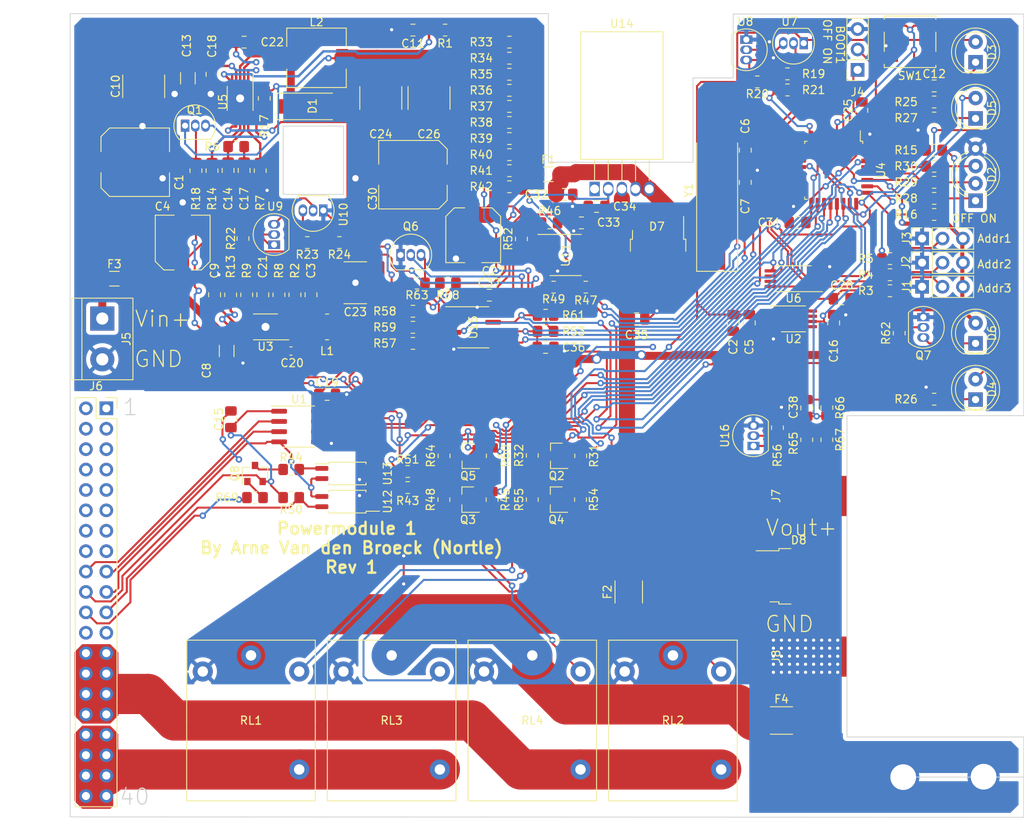
<source format=kicad_pcb>
(kicad_pcb (version 20210228) (generator pcbnew)
  (layers (0 "F.Cu" signal) (31 "B.Cu" signal) (34 "B.Paste" user) (35 "F.Paste" user) (36 "B.SilkS" user "B.Silkscreen") (37 "F.SilkS" user "F.Silkscreen") (38 "B.Mask" user) (39 "F.Mask" user) (44 "Edge.Cuts" user))
  (net 0 "")
  (net 1 "GND")
  (net 2 "Net-(C3-Pad1)")
  (net 3 "Vin")
  (net 4 "Crystal_IN")
  (net 5 "Crystal_OUT")
  (net 6 "Net-(C9-Pad1)")
  (net 7 "Net-(C11-Pad1)")
  (net 8 "NRST")
  (net 9 "Net-(C14-Pad1)")
  (net 10 "Galv_GND")
  (net 11 "Galv_Vcc")
  (net 12 "REF-3V")
  (net 13 "Net-(C17-Pad1)")
  (net 14 "+3V3")
  (net 15 "Net-(C20-Pad2)")
  (net 16 "Net-(C20-Pad1)")
  (net 17 "Net-(C21-Pad1)")
  (net 18 "Net-(C22-Pad2)")
  (net 19 "Net-(C22-Pad1)")
  (net 20 "V+")
  (net 21 "Vref_LDO")
  (net 22 "Vout")
  (net 23 "Iout_ADC")
  (net 24 "Vout_ADC")
  (net 25 "Net-(D2-Pad3)")
  (net 26 "Net-(D2-Pad2)")
  (net 27 "Net-(D2-Pad1)")
  (net 28 "Net-(D3-Pad1)")
  (net 29 "EN_Vout")
  (net 30 "Net-(D4-Pad1)")
  (net 31 "Error")
  (net 32 "Net-(D5-Pad1)")
  (net 33 "CCLed")
  (net 34 "Net-(C32-Pad1)")
  (net 35 "Net-(F1-Pad1)")
  (net 36 "Net-(F2-Pad1)")
  (net 37 "Vin Polly")
  (net 38 "Net-(F4-Pad1)")
  (net 39 "ADDR1")
  (net 40 "ADDR2")
  (net 41 "ADDR3")
  (net 42 "Boot0")
  (net 43 "Virt-Bus1")
  (net 44 "Virt-Bus2")
  (net 45 "Galv_SDA")
  (net 46 "Galv_Enable")
  (net 47 "Galv_Interrupt")
  (net 48 "Galv_SCL")
  (net 49 "Net-(Q1-Pad3)")
  (net 50 "Net-(Q1-Pad2)")
  (net 51 "Net-(Q2-Pad3)")
  (net 52 "Net-(Q2-Pad1)")
  (net 53 "Net-(Q3-Pad3)")
  (net 54 "Net-(Q3-Pad1)")
  (net 55 "Net-(Q4-Pad3)")
  (net 56 "Net-(Q4-Pad1)")
  (net 57 "Net-(Q5-Pad3)")
  (net 58 "Net-(Q5-Pad1)")
  (net 59 "CL_PD")
  (net 60 "Net-(Q6-Pad2)")
  (net 61 "Net-(Q7-Pad2)")
  (net 62 "Net-(Q8-Pad1)")
  (net 63 "Net-(R2-Pad1)")
  (net 64 "Net-(R7-Pad2)")
  (net 65 "SDA")
  (net 66 "SCL")
  (net 67 "Net-(R19-Pad2)")
  (net 68 "Net-(R19-Pad1)")
  (net 69 "Temp_1")
  (net 70 "Net-(R22-Pad2)")
  (net 71 "Net-(R22-Pad1)")
  (net 72 "Temp_2")
  (net 73 "RGB_R")
  (net 74 "RGB_G")
  (net 75 "RGB_B")
  (net 76 "Relay1")
  (net 77 "Net-(R32-Pad1)")
  (net 78 "Net-(R43-Pad2)")
  (net 79 "Interrupt")
  (net 80 "Net-(R44-Pad2)")
  (net 81 "Relay2")
  (net 82 "Net-(R46-Pad2)")
  (net 83 "Net-(R46-Pad1)")
  (net 84 "Net-(R47-Pad2)")
  (net 85 "Net-(R48-Pad1)")
  (net 86 "Enable")
  (net 87 "Net-(R52-Pad2)")
  (net 88 "Relay3")
  (net 89 "Net-(R55-Pad1)")
  (net 90 "Net-(R56-Pad1)")
  (net 91 "Net-(R57-Pad2)")
  (net 92 "Relay4")
  (net 93 "Net-(R61-Pad1)")
  (net 94 "Net-(R63-Pad1)")
  (net 95 "Net-(R64-Pad1)")
  (net 96 "Pgood Vout")
  (net 97 "Iout_DAC")
  (net 98 "Net-(Q8-Pad3)")
  (net 99 "Pgood 3.3v")
  (net 100 "Vout_DAC")
  (net 101 "Net-(U7-Pad3)")
  (net 102 "Net-(J1-Pad2)")
  (net 103 "Net-(U10-Pad2)")
  (net 104 "Net-(J2-Pad2)")
  (net 105 "Net-(J3-Pad2)")
  (footprint "Resistor_SMD:R_0805_2012Metric_Pad1.20x1.40mm_HandSolder" (layer "F.Cu") (at 110.65 33.05)
    (fp_text reference "R40")
    (fp_text value "2ohm")
  )
  (footprint "Resistor_SMD:R_0805_2012Metric_Pad1.20x1.40mm_HandSolder" (layer "F.Cu") (at 150.15 64.55 -90)
    (fp_text reference "R66")
    (fp_text value "1Kohm")
  )
  (footprint "Resistor_SMD:R_0805_2012Metric_Pad1.20x1.40mm_HandSolder" (layer "F.Cu") (at 85.5 44)
    (fp_text reference "R23")
    (fp_text value "10Kohm")
  )
  (footprint "Resistor_SMD:R_0805_2012Metric_Pad1.20x1.40mm_HandSolder" (layer "F.Cu") (at 102.5 76 90)
    (fp_text reference "R48")
    (fp_text value "370ohm")
  )
  (footprint "Capacitor_SMD:C_0805_2012Metric_Pad1.18x1.45mm_HandSolder" (layer "F.Cu") (at 73.65 23.05 -90)
    (fp_text reference "C18")
    (fp_text value "1µF X7R")
  )
  (footprint "Package_SO:SOIC-8_3.9x4.9mm_P1.27mm" (layer "F.Cu") (at 84.475 66.905)
    (fp_text reference "U1")
    (fp_text value "ISO1540DR")
  )
  (footprint "Package_TO_SOT_SMD:SOT-23" (layer "F.Cu") (at 105.525 70.55 180)
    (fp_text reference "Q5")
    (fp_text value "BC808")
  )
  (footprint "Resistor_SMD:R_0805_2012Metric_Pad1.20x1.40mm_HandSolder" (layer "F.Cu") (at 115.65 41.55 180)
    (fp_text reference "R46")
    (fp_text value "20Kohm")
  )
  (footprint "Package_TO_SOT_SMD:SOT-23" (layer "F.Cu") (at 105.5 76 180)
    (fp_text reference "Q3")
    (fp_text value "BC808")
  )
  (footprint "Resistor_SMD:R_0805_2012Metric_Pad1.20x1.40mm_HandSolder" (layer "F.Cu") (at 144 67.05 90)
    (fp_text reference "R56")
    (fp_text value "68ohm")
  )
  (footprint "Capacitor_SMD:C_Elec_6.3x5.4" (layer "F.Cu") (at 70 44 90)
    (fp_text reference "C4")
    (fp_text value "22µF ")
  )
  (footprint "Resistor_SMD:R_0805_2012Metric_Pad1.20x1.40mm_HandSolder" (layer "F.Cu") (at 81.977936 50.5 90)
    (fp_text reference "R8")
    (fp_text value "309Kohm")
  )
  (footprint "Resistor_SMD:R_0805_2012Metric_Pad1.20x1.40mm_HandSolder" (layer "F.Cu") (at 71.65 35.05 90)
    (fp_text reference "R18")
    (fp_text value "10Kohm")
  )
  (footprint "Capacitor_SMD:C_0805_2012Metric_Pad1.18x1.45mm_HandSolder" (layer "F.Cu") (at 77.65 19.05)
    (fp_text reference "C22")
    (fp_text value "0.47µF")
  )
  (footprint "Package_TO_SOT_SMD:SOT-23" (layer "F.Cu") (at 79 72.75 90)
    (fp_text reference "Q8")
    (fp_text value "BC808")
  )
  (footprint "Capacitor_SMD:C_Elec_6.3x5.4" (layer "F.Cu") (at 106.15 43.0875 -90)
    (fp_text reference "C27")
    (fp_text value "22µF ")
  )
  (footprint "Resistor_SMD:R_0805_2012Metric_Pad1.20x1.40mm_HandSolder" (layer "F.Cu") (at 110.65 27.05)
    (fp_text reference "R37")
    (fp_text value "2ohm")
  )
  (footprint "Capacitor_SMD:C_0603_1608Metric_Pad1.08x0.95mm_HandSolder" (layer "F.Cu") (at 83.47 57.5)
    (fp_text reference "C20")
    (fp_text value "0.1pF")
  )
  (footprint "Resistor_SMD:R_0805_2012Metric_Pad1.20x1.40mm_HandSolder" (layer "F.Cu") (at 119.5 76 -90)
    (fp_text reference "R54")
    (fp_text value "20Kohm")
  )
  (footprint "Connector_PinSocket_2.54mm:PinSocket_1x03_P2.54mm_Vertical" (layer "F.Cu") (at 162 49.5 90)
    (fp_text reference "J1")
    (fp_text value "Conn_01x03_Male")
  )
  (footprint "Package_QFP:LQFP-32_7x7mm_P0.8mm" (layer "F.Cu") (at 151 35 -90)
    (fp_text reference "U4")
    (fp_text value "STM32F303K8Tx")
  )
  (footprint "Resistor_SMD:R_0805_2012Metric_Pad1.20x1.40mm_HandSolder" (layer "F.Cu") (at 163.5 36.5 180)
    (fp_text reference "R29")
    (fp_text value "R")
  )
  (footprint "00_Custom_Kicad:JQC-3FF" (layer "F.Cu") (at 113.5 103.5 -90)
    (fp_text reference "RL4")
    (fp_text value "JQC-3FF")
  )
  (footprint "Resistor_SMD:R_0805_2012Metric_Pad1.20x1.40mm_HandSolder" (layer "F.Cu") (at 98 74.5 180)
    (fp_text reference "R43")
    (fp_text value "R")
  )
  (footprint "Resistor_SMD:R_0805_2012Metric_Pad1.20x1.40mm_HandSolder" (layer "F.Cu") (at 163.5 32.5 180)
    (fp_text reference "R15")
    (fp_text value "R")
  )
  (footprint "Resistor_SMD:R_0805_2012Metric_Pad1.20x1.40mm_HandSolder" (layer "F.Cu") (at 163.5 38.5 180)
    (fp_text reference "R28")
    (fp_text value "R")
  )
  (footprint "Resistor_SMD:R_0805_2012Metric_Pad1.20x1.40mm_HandSolder" (layer "F.Cu") (at 108.5 76 -90)
    (fp_text reference "R45")
    (fp_text value "20Kohm")
  )
  (footprint "Resistor_SMD:R_0805_2012Metric_Pad1.20x1.40mm_HandSolder" (layer "F.Cu") (at 110.65 31.05)
    (fp_text reference "R39")
    (fp_text value "2ohm")
  )
  (footprint "LED_THT:LED_D5.0mm" (layer "F.Cu") (at 168.65 28.55 90)
    (fp_text reference "D5")
    (fp_text value "Error")
  )
  (footprint "Resistor_SMD:R_0805_2012Metric_Pad1.20x1.40mm_HandSolder" (layer "F.Cu") (at 103 49.05)
    (fp_text reference "R68")
    (fp_text value "100ohm")
  )
  (footprint "Capacitor_SMD:C_Elec_8x10.2" (layer "F.Cu") (at 98.65 35.55 180)
    (fp_text reference "C30")
    (fp_text value "100µF")
  )
  (footprint "Connector_Wire:SolderWirePad_1x01_SMD_5x10mm" (layer "F.Cu") (at 147.65 95.55 90)
    (fp_text reference "J8")
    (fp_text value "Conn_01x01_Female")
  )
  (footprint "Resistor_SMD:R_0805_2012Metric_Pad1.20x1.40mm_HandSolder" (layer "F.Cu") (at 80.15 26.05 -90)
    (fp_text reference "R17")
    (fp_text value "200Kohm")
  )
  (footprint "Resistor_SMD:R_0805_2012Metric_Pad1.20x1.40mm_HandSolder" (layer "F.Cu") (at 102.65 17.55 180)
    (fp_text reference "R1")
    (fp_text value "100Kohm")
  )
  (footprint "Package_TO_SOT_THT:TO-92_Inline" (layer "F.Cu") (at 140.1275 18.73 -90)
    (fp_text reference "U8")
    (fp_text value "LM335Z")
  )
  (footprint "Package_TO_SOT_SMD:SOT-23" (layer "F.Cu") (at 116.5 76 180)
    (fp_text reference "Q4")
    (fp_text value "BC808")
  )
  (footprint "LED_THT:LED_D5.0mm" (layer "F.Cu") (at 168.65 56.55 90)
    (fp_text reference "D6")
    (fp_text value "CC")
  )
  (footprint "Resistor_SMD:R_0805_2012Metric_Pad1.20x1.40mm_HandSolder" (layer "F.Cu") (at 110.65 29.05)
    (fp_text reference "R38")
    (fp_text value "2ohm")
  )
  (footprint "Resistor_SMD:R_0805_2012Metric_Pad1.20x1.40mm_HandSolder" (layer "F.Cu") (at 76.65 32.05 180)
    (fp_text reference "R6")
    (fp_text value "15.4Kohm")
  )
  (footprint "Capacitor_SMD:C_0805_2012Metric_Pad1.18x1.45mm_HandSolder" (layer "F.Cu") (at 163.5 24.5)
    (fp_text reference "C12")
    (fp_text value "0.1µF")
  )
  (footprint "Resistor_SMD:R_0805_2012Metric_Pad1.20x1.40mm_HandSolder" (layer "F.Cu") (at 163.5 63.5)
    (fp_text reference "R26")
    (fp_text value "R")
  )
  (footprint "Capacitor_SMD:C_0805_2012Metric_Pad1.18x1.45mm_HandSolder" (layer "F.Cu") (at 73.97 50.5 90)
    (fp_text reference "C9")
    (fp_text value "10nF")
  )
  (footprint "Resistor_SMD:R_0805_2012Metric_Pad1.20x1.40mm_HandSolder" (layer "F.Cu") (at 158 50)
    (fp_text reference "R3")
    (fp_text value "100Kohm")
  )
  (footprint "Resistor_SMD:R_0805_2012Metric_Pad1.20x1.40mm_HandSolder" (layer "F.Cu") (at 120.15 49.55 180)
    (fp_text reference "R47")
    (fp_text value "4Kohm")
  )
  (footprint "Connector_PinSocket_2.54mm:PinSocket_1x03_P2.54mm_Vertical" (layer "F.Cu") (at 162 43.5 90)
    (fp_text reference "J3")
    (fp_text value "Conn_01x03_Male")
  )
  (footprint "Resistor_SMD:R_0805_2012Metric_Pad1.20x1.40mm_HandSolder" (layer "F.Cu") (at 83.5 75.75)
    (fp_text reference "R50")
    (fp_text value "R")
  )
  (footprint "Resistor_SMD:R_0805_2012Metric_Pad1.20x1.40mm_HandSolder" (layer "F.Cu") (at 145.25 23 180)
    (fp_text reference "R19")
    (fp_text value "68ohm")
  )
  (footprint "Package_TO_SOT_SMD:SOT-23" (layer "F.Cu") (at 116.525 70.55 180)
    (fp_text reference "Q2")
    (fp_text value "BC808")
  )
  (footprint "LED_THT:LED_D5.0mm" (layer "F.Cu") (at 168.65 63.55 90)
    (fp_text reference "D4")
    (fp_text value "Output Enabled")
  )
  (footprint "Capacitor_SMD:C_Elec_8x10.2" (layer "F.Cu") (at 64.1 34)
    (fp_text reference "C1")
    (fp_text value "100µF")
  )
  (footprint "Resistor_SMD:R_0805_2012Metric_Pad1.20x1.40mm_HandSolder" (layer "F.Cu") (at 98 72.5 180)
    (fp_text reference "R51")
    (fp_text value "R")
  )
  (footprint "Resistor_SMD:R_0805_2012Metric_Pad1.20x1.40mm_HandSolder" (layer "F.Cu") (at 83.97 50.5 90)
    (fp_text reference "R2")
    (fp_text value "18.2Kohm")
  )
  (footprint "Package_SO:MSOP-8_3x3mm_P0.65mm" (layer "F.Cu") (at 146 53.5)
    (fp_text reference "U2")
    (fp_text value "LT6657AHMS8-3")
  )
  (footprint "Resistor_SMD:R_0805_2012Metric_Pad1.20x1.40mm_HandSolder" (layer "F.Cu") (at 163.5 26.5)
    (fp_text reference "R25")
    (fp_text value "R")
  )
  (footprint "Package_SO:SOP-4_4.4x2.6mm_P1.27mm" (layer "F.Cu") (at 90.5 76.25 180)
    (fp_text reference "U12")
    (fp_text value "EL3H7-G")
  )
  (footprint "Resistor_SMD:R_0805_2012Metric_Pad1.20x1.40mm_HandSolder" (layer "F.Cu") (at 110.65 21.05)
    (fp_text reference "R34")
    (fp_text value "2ohm")
  )
  (footprint "Capacitor_SMD:C_1206_3216Metric_Pad1.33x1.80mm_HandSolder" (layer "F.Cu") (at 70.65 23.55 -90)
    (fp_text reference "C13")
    (fp_text value "10µF X7R")
  )
  (footprint "Resistor_SMD:R_0805_2012Metric_Pad1.20x1.40mm_HandSolder" (layer "F.Cu") (at 77.97 50.5 90)
    (fp_text reference "R9")
    (fp_text value "1Mohm")
  )
  (footprint "Capacitor_SMD:C_0805_2012Metric_Pad1.18x1.45mm_HandSolder" (layer "F.Cu") (at 146.5 41.5 180)
    (fp_text reference "C31")
    (fp_text value "Decoupling")
  )
  (footprint "Resistor_SMD:R_0805_2012Metric_Pad1.20x1.40mm_HandSolder" (layer "F.Cu") (at 110.65 35.05)
    (fp_text reference "R41")
    (fp_text value "2ohm")
  )
  (footprint "00_Custom_Kicad:JQC-3FF" (layer "F.Cu") (at 96 103.5 -90)
    (fp_text reference "RL3")
    (fp_text value "JQC-3FF")
  )
  (footprint "Resistor_SMD:R_0805_2012Metric_Pad1.20x1.40mm_HandSolder" (layer "F.Cu") (at 119.525 70.55 -90)
    (fp_text reference "R31")
    (fp_text value "20Kohm")
  )
  (footprint "Inductor_SMD:L_7.3x7.3_H3.5" (layer "F.Cu") (at 86.65 21)
    (fp_text reference "L2")
    (fp_text value "4.7µH 5A")
  )
  (footprint "Capacitor_SMD:C_2220_5650Metric_Pad1.97x5.40mm_HandSolder" (layer "F.Cu") (at 91.477936 49 180)
    (fp_text reference "C23")
    (fp_text value "22µF X7R")
  )
  (footprint "Resistor_SMD:R_0805_2012Metric_Pad1.20x1.40mm_HandSolder" (layer "F.Cu") (at 113.5 70.5 90)
    (fp_text reference "R32")
    (fp_text value "370ohm")
  )
  (footprint "Capacitor_SMD:C_2220_5650Metric_Pad1.97x5.40mm_HandSolder" (layer "F.Cu") (at 100.65 26 -90)
    (fp_text reference "C26")
    (fp_text value "22µF X7R")
  )
  (footprint "Package_TO_SOT_SMD:TO-252-2" (layer "F.Cu") (at 146.65 85.55)
    (fp_text reference "D8")
    (fp_text value "MBRD1035CTL")
  )
  (footprint "Package_TO_SOT_THT:TO-92L_Inline" (layer "F.Cu") (at 70.3 29.4475)
    (fp_text reference "Q1")
    (fp_text value "TP0610L")
  )
  (footprint "Package_TO_SOT_THT:TO-92_Inline" (layer "F.Cu") (at 162.15 53.28 -90)
    (fp_text reference "Q7")
    (fp_text value "2N3904")
  )
  (footprint "Resistor_SMD:R_0805_2012Metric_Pad1.20x1.40mm_HandSolder" (layer "F.Cu") (at 110.65 37.05)
    (fp_text reference "R42")
    (fp_text value "2ohm")
  )
  (footprint "Capacitor_SMD:C_0805_2012Metric_Pad1.18x1.45mm_HandSolder" (layer "F.Cu") (at 147.65 64.5875 -90)
    (fp_text reference "C38")
    (fp_text value "100nF")
  )
  (footprint "Resistor_SMD:R_0805_2012Metric_Pad1.20x1.40mm_HandSolder" (layer "F.Cu") (at 116.15 49.55)
    (fp_text reference "R49")
    (fp_text value "20Kohm")
  )
  (footprint "Capacitor_SMD:C_0805_2012Metric_Pad1.18x1.45mm_HandSolder" (layer "F.Cu") (at 140 32.5 90)
    (fp_text reference "C6")
    (fp_text value "20pF")
  )
  (footprint "Resistor_SMD:R_0805_2012Metric_Pad1.20x1.40mm_HandSolder" (layer "F.Cu") (at 115.15 55.05 180)
    (fp_text reference "R53")
    (fp_text value "1Kohm")
  )
  (footprint "Button_Switch_SMD:SW_Push_1P1T_NO_CK_KSC7xxJ" (layer "F.Cu") (at 160.5 19)
    (fp_text reference "SW1")
    (fp_text value "SW_Push")
  )
  (footprint "Package_SO:SOIC-8_3.9x4.9mm_P1.27mm" (layer "F.Cu") (at 117.65 45.55)
    (fp_text reference "U11")
    (fp_text value "TL062")
  )
  (footprint "Resistor_SMD:R_0805_2012Metric_Pad1.20x1.40mm_HandSolder" (layer "F.Cu") (at 115.15 53.05)
    (fp_text reference "R61")
    (fp_text value "10Kohm")
  )
  (footprint "Capacitor_SMD:C_1206_3216Metric_Pad1.33x1.80mm_HandSolder" (layer "F.Cu") (at 75.47 57.5 -90)
    (fp_text reference "C8")
    (fp_text value "4.7µF X7R")
  )
  (footprint "Package_SO:TSSOP-8_4.4x3mm_P0.65mm" (layer "F.Cu") (at 146 48.5 180)
    (fp_text reference "U6")
    (fp_text value "M24C01-FDW")
  )
  (footprint "Crystal:Crystal_SMD_HC49-SD_HandSoldering" (layer "F.Cu") (at 136.5 37.5 90)
    (fp_text reference "Y1")
    (fp_text value "8Mhz")
  )
  (footprint "Resistor_SMD:R_0805_2012Metric_Pad1.20x1.40mm_HandSolder" (layer "F.Cu") (at 110.65 23.05)
    (fp_text reference "R35")
    (fp_text value "2ohm")
  )
  (footprint "Capacitor_SMD:C_0805_2012Metric_Pad1.18x1.45mm_HandSolder" (layer "F.Cu") (at 126.4625 53.5)
    (fp_text reference "C35")
    (fp_text value "4.7µF")
  )
  (footprint "Resistor_SMD:R_0805_2012Metric_Pad1.20x1.40mm_HandSolder" (layer "F.Cu") (at 163.5 40.5 180)
    (fp_text reference "R16")
    (fp_text value "R")
  )
  (footprint "Fuse:Fuse_1812_4532Metric_Pad1.30x3.40mm_HandSolder" (layer "F.Cu") (at 125.5 87.5 90)
    (fp_text reference "F2")
    (fp_text value "15A Polyfuse")
  )
  (footprint "Resistor_SMD:R_0805_2012Metric_Pad1.20x1.40mm_HandSolder" (layer "F.Cu") (at 110.65 25.05)
    (fp_text reference "R36")
    (fp_text value "2ohm")
  )
  (footprint "Package_TO_SOT_THT:TO-92_Inline" (layer "F.Cu") (at 81.3725 44.27 90)
    (fp_text reference "U9")
    (fp_text value "LM334Z")
  )
  (footprint "Resistor_SMD:R_0805_2012Metric_Pad1.20x1.40mm_HandSolder" (layer "F.Cu") (at 83.5 72.25)
    (fp_text reference "R44")
    (fp_text value "R")
  )
  (footprint "Resistor_SMD:R_0805_2012Metric_Pad1.20x1.40mm_HandSolder" (layer "F.Cu") (at 150.15 68.55 -90)
    (fp_text reference "R67")
    (fp_text value "18Kohm")
  )
  (footprint "Resistor_SMD:R_0805_2012Metric_Pad1.20x1.40mm_HandSolder" (layer "F.Cu") (at 163.5 28.5)
    (fp_text reference "R27")
    (fp_text value "R")
  )
  (footprint "Fuse:Fuse_1206_3216Metric_Pad1.42x1.75mm_HandSolder" (layer "F.Cu") (at 61.5 48.5)
    (fp_text reference "F3")
    (fp_text value "3,5A Polyfuse")
  )
  (footprint "Capacitor_SMD:C_0805_2012Metric_Pad1.18x1.45mm_HandSolder" (layer "F.Cu") (at 75.65 35.0125 -90)
    (fp_text reference "C14")
    (fp_text value "Optional")
  )
  (footprint "00_Custom_Kicad:MSOP-10_handsolder" (layer "F.Cu") (at 77.15 26.05 -90)
    (fp_text reference "U5")
    (fp_text value "LT3680")
  )
  (footprint "Resistor_SMD:R_0805_2012Metric_Pad1.20x1.40mm_HandSolder" (layer "F.Cu") (at 112.15 43.55 90)
    (fp_text reference "R52")
    (fp_text value "100Kohm 0.1%")
  )
  (footprint "Resistor_SMD:R_0805_2012Metric_Pad1.20x1.40mm_HandSolder" (layer "F.Cu") (at 98.65 52.55)
    (fp_text reference "R58")
    (fp_text value "18Kohm")
  )
  (footprint "Resistor_SMD:R_0805_2012Metric_Pad1.20x1.40mm_HandSolder" (layer "F.Cu") (at 147.65 68.55 -90)
    (fp_text reference "R65")
    (fp_text value "18Kohm")
  )
  (footprint "Capacitor_SMD:C_0805_2012Metric_Pad1.18x1.45mm_HandSolder" (layer "F.Cu") (at 77.65 35.0125 -90)
    (fp_text reference "C17")
    (fp_text value "680pF")
  )
  (footprint "Resistor_SMD:R_0805_2012Metric_Pad1.20x1.40mm_HandSolder" (layer "F.Cu") (at 79 75.75)
    (fp_text reference "R69")
    (fp_text value "20Kohm")
  )
  (footprint "Capacitor_SMD:C_0805_2012Metric_Pad1.18x1.45mm_HandSolder" (layer "F.Cu") (at 115.15 57.05 180)
    (fp_text reference "C36")
    (fp_text value "1µ")
  )
  (footprint "Resistor_SMD:R_0805_2012Metric_Pad1.20x1.40mm_HandSolder" (layer "F.Cu") (at 108.525 70.55 -90)
    (fp_text reference "R60")
    (fp_text value "20Kohm")
  )
  (footprint "Fuse:Fuse_1812_4532Metric_Pad1.30x3.40mm_HandSolder" (layer "F.Cu") (at 144.5 103.5)
    (fp_text reference "F4")
    (fp_text value "15A Polyfuse")
  )
  (footprint "Capacitor_SMD:C_0805_2012Metric_Pad1.18x1.45mm_HandSolder" (layer "F.Cu") (at 87.975 62.905)
    (fp_text reference "C19")
    (fp_text value "Decoupling")
  )
  (footprint "Resistor_SMD:R_0805_2012Metric_Pad1.20x1.40mm_HandSolder" (layer "F.Cu") (at 158 48)
    (fp_text reference "R4")
    (fp_text value "100Kohm")
  )
  (footprint "Capacitor_SMD:C_0805_2012Metric_Pad1.18x1.45mm_HandSolder" (layer "F.Cu") (at 151 54 90)
    (fp_text reference "C16")
    (fp_text value "1uF Film")
  )
  (footprint "Connector_Wire:SolderWirePad_1x01_SMD_5x10mm" (layer "F.Cu") (at 147.65 75.55 90)
    (fp_text reference "J7")
    (fp_text value "Conn_01x01_Female")
  )
  (footprint "Resistor_SMD:R_0805_2012Metric_Pad1.20x1.40mm_HandSolder" (layer "F.Cu") (at 89.5 44)
    (fp_text reference "R24")
    (fp_text value "10Kohm")
  )
  (footprint "Inductor_SMD:L_Wuerth_MAPI-3020" (layer "F.Cu") (at 87.97 54.5)
    (fp_text reference "L1")
    (fp_text value "2.2µF ")
  )
  (footprint "Diode_SMD:D_SMA_Handsoldering" (layer "F.Cu") (at 86.15 27.05)
    (fp_text reference "D1")
    (fp_text value "B340")
  )
  (footprint "00_Custom_Kicad:JQC-3FF" (layer "F.Cu") (at 78.5 103.5 -90)
    (fp_text reference "RL1")
    (fp_text value "JQC-3FF")
  )
  (footprint "Package_SO:SOIC-8_3.9x4.9mm_P1.27mm" (layer "F.Cu") (at 106.15 54.55)
    (fp_text reference "U15")
    (fp_text value "TL062")
  )
  (footprint "LED_THT:LED_D5.0mm-4_RGB_Wide_Pins" (layer "F.Cu") (at 168.65 38.79 90)
    (fp_text reference "D2")
    (fp_text value "LED_RGB")
  )
  (footprint "Package_TO_SOT_THT:TO-92_Inline" (layer "F.Cu") (at 87.5 40 180)
    (fp_text reference "U10")
    (fp_text value "LM335Z")
  )
  (footprint "Resistor_SMD:R_0805_2012Metric_Pad1.20x1.40mm_HandSolder" (layer "F.Cu") (at 141.5 24)
    (fp_text reference "R20")
    (fp_text value "10Kohm")
  )
  (footprint "Capacitor_SMD:C_0805_2012Metric_Pad1.18x1.45mm_HandSolder" (layer "F.Cu") (at 152 51)
    (fp_text reference "C28")
    (fp_text value "Decoupling")
  )
  (footprint "Capacitor_SMD:C_0805_2012Metric_Pad1.18x1.45mm_HandSolder" (layer "F.Cu") (at 119.6125 41.55 180)
    (fp_text reference "C33")
    (fp_text value "Decoupling")
  )
  (footprint "Connector_PinSocket_2.54mm:PinSocket_2x20_P2.54mm_Vertical" (layer "F.Cu") (at 60.5 64.64)
    (fp_text reference "J6")
    (fp_text value "Conn_02x20_Counter_Clockwise")
  )
  (footprint "Package_TO_SOT_SMD:TO-252-2" (layer "F.Cu") (at 129.15 46.05 -90)
    (fp_text reference "D7")
    (fp_text value "MBRD1035CTL")
  )
  (footprint "Resistor_SMD:R_0805_2012Metric_Pad1.20x1.40mm_HandSolder" (layer "F.Cu") (at 113.5 76 90)
    (fp_text reference "R55")
    (fp_text value "370ohm")
  )
  (footprint "Resistor_SMD:R_0805_2012Metric_Pad1.20x1.40mm_HandSolder" (layer "F.Cu") (at 99.15 49.05)
    (fp_text reference "R63")
    (fp_text value "1Kohm")
  )
  (footprint "Resistor_SMD:R_0805_2012Metric_Pad1.20x1.40mm_HandSolder" (layer "F.Cu") (at 102.525 70.55 90)
    (fp_text reference "R64")
    (fp_text value "370ohm")
  )
  (footprint "Package_TO_SOT_THT:TO-92_Inline" (layer "F.Cu") (at 141.0225 69.32 90)
    (fp_text reference "U16")
    (fp_text value "LM334Z")
  )
  (footprint "Capacitor_SMD:C_0805_2012Metric_Pad1.18x1.45mm_HandSolder" (layer "F.Cu") (at 154.5 27.5375 90)
    (fp_text reference "C25")
    (fp_text value "Decoupling")
  )
  (footprint "00_Custom_Kicad:MSOP-10_handsolder" (layer "F.Cu") (at 80.3075 54.5 180)
    (fp_text reference "U3")
    (fp_text value "LT8607")
  )
  (footprint "Capacitor_SMD:C_0805_2012Metric_Pad1.18x1.45mm_HandSolder" (layer "F.Cu") (at 138.5 54 -90)
    (fp_text reference "C2")
    (fp_text value "10µF")
  )
  (footprint "Resistor_SMD:R_0805_2012Metric_Pad1.20x1.40mm_HandSolder" (layer "F.Cu") (at 159.15 55.28 90)
    (fp_text reference "R62")
    (fp_text value "10Kohm")
  )
  (footprint "Capacitor_SMD:C_2220_5650Metric_Pad1.97x5.40mm_HandSolder" (layer "F.Cu") (at 94.65 26 -90)
    (fp_text reference "C24")
    (fp_text value "22µF X7R")
  )
  (footprint "Resistor_SMD:R_0805_2012Metric_Pad1.20x1.40mm_HandSolder" (layer "F.Cu") (at 73.65 35.05 90)
    (fp_text reference "R14")
    (fp_text value "100Kohm")
  )
  (footprint "Capacitor_SMD:C_2220_5650Metric_Pad1.97x5.40mm_HandSolder" (layer "F.Cu") (at 65.15 24.55 -90)
    (fp_text reference "C10")
    (fp_text value "22µF X7R")
  )
  (footprint "LED_THT:LED_D5.0mm" (layer "F.Cu") (at 168.65 21.55 90)
    (fp_text reference "D3")
    (fp_text value "Power LED")
  )
  (footprint "00_Custom_Kicad:JQC-3FF" (layer "F.Cu") (at 131 103.5 -90)
    (fp_text reference "RL2")
    (fp_text value "JQC-3FF")
  )
  (footprint "Resistor_SMD:R_0805_2012Metric_Pad1.20x1.40mm_HandSolder" (layer "F.Cu") (at 75.97 50.5 -90)
    (fp_text reference "R13")
    (fp_text value "100Kohm")
  )
  (footprint "TerminalBlock:TerminalBlock_bornier-2_P5.08mm" (layer "F.Cu") (at 60 53.46 -90)
    (fp_text reference "J5")
    (fp_text value "Conn_01x02_Male")
  )
  (footprint "Connector_PinSocket_2.54mm:PinSocket_1x03_P2.54mm_Vertical" (layer "F.Cu") (at 162 46.5 90)
    (fp_text reference "J2")
    (fp_text value "Conn_01x03_Male")
  )
  (footprint "Resistor_SMD:R_0805_2012Metric_Pad1.20x1.40mm_HandSolder" (layer "F.Cu") (at 77.5 43.5 -90)
    (fp_text reference "R22")
    (fp_text value "68ohm")
  )
  (footprint "Capacitor_SMD:C_0805_2012Metric_Pad1.18x1.45mm_HandSolder" (layer "F.Cu") (at 85.97 50.5 90)
    (fp_text reference "C3")
    (fp_text value "1pF")
  )
  (footprint "Fuse:Fuse_1206_3216Metric_Pad1.42x1.75mm_HandSolder" (layer "F.Cu") (at 115.5 35.5)
    (fp_text reference "F1")
    (fp_text value "3,5A Polyfuse")
  )
  (footprint "Resistor_SMD:R_0805_2012Metric_Pad1.20x1.40mm_HandSolder" (layer "F.Cu") (at 79.65 35.05 90)
    (fp_text reference "R7")
    (fp_text value "63.4Kohm")
  )
  (footprint "Resistor_SMD:R_0805_2012Metric_Pad1.20x1.40mm_HandSolder" (layer "F.Cu") (at 98.65 56.55 180)
    (fp_text reference "R57")
    (fp_text value "1Kohm")
  )
  (footprint "Package_TO_SOT_THT:TO-92_Inline" (layer "F.Cu") (at 97.11 45.55)
    (fp_text reference "Q6")
    (fp_text value "2N3904")
  )
  (footprint "Package_TO_SOT_THT:TO-92_Inline" (layer "F.Cu") (at 147.27 19.1775 180)
    (fp_text reference "U7")
    (fp_text value "LM334Z")
  )
  (footprint "Connector_PinSocket_2.54mm:PinSocket_1x03_P2.54mm_Vertical" (layer "F.Cu") (at 153.975 22.5 180)
    (fp_text reference "J4")
    (fp_text value "Conn_01x03")
  )
  (footprint "Resistor_SMD:R_0805_2012Metric_Pad1.20x1.40mm_HandSolder" (layer "F.Cu") (at 145.25 25)
    (fp_text reference "R21")
    (fp_text value "10Kohm")
  )
  (footprint "Capacitor_SMD:C_0805_2012Metric_Pad1.18x1.45mm_HandSolder" (layer "F.Cu") (at 140 36.5 -90)
    (fp_text reference "C7")
    (fp_text value "20pF")
  )
  (footprint "Capacitor_SMD:C_0805_2012Metric_Pad1.18x1.45mm_HandSolder" (layer "F.Cu") (at 108.15 50.55 180)
    (fp_text reference "C37")
    (fp_text value "Decoupling")
  )
  (footprint "Capacitor_SMD:C_0805_2012Metric_Pad1.18x1.45mm_HandSolder" (layer "F.Cu") (at 98.65 17.55 180)
    (fp_text reference "C11")
    (fp_text value "0.1µF")
  )
  (footprint "Resistor_SMD:R_0805_2012Metric_Pad1.20x1.40mm_HandSolder" (layer "F.Cu") (at 163.5 34.5 180)
    (fp_text reference "R30")
    (fp_text value "R")
  )
  (footprint "Package_SO:SOP-4_4.4x2.6mm_P1.27mm" (layer "F.Cu") (at 90.5 72.75)
    (fp_text reference "U13")
    (fp_text value "EL3H7-G")
  )
  (footprint "Capacitor_SMD:C_0805_2012Metric_Pad1.18x1.45mm_HandSolder" (layer "F.Cu") (at 76 66 90)
    (fp_text reference "C15")
    (fp_text value "Decoupling")
  )
  (footprint "Resistor_SMD:R_0805_2012Metric_Pad1.20x1.40mm_HandSolder" (layer "F.Cu") (at 158 46)
    (fp_text reference "R5")
    (fp_text value "100Kohm")
  )
  (footprint "Capacitor_SMD:C_0805_2012Metric_Pad1.18x1.45mm_HandSolder" (layer "F.Cu") (at 140.5 54 -90)
    (fp_text reference "C5")
    (fp_text value "0.1uF Film")
  )
  (footprint "Resistor_SMD:R_0805_2012Metric_Pad1.20x1.40mm_HandSolder" (layer "F.Cu") (at 110.65 19.05)
    (fp_text reference "R33")
    (fp_text value "2ohm")
  )
  (footprint "Resistor_SMD:R_0805_2012Metric_Pad1.20x1.40mm_HandSolder" (layer "F.Cu") (at 98.65 54.55)
    (fp_text reference "R59")
    (fp_text value "18Kohm")
  )
  (footprint "Capacitor_SMD:C_0805_2012Metric_Pad1.18x1.45mm_HandSolder" (layer "F.Cu") (at 121.5 39.5 180)
    (fp_text reference "C34")
    (fp_text value "22µF")
  )
  (footprint "Capacitor_SMD:C_0805_2012Metric_Pad1.18x1.45mm_HandSolder" (layer "F.Cu") (at 79.97 50.5 90)
    (fp_text reference "C21")
    (fp_text value "10pF")
  )
  (footprint "Capacitor_SMD:C_0805_2012Metric_Pad1.18x1.45mm_HandSolder" (layer "F.Cu") (at 117.5 38)
    (fp_text reference "C32")
    (fp_text value "4.7µF")
  )
  (footprint "Package_TO_SOT_THT:TO-220-5_Horizontal_TabDown" (layer "F.Cu") (at 121.25 37.33)
    (fp_text reference "U14")
    (fp_text value "LT3083")
  )
  (gr_line (start 152.65 65.55) (end 174.65 65.55) (layer "Edge.Cuts") (width 0.1))
  (gr_line (start 174.65 105.55) (end 152.65 105.55) (layer "Edge.Cuts") (width 0.1))
  (gr_rect (start 82.5 29.5) (end 90 38) (layer "Edge.Cuts") (width 0.1) (fill none))
  (gr_line (start 174.65 15.55) (end 138.5 15.55) (layer "Edge.Cuts") (width 0.1))
  (gr_line (start 174.65 115.55) (end 174.65 105.55) (layer "Edge.Cuts") (width 0.1))
  (gr_line (start 115.5 15.5) (end 56 15.5) (layer "Edge.Cuts") (width 0.1))
  (gr_line (start 174.65 110.55) (end 159.65 110.55) (layer "Edge.Cuts") (width 0.1))
  (gr_line (start 152.65 105.55) (end 152.65 65.55) (layer "Edge.Cuts") (width 0.1))
  (gr_line (start 174.65 115.55) (end 56 115.5) (layer "Edge.Cuts") (width 0.1))
  (gr_line (start 133.5 34) (end 133.5 23.5) (layer "Edge.Cuts") (width 0.1))
  (gr_line (start 115.5 34) (end 133.5 34) (layer "Edge.Cuts") (width 0.1))
  (gr_line (start 133.5 23.5) (end 138.5 23.5) (layer "Edge.Cuts") (width 0.1))
  (gr_line (start 115.5 15.5) (end 115.5 34) (layer "Edge.Cuts") (width 0.1))
  (gr_line (start 174.65 65.55) (end 174.65 15.55) (layer "Edge.Cuts") (width 0.1))
  (gr_line (start 56 115.5) (end 56 15.5) (layer "Edge.Cuts") (width 0.1))
  (gr_line (start 138.5 23.5) (end 138.5 15.55) (layer "Edge.Cuts") (width 0.1))
  (gr_text "GND" (at 145.5 91.5) (layer "F.SilkS") (effects (font (size 2 2))))
  (gr_text "Vin+\n" (at 67.5 53.5) (layer "F.SilkS") (effects (font (size 2 2))))
  (gr_text "Addr1\n" (at 171 43.5) (layer "F.SilkS") (effects (font (size 1 1))))
  (gr_text "Addr2\n\n" (at 171 47.5) (layer "F.SilkS") (effects (font (size 1 1))))
  (gr_text "GND" (at 67 58.5) (layer "F.SilkS") (effects (font (size 2 2))))
  (gr_text "Vout+\n" (at 147 79.5) (layer "F.SilkS") (effects (font (size 2 2))))
  (gr_text " BOOT1\nOFF ON" (at 151 19 270) (layer "F.SilkS") (effects (font (size 1 1))))
  (gr_text "OFF ON\n" (at 168.5 41) (layer "F.SilkS") (effects (font (size 1 1))))
  (gr_text "Addr3\n\n" (at 171 50.5) (layer "F.SilkS") (effects (font (size 1 1))))
  (gr_text "Powermodule 1 \nBy Arne Van den Broeck (Nortle)\nRev 1" (at 91 82) (layer "F.SilkS") (effects (font (size 1.5 1.5) (thickness 0.3))))
  (gr_text "40\n" (at 64 113) (layer "Edge.Cuts") (effects (font (size 2 2))))
  (gr_text "1\n" (at 63.5 64.5) (layer "Edge.Cuts") (effects (font (size 2 2))))
  (segment (start 77.4375 59.0625) (end 77.5 59) (width 0.25) (layer "F.Cu") (net 1))
  (segment (start 115.175 47.455) (end 115.175 49.525) (width 0.25) (layer "F.Cu") (net 1))
  (segment (start 103.675 56.455) (end 99.745 56.455) (width 0.25) (layer "F.Cu") (net 1))
  (segment (start 79.65 36.65) (end 80.5 37.5) (width 0.25) (layer "F.Cu") (net 1))
  (segment (start 99.745 56.455) (end 99.65 56.55) (width 0.25) (layer "F.Cu") (net 1))
  (segment (start 65.15 29.35) (end 65 29.5) (width 1) (layer "F.Cu") (net 1))
  (segment (start 140 33.5375) (end 140 35.4625) (width 0.25) (layer "F.Cu") (net 1))
  (segment (start 118.5 38.0375) (end 118.5375 38) (width 0.25) (layer "F.Cu") (net 1))
  (segment (start 146.25 25) (end 146.25 24.75) (width 0.25) (layer "F.Cu") (net 1))
  (segment (start 65.15 27.1875) (end 65.15 29.35) (width 1) (layer "F.Cu") (net 1))
  (segment (start 164.5375 22.1375) (end 163.4 21) (width 0.25) (layer "F.Cu") (net 1))
  (segment (start 143 19) (end 142.73 18.73) (width 0.25) (layer "F.Cu") (net 1))
  (segment (start 148.8625 47.525) (end 149.975 47.525) (width 0.25) (layer "F.Cu") (net 1))
  (segment (start 85.97 49.4625) (end 88.377936 49.4625) (width 0.25) (layer "F.Cu") (net 1))
  (segment (start 155.175 32.2) (end 155.175 30.825) (width 0.25) (layer "F.Cu") (net 1))
  (segment (start 88.31 68.81) (end 88.5 69) (width 0.25) (layer "F.Cu") (net 1))
  (segment (start 70 41.4625) (end 70 39) (width 1) (layer "F.Cu") (net 1))
  (segment (start 152.4625 52.9625) (end 152.5 53) (width 0.25) (layer "F.Cu") (net 1))
  (segment (start 67.7 34) (end 67.7 35.8) (width 1) (layer "F.Cu") (net 1))
  (segment (start 94.65 35.15) (end 95.05 35.55) (width 1) (layer "F.Cu") (net 1))
  (segment (start 90.405 62.905) (end 90.5 63) (width 0.25) (layer "F.Cu") (net 1))
  (segment (start 149.975 47.525) (end 150.5 47) (width 0.25) (layer "F.Cu") (net 1))
  (segment (start 97.6125 17.55) (end 96.05 17.55) (width 0.25) (layer "F.Cu") (net 1))
  (segment (start 73.65 24.0875) (end 73.65 25.35) (width 1) (layer "F.Cu") (net 1))
  (segment (start 86.95 68.81) (end 88.31 68.81) (width 0.25) (layer "F.Cu") (net 1))
  (segment (start 162.5 26.5) (end 162.5 28.5) (width 0.25) (layer "F.Cu") (net 1))
  (segment (start 147.65 63.55) (end 147.15 63.55) (width 0.25) (layer "F.Cu") (net 1))
  (segment (start 146.725 103.5) (end 146.725 96.475) (width 5) (layer "F.Cu") (net 1))
  (segment (start 88.65 27.05) (end 93.0625 27.05) (width 1) (layer "F.Cu") (net 1))
  (segment (start 104.375 45.625) (end 104 46) (width 1) (layer "F.Cu") (net 1))
  (segment (start 73.97 48.53) (end 74.5 48) (width 0.25) (layer "F.Cu") (net 1))
  (segment (start 120.4625 39.5) (end 118.5 39.5) (width 0.25) (layer "F.Cu") (net 1))
  (segment (start 146.725 96.475) (end 147.65 95.55) (width 5) (layer "F.Cu") (net 1))
  (segment (start 100.65 28.6375) (end 94.65 28.6375) (width 1) (layer "F.Cu") (net 1))
  (segment (start 107.1125 50.55) (end 107.1125 51.5875) (width 0.25) (layer "F.Cu") (net 1))
  (segment (start 147.65 95.55) (end 149.15 94.05) (width 5) (layer "F.Cu") (net 1))
  (segment (start 147.15 63.55) (end 144.65 66.05) (width 0.25) (layer "F.Cu") (net 1))
  (segment (start 143.325 55.825) (end 143.5 56) (width 0.25) (layer "F.Cu") (net 1))
  (segment (start 90.5 43) (end 87.5 40) (width 0.25) (layer "F.Cu") (net 1))
  (segment (start 143.325 55.0375) (end 143.8875 54.475) (width 0.25) (layer "F.Cu") (net 1))
  (segment (start 144.65 64.65) (end 144.5 64.5) (width 0.25) (layer "F.Cu") (net 1))
  (segment (start 146.825 38.675) (end 146 39.5) (width 0.25) (layer "F.Cu") (net 1))
  (segment (start 97.5 83) (end 97.5 86.5) (width 0.25) (layer "F.Cu") (net 1))
  (segment (start 92.115 73.385) (end 92 73.5) (width 0.25) (layer "F.Cu") (net 1))
  (segment (start 93.0625 27.05) (end 94.65 28.6375) (width 1) (layer "F.Cu") (net 1))
  (segment (start 143.863202 21) (end 143.5 21) (width 0.25) (layer "F.Cu") (net 1))
  (segment (start 117.05 57.05) (end 117.5 57.5) (width 0.25) (layer "F.Cu") (net 1))
  (segment (start 162.5 28.5) (end 162.5 29) (width 0.25) (layer "F.Cu") (net 1))
  (segment (start 107.1125 51.5875) (end 106.65 52.05) (width 0.25) (layer "F.Cu") (net 1))
  (segment (start 140.5 55.0375) (end 143.325 55.0375) (width 0.25) (layer "F.Cu") (net 1))
  (segment (start 73.65 36.05) (end 79.65 36.05) (width 0.25) (layer "F.Cu") (net 1))
  (segment (start 162.5 63.5) (end 162.5 62) (width 0.25) (layer "F.Cu") (net 1))
  (segment (start 90.5 44) (end 90.5 43) (width 0.25) (layer "F.Cu") (net 1))
  (segment (start 79.65 36.05) (end 79.65 36.65) (width 0.25) (layer "F.Cu") (net 1))
  (segment (start 145.4625 41.5) (end 145.4625 40.0375) (width 0.25) (layer "F.Cu") (net 1))
  (segment (start 155.5 30.5) (end 155.55002 30.44998) (width 0.25) (layer "F.Cu") (net 1))
  (segment (start 155.175 30.825) (end 155.5 30.5) (width 0.25) (layer "F.Cu") (net 1))
  (segment (start 143.325 55.0375) (end 143.325 55.825) (width 0.25) (layer "F.Cu") (net 1))
  (segment (start 103.675 56.455) (end 103.675 57.220722) (width 0.25) (layer "F.Cu") (net 1))
  (segment (start 81.977936 49.5) (end 85.9325 49.5) (width 0.25) (layer "F.Cu") (net 1))
  (segment (start 164.5 24.5) (end 162.5 26.5) (width 0.25) (layer "F.Cu") (net 1))
  (segment (start 143.92 66.78) (end 144.65 66.05) (width 0.25) (layer "F.Cu") (net 1))
  (segment (start 146.25 24.75) (end 145.17502 23.67502) (width 0.25) (layer "F.Cu") (net 1))
  (segment (start 141.0375 35.4625) (end 141.5 35) (width 0.25) (layer "F.Cu") (net 1))
  (segment (start 157.6 21) (end 157.6 19.6) (width 0.25) (layer "F.Cu") (net 1))
  (segment (start 115.175 47.455) (end 116.555 47.455) (width 0.25) (layer "F.Cu") (net 1))
  (segment (start 91.95 35.55) (end 91.5 36) (width 1) (layer "F.Cu") (net 1))
  (segment (start 103.675 57.220722) (end 103.729268 57.27499) (width 0.25) (layer "F.Cu") (net 1))
  (segment (start 128 53.5) (end 129 52.5) (width 0.25) (layer "F.Cu") (net 1))
  (segment (start 70.65 25.1125) (end 69.3875 25.1125) (width 1) (layer "F.Cu") (net 1))
  (segment (start 141.0225 66.78) (end 143.92 66.78) (width 0.25) (layer "F.Cu") (net 1))
  (segment (start 96.05 17.55) (end 96 17.5) (width 0.25) (layer "F.Cu") (net 1))
  (segment (start 155.55002 27.55002) (end 154.5 26.5) (width 0.25) (layer "F.Cu") (net 1))
  (segment (start 118.575 41.55) (end 118.575 42.475) (width 0.25) (layer "F.Cu") (net 1))
  (segment (start 116.1875 57.05) (end 117.05 57.05) (width 0.25) (layer "F.Cu") (net 1))
  (segment (start 155.55002 30.44998) (end 155.55002 27.55002) (width 0.25) (layer "F.Cu") (net 1))
  (segment (start 94.65 28.6375) (end 94.65 35.15) (width 1) (layer "F.Cu") (net 1))
  (segment (start 152.5 53) (end 152.5 51.5375) (width 0.25) (layer "F.Cu") (net 1))
  (segment (start 67.7 35.8) (end 67.5 36) (width 1) (layer "F.Cu") (net 1))
  (segment (start 73.97 49.4625) (end 73.97 48.53) (width 0.25) (layer "F.Cu") (net 1))
  (segment (start 149.15 94.05) (end 149.15 85.95) (width 5) (layer "F.Cu") (net 1))
  (segment (start 95.05 35.55) (end 91.95 35.55) (width 1) (layer "F.Cu") (net 1))
  (segment (start 89.0125 62.905) (end 90.405 62.905) (width 0.25) (layer "F.Cu") (net 1))
  (segment (start 162.5 29) (end 161.5 30) (width 0.25) (layer "F.Cu") (net 1))
  (segment (start 118.575 42.475) (end 118.65 42.55) (width 0.25) (layer "F.Cu") (net 1))
  (segment (start 116.555 47.455) (end 116.65 47.55) (width 0.25) (layer "F.Cu") (net 1))
  (segment (start 138.5 55.0375) (end 140.5 55.0375) (width 0.25) (layer "F.Cu") (net 1))
  (segment (start 145.17502 23.67502) (end 145.17502 22.311818) (width 0.25) (layer "F.Cu") (net 1))
  (segment (start 118.5 39.5) (end 118.5 38.0375) (width 0.25) (layer "F.Cu") (net 1))
  (segment (start 144.65 66.05) (end 144.65 64.65) (width 0.25) (layer "F.Cu") (net 1))
  (segment (start 152.5 51.5375) (end 153.0375 51) (width 0.25) (layer "F.Cu") (net 1))
  (segment (start 85.9325 49.5) (end 85.97 49.4625) (width 0.25) (layer "F.Cu") (net 1))
  (segment (start 151 52.9625) (end 152.4625 52.9625) (width 0.25) (layer "F.Cu") (net 1))
  (segment (start 93.6875 75.615) (end 92.115 75.615) (width 0.25) (layer "F.Cu") (net 1))
  (segment (start 92.115 75.615) (end 92 75.5) (width 0.25) (layer "F.Cu") (net 1))
  (segment (start 88.840436 49) (end 91.5 49) (width 1) (layer "F.Cu") (net 1))
  (segment (start 69.3875 25.1125) (end 69 25.5) (width 1) (layer "F.Cu") (net 1))
  (segment (start 145.17502 22.311818) (end 143.863202 21) (width 0.25) (layer "F.Cu") (net 1))
  (segment (start 146.825 37.8) (end 146.825 38.675) (width 0.25) (layer "F.Cu") (net 1))
  (segment (start 142.73 18.73) (end 140.1275 18.73) (width 0.25) (layer "F.Cu") (net 1))
  (segment (start 145.4625 40.0375) (end 146 39.5) (width 0.25) (layer "F.Cu") (net 1))
  (segment (start 164.5375 24.5) (end 164.5375 22.1375) (width 0.25) (layer "F.Cu") (net 1))
  (segment (start 164.5375 24.5) (end 164.5 24.5) (width 0.25) (layer "F.Cu") (net 1))
  (segment (start 75.47 59.0625) (end 77.4375 59.0625) (width 0.25) (layer "F.Cu") (net 1))
  (segment (start 127.5 53.5) (end 128 53.5) (width 0.25) (layer "F.Cu") (net 1))
  (segment (start 147.65 63.55) (end 150.15 63.55) (width 0.25) (layer "F.Cu") (net 1))
  (segment (start 93.6875 73.385) (end 92.115 73.385) (width 0.25) (layer "F.Cu") (net 1))
  (segment (start 140 35.4625) (end 141.0375 35.4625) (width 0.25) (layer "F.Cu") (net 1))
  (segment (start 157.6 19.6) (end 157.5 19.5) (width 0.25) (layer "F.Cu") (net 1))
  (segment (start 73.65 25.35) (end 73.5 25.5) (width 1) (layer "F.Cu") (net 1))
  (segment (start 149.15 85.95) (end 148.75 85.55) (width 5) (layer "F.Cu") (net 1))
  (segment (start 115.175 49.525) (end 115.15 49.55) (width 0.25) (layer "F.Cu") (net 1))
  (segment (start 88.377936 49.4625) (end 88.840436 49) (width 0.25) (layer "F.Cu") (net 1))
  (segment (start 106.15 45.625) (end 104.375 45.625) (width 1) (layer "F.Cu") (net 1))
  (via (at 150.5 96.5) (size 0.8) (drill 0.4) (layers "F.Cu" "B.Cu") (net 1))
  (via (at 148.5 94.5) (size 0.8) (drill 0.4) (layers "F.Cu" "B.Cu") (net 1))
  (via (at 145.5 94.5) (size 0.8) (drill 0.4) (layers "F.Cu" "B.Cu") (net 1))
  (via (at 155.5 30.5) (size 0.8) (drill 0.4) (layers "F.Cu" "B.Cu") (net 1))
  (via (at 149.5 96.5) (size 0.8) (drill 0.4) (layers "F.Cu" "B.Cu") (net 1))
  (via (at 148.5 95.5) (size 0.8) (drill 0.4) (layers "F.Cu" "B.Cu") (net 1))
  (via (at 143.5 21) (size 0.8) (drill 0.4) (layers "F.Cu" "B.Cu") (net 1))
  (via (at 143.5 94.5) (size 0.8) (drill 0.4) (layers "F.Cu" "B.Cu") (net 1))
  (via (at 106.65 52.05) (size 0.8) (drill 0.4) (layers "F.Cu" "B.Cu") (net 1))
  (via (at 161.5 30) (size 0.8) (drill 0.4) (layers "F.Cu" "B.Cu") (net 1))
  (via (at 149.5 93.5) (size 0.8) (drill 0.4) (layers "F.Cu" "B.Cu") (net 1))
  (via (at 143.5 56) (size 0.8) (drill 0.4) (layers "F.Cu" "B.Cu") (net 1))
  (via (at 146.5 94.5) (size 0.8) (drill 0.4) (layers "F.Cu" "B.Cu") (net 1))
  (via (at 70 39) (size 1.2) (drill 0.8) (layers "F.Cu" "B.Cu") (net 1))
  (via (at 147.5 96.5) (size 0.8) (drill 0.4) (layers "F.Cu" "B.Cu") (net 1))
  (via (at 129 52.5) (size 0.8) (drill 0.4) (layers "F.Cu" "B.Cu") (net 1))
  (via (at 144.5 94.5) (size 0.8) (drill 0.4) (layers "F.Cu" "B.Cu") (net 1))
  (via (at 92 73.5) (size 0.8) (drill 0.4) (layers "F.Cu" "B.Cu") (net 1))
  (via (at 80.5 37.5) (size 0.8) (drill 0.4) (layers "F.Cu" "B.Cu") (net 1))
  (via (at 147.5 93.5) (size 0.8) (drill 0.4) (layers "F.Cu" "B.Cu") (net 1))
  (via (at 141.5 35) (size 0.8) (drill 0.4) (layers "F.Cu" "B.Cu") (net 1))
  (via (at 151.5 95.5) (size 0.8) (drill 0.4) (layers "F.Cu" "B.Cu") (net 1))
  (via (at 149.5 97.5) (size 0.8) (drill 0.4) (layers "F.Cu" "B.Cu") (net 1))
  (via (at 146 39.5) (size 0.8) (drill 0.4) (layers "F.Cu" "B.Cu") (net 1))
  (via (at 148.5 93.5) (size 0.8) (drill 0.4) (layers "F.Cu" "B.Cu") (net 1))
  (via (at 146.5 93.5) (size 0.8) (drill 0.4) (layers "F.Cu" "B.Cu") (net 1))
  (via (at 116.65 47.55) (size 0.8) (drill 0.4) (layers "F.Cu" "B.Cu") (net 1))
  (via (at 162.5 62) (size 0.8) (drill 0.4) (layers "F.Cu" "B.Cu") (net 1))
  (via (at 143 19) (size 0.8) (drill 0.4) (layers "F.Cu" "B.Cu") (net 1))
  (via (at 88.5 69) (size 0.8) (drill 0.4) (layers "F.Cu" "B.Cu") (net 1))
  (via (at 152.5 53) (size 0.8) (drill 0.4) (layers "F.Cu" "B.Cu") (net 1))
  (via (at 147.5 94.5) (size 0.8) (drill 0.4) (layers "F.Cu" "B.Cu") (net 1))
  (via (at 117.5 57.5) (size 0.8) (drill 0.4) (layers "F.Cu" "B.Cu") (net 1))
  (via (at 151.5 96.5) (size 0.8) (drill 0.4) (layers "F.Cu" "B.Cu") (net 1))
  (via (at 92 75.5) (size 0.8) (drill 0.4) (layers "F.Cu" "B.Cu") (net 1))
  (via (at 118.5 39.5) (size 0.8) (drill 0.4) (layers "F.Cu" "B.Cu") (net 1))
  (via (at 144.5 96.5) (size 0.8) (drill 0.4) (layers "F.Cu" "B.Cu") (net 1))
  (via (at 159.65 110.55) (size 4) (drill 3.2) (layers "F.Cu" "B.Cu") (net 1))
  (via (at 144.5 93.5) (size 0.8) (drill 0.4) (layers "F.Cu" "B.Cu") (net 1))
  (via (at 96 17.5) (size 0.8) (drill 0.4) (layers "F.Cu" "B.Cu") (net 1))
  (via (at 149.5 94.5) (size 0.8) (drill 0.4) (layers "F.Cu" "B.Cu") (net 1))
  (via (at 70 39) (size 0.8) (drill 0.4) (layers "F.Cu" "B.Cu") (net 1))
  (via (at 143.5 93.5) (size 0.8) (drill 0.4) (layers "F.Cu" "B.Cu") (net 1))
  (via (at 157.5 19.5) (size 0.8) (drill 0.4) (layers "F.Cu" "B.Cu") (net 1))
  (via (at 97.5 86.5) (size 0.8) (drill 0.4) (layers "F.Cu" "B.Cu") (net 1))
  (via (at 146.5 97.5) (size 0.8) (drill 0.4) (layers "F.Cu" "B.Cu") (net 1))
  (via (at 146.5 96.5) (size 0.8) (drill 0.4) (layers "F.Cu" "B.Cu") (net 1))
  (via (at 91.5 49) (size 1.2) (drill 0.8) (layers "F.Cu" "B.Cu") (net 1))
  (via (at 147.5 95.5) (size 0.8) (drill 0.4) (layers "F.Cu" "B.Cu") (net 1))
  (via (at 150.5 94.5) (size 0.8) (drill 0.4) (layers "F.Cu" "B.Cu") (net 1))
  (via (at 150.5 47) (size 0.8) (drill 0.4) (layers "F.Cu" "B.Cu") (net 1))
  (via (at 143.5 95.5) (size 0.8) (drill 0.4) (layers "F.Cu" "B.Cu") (net 1))
  (via (at 150.5 95.5) (size 0.8) (drill 0.4) (layers "F.Cu" "B.Cu") (net 1))
  (via (at 144.5 97.5) (size 0.8) (drill 0.4) (layers "F.Cu" "B.Cu") (net 1))
  (via (at 145.5 97.5) (size 0.8) (drill 0.4) (layers "F.Cu" "B.Cu") (net 1))
  (via (at 69 25.5) (size 1.2) (drill 0.8) (layers "F.Cu" "B.Cu") (net 1))
  (via (at 65 29.5) (size 1.2) (drill 0.8) (layers "F.Cu" "B.Cu") (net 1))
  (via (at 146.5 95.5) (size 0.8) (drill 0.4) (layers "F.Cu" "B.Cu") (net 1))
  (via (at 143.5 96.5) (size 0.8) (drill 0.4) (layers "F.Cu" "B.Cu") (net 1))
  (via (at 150.5 97.5) (size 0.8) (drill 0.4) (layers "F.Cu" "B.Cu") (net 1))
  (via (at 104 46) (size 1.2) (drill 0.8) (layers "F.Cu" "B.Cu") (net 1))
  (via (at 147.5 97.5) (size 0.8) (drill 0.4) (layers "F.Cu" "B.Cu") (net 1))
  (via (at 77.5 59) (size 0.8) (drill 0.4) (layers "F.Cu" "B.Cu") (net 1))
  (via (at 151.5 93.5) (size 0.8) (drill 0.4) (layers "F.Cu" "B.Cu") (net 1))
  (via (at 150.5 93.5) (size 0.8) (drill 0.4) (layers "F.Cu" "B.Cu") (net 1))
  (via (at 73.5 25.5) (size 1.2) (drill 0.8) (layers "F.Cu" "B.Cu") (net 1))
  (via (at 149.5 95.5) (size 0.8) (drill 0.4) (layers "F.Cu" "B.Cu") (net 1))
  (via (at 67.5 36) (size 1.2) (drill 0.8) (layers "F.Cu" "B.Cu") (net 1))
  (via (at 118.65 42.55) (size 0.8) (drill 0.4) (layers "F.Cu" "B.Cu") (net 1))
  (via (at 103.729268 57.27499) (size 0.8) (drill 0.4) (layers "F.Cu" "B.Cu") (net 1))
  (via (at 97.5 83) (size 0.8) (drill 0.4) (layers "F.Cu" "B.Cu") (net 1))
  (via (at 144.5 95.5) (size 0.8) (drill 0.4) (layers "F.Cu" "B.Cu") (net 1))
  (via (at 145.5 93.5) (size 0.8) (drill 0.4) (layers "F.Cu" "B.Cu") (net 1))
  (via (at 151.5 94.5) (size 0.8) (drill 0.4) (layers "F.Cu" "B.Cu") (net 1))
  (via (at 74.5 48) (size 0.8) (drill 0.4) (layers "F.Cu" "B.Cu") (net 1))
  (via (at 145.5 95.5) (size 0.8) (drill 0.4) (layers "F.Cu" "B.Cu") (net 1))
  (via (at 91.5 36) (size 1.2) (drill 0.8) (layers "F.Cu" "B.Cu") (net 1))
  (via (at 169.65 110.5) (size 4) (drill 3.2) (layers "F.Cu" "B.Cu") (net 1))
  (via (at 151.5 97.5) (size 0.8) (drill 0.4) (layers "F.Cu" "B.Cu") (net 1))
  (via (at 148.5 96.5) (size 0.8) (drill 0.4) (layers "F.Cu" "B.Cu") (net 1))
  (via (at 143.5 97.5) (size 0.8) (drill 0.4) (layers "F.Cu" "B.Cu") (net 1))
  (via (at 148.5 97.5) (size 0.8) (drill 0.4) (layers "F.Cu" "B.Cu") (net 1))
  (via (at 90.405 62.905) (size 0.8) (drill 0.4) (layers "F.Cu" "B.Cu") (net 1))
  (via (at 144.5 64.5) (size 0.8) (drill 0.4) (layers "F.Cu" "B.Cu") (net 1))
  (via (at 145.5 96.5) (size 0.8) (drill 0.4) (layers "F.Cu" "B.Cu") (net 1))
  (segment (start 143.5 21) (end 143.5 19.5) (width 0.25) (layer "B.Cu") (net 1))
  (segment (start 143.5 19.5) (end 143 19) (width 0.25) (layer "B.Cu") (net 1))
  (segment (start 82.47 54.5) (end 83.97 54.5) (width 0.3) (layer "F.Cu") (net 2))
  (segment (start 85.02002 51.76248) (end 85.245 51.5375) (width 0.3) (layer "F.Cu") (net 2))
  (segment (start 85.245 51.5375) (end 85.97 51.5375) (width 0.3) (layer "F.Cu") (net 2))
  (segment (start 83.97 54.5) (end 84.47 54) (width 0.3) (layer "F.Cu") (net 2))
  (segment (start 84.47 54) (end 84.47 53) (width 0.3) (layer "F.Cu") (net 2))
  (segment (start 84.47 54) (end 84.47 53.5) (width 0.3) (layer "F.Cu") (net 2))
  (segment (start 85.02002 52.44998) (end 85.02002 51.76248) (width 0.3) (layer "F.Cu") (net 2))
  (segment (start 84.47 53) (end 85.02002 52.44998) (width 0.3) (layer "F.Cu") (net 2))
  (segment (start 72.96252 43.57498) (end 80.07498 43.57498) (width 0.25) (layer "F.Cu") (net 3))
  (segment (start 147.27 18.9525) (end 146.197489 17.879989) (width 0.25) (layer "F.Cu") (net 3))
  (segment (start 70 46.5375) (end 72.96252 43.57498) (width 0.25) (layer "F.Cu") (net 3))
  (segment (start 87.274999 60.774999) (end 83.419999 60.774999) (width 0.25) (layer "F.Cu") (net 3))
  (segment (start 109.399582 68.174969) (end 109.574647 68.350033) (width 0.25) (layer "F.Cu") (net 3))
  (segment (start 109.026549 68.174969) (end 109.399582 68.174969) (width 0.25) (layer "F.Cu") (net 3))
  (segment (start 69.75 22.0125) (end 69.65 21.9125) (width 1) (layer "F.Cu") (net 3))
  (segment (start 75.47 55.9375) (end 68.0375 48.505) (width 1) (layer "F.Cu") (net 3))
  (segment (start 117.525 68.974999) (end 118.5 67.999999) (width 0.25) (layer "F.Cu") (net 3))
  (segment (start 140.5 52.9625) (end 138.5 52.9625) (width 0.25) (layer "F.Cu") (net 3))
  (segment (start 73.65 22.0125) (end 69.75 22.0125) (width 1) (layer "F.Cu") (net 3))
  (segment (start 76.65 22.55) (end 76.1125 22.0125) (width 0.3) (layer "F.Cu") (net 3))
  (segment (start 135.5 53) (end 135.5375 52.9625) (width 0.25) (layer "F.Cu") (net 3))
  (segment (start 87.5 61) (end 87.274999 60.774999) (width 0.25) (layer "F.Cu") (net 3))
  (segment (start 147.27 19.1775) (end 147.27 18.9525) (width 0.25) (layer "F.Cu") (net 3))
  (segment (start 116.749989 70.375011) (end 117.525 69.6) (width 0.25) (layer "F.Cu") (net 3))
  (segment (start 109.574647 68.350033) (end 110.926976 68.350033) (width 0.25) (layer "F.Cu") (net 3))
  (segment (start 106.525 69.6) (end 105.6 69.6) (width 0.25) (layer "F.Cu") (net 3))
  (segment (start 76.65 23.8875) (end 76.65 22.55) (width 0.3) (layer "F.Cu") (net 3))
  (segment (start 80.77 44.27) (end 81.3725 44.27) (width 0.25) (layer "F.Cu") (net 3))
  (segment (start 134 53.5) (end 131 56.5) (width 0.25) (layer "F.Cu") (net 3))
  (segment (start 62.9875 48.5) (end 68.0375 48.5) (width 1) (layer "F.Cu") (net 3))
  (segment (start 105 68) (end 98 68) (width 0.25) (layer "F.Cu") (net 3))
  (segment (start 105.5 70.625) (end 106.525 69.6) (width 0.25) (layer "F.Cu") (net 3))
  (segment (start 90 61) (end 90 61.209414) (width 0.25) (layer "F.Cu") (net 3))
  (segment (start 143.8875 53.175) (end 140.7125 53.175) (width 0.25) (layer "F.Cu") (net 3))
  (segment (start 78.15 23.8875) (end 78.15 22.55) (width 0.3) (layer "F.Cu") (net 3))
  (segment (start 75.9075 55.5) (end 75.47 55.9375) (width 0.3) (layer "F.Cu") (net 3))
  (segment (start 168.65 19.01) (end 168.414999 18.774999) (width 0.25) (layer "F.Cu") (net 3))
  (segment (start 168.414999 18.774999) (end 147.672501 18.774999) (width 0.25) (layer "F.Cu") (net 3))
  (segment (start 78.145 55) (end 76.4075 55) (width 0.3) (layer "F.Cu") (net 3))
  (segment (start 78.145 55.5) (end 75.9075 55.5) (width 0.3) (layer "F.Cu") (net 3))
  (segment (start 106.5 75.05) (end 106.5 74.4) (width 0.25) (layer "F.Cu") (net 3))
  (segment (start 94.659421 65.868835) (end 96 65.868835) (width 0.25) (layer "F.Cu") (net 3))
  (segment (start 80.07498 43.57498) (end 80.77 44.27) (width 0.25) (layer "F.Cu") (net 3))
  (segment (start 134 51.5) (end 134 53.5) (width 0.25) (layer "F.Cu") (net 3))
  (segment (start 134 24.5) (end 134 51.5) (width 0.25) (layer "F.Cu") (net 3))
  (segment (start 70 46.5375) (end 60.5 37.0375) (width 1) (layer "F.Cu") (net 3))
  (segment (start 117.5 75.05) (end 116.749989 74.299989) (width 0.25) (layer "F.Cu") (net 3))
  (segment (start 117.525 69.6) (end 117.525 68.974999) (width 0.25) (layer "F.Cu") (net 3))
  (segment (start 143.8875 53.825) (end 143.8875 53.175) (width 0.25) (layer "F.Cu") (net 3))
  (segment (start 146.197489 17.879989) (end 139.120011 17.879989) (width 0.25) (layer "F.Cu") (net 3))
  (segment (start 119.395803 66.824984) (end 119.841856 67.271037) (width 0.25) (layer "F.Cu") (net 3))
  (segment (start 105.900022 67.900022) (end 108.7516 67.900022) (width 0.25) (layer "F.Cu") (net 3))
  (segment (start 68.0375 48.5) (end 70 46.5375) (width 1) (layer "F.Cu") (net 3))
  (segment (start 112.452025 66.824984) (end 119.395803 66.824984) (width 0.25) (layer "F.Cu") (net 3))
  (segment (start 105.6 69.6) (end 105.5 69.5) (width 0.25) (layer "F.Cu") (net 3))
  (segment (start 105.5 67.5) (end 105 68) (width 0.25) (layer "F.Cu") (net 3))
  (segment (start 110.926976 68.350033) (end 112.452025 66.824984) (width 0.25) (layer "F.Cu") (net 3))
  (segment (start 134 51.5) (end 135.5 53) (width 0.25) (layer "F.Cu") (net 3))
  (segment (start 134.5 24) (end 134 24.5) (width 0.25) (layer "F.Cu") (net 3))
  (segment (start 139 18) (end 139 24) (width 0.25) (layer "F.Cu") (net 3))
  (segment (start 69.65 21.9125) (end 65.15 21.9125) (width 1) (layer "F.Cu") (net 3))
  (segment (start 75.47 55.9375) (end 75.5325 55.9375) (width 0.3) (layer "F.Cu") (net 3))
  (segment (start 78.145 55) (end 78.145 55.5) (width 0.3) (layer "F.Cu") (net 3))
  (segment (start 140.7125 53.175) (end 140.5 52.9625) (width 0.25) (layer "F.Cu") (net 3))
  (segment (start 60.5 34) (end 60.5 26.5625) (width 1) (layer "F.Cu") (net 3))
  (segment (start 75.5325 55.9375) (end 76.47 55) (width 0.3) (layer "F.Cu") (net 3))
  (segment (start 60.5 37.0375) (end 60.5 34) (width 1) (layer "F.Cu") (net 3))
  (segment (start 83.419999 60.774999) (end 78.145 55.5) (width 0.25) (layer "F.Cu") (net 3))
  (segment (start 139 24) (end 134.5 24) (width 0.25) (layer "F.Cu") (net 3))
  (segment (start 105.5 67.5) (end 105.900022 67.900022) (width 0.25) (layer "F.Cu") (net 3))
  (segment (start 68.0375 48.505) (end 68.0375 48.5) (width 1) (layer "F.Cu") (net 3))
  (segment (start 76.1125 22.0125) (end 73.65 22.0125) (width 0.3) (layer "F.Cu") (net 3))
  (segment (start 106.5 74.4) (end 105.5 73.4) (width 0.25) (layer "F.Cu") (net 3))
  (segment (start 131 56.5) (end 130.5 57) (width 0.25) (layer "F.Cu") (net 3))
  (segment (start 108.7516 67.900022) (end 109.026549 68.174969) (width 0.25) (layer "F.Cu") (net 3))
  (segment (start 76.4075 55) (end 75.47 55.9375) (width 0.3) (layer "F.Cu") (net 3))
  (segment (start 78.15 22.55) (end 79.15 22.55) (width 0.3) (layer "F.Cu") (net 3))
  (segment (start 139.120011 17.879989) (end 139 18) (width 0.25) (layer "F.Cu") (net 3))
  (segment (start 116.749989 74.299989) (end 116.749989 70.375011) (width 0.25) (layer "F.Cu") (net 3))
  (segment (start 135.5375 52.9625) (end 138.5 52.9625) (width 0.25) (layer "F.Cu") (net 3))
  (segment (start 147.672501 18.774999) (end 147.27 19.1775) (width 0.25) (layer "F.Cu") (net 3))
  (segment (start 105.5 73.4) (end 105.5 70.625) (width 0.25) (layer "F.Cu") (net 3))
  (segment (start 90 61.209414) (end 94.659421 65.868835) (width 0.25) (layer "F.Cu") (net 3))
  (segment (start 60.5 26.5625) (end 65.15 21.9125) (width 1) (layer "F.Cu") (net 3))
  (via (at 79.15 22.55) (size 0.8) (drill 0.4) (layers "F.Cu" "B.Cu") (net 3))
  (via (at 119.841856 67.271037) (size 0.8) (drill 0.4) (layers "F.Cu" "B.Cu") (net 3))
  (via (at 105.5 67.5) (size 0.8) (drill 0.4) (layers "F.Cu" "B.Cu") (net 3))
  (via (at 105.5 69.5) (size 0.8) (drill 0.4) (layers "F.Cu" "B.Cu") (net 3))
  (via (at 87.5 61) (size 0.8) (drill 0.4) (layers "F.Cu" "B.Cu") (net 3))
  (via (at 98 68) (size 0.8) (drill 0.4) (layers "F.Cu" "B.Cu") (net 3))
  (via (at 130.5 57) (size 0.8) (drill 0.4) (layers "F.Cu" "B.Cu") (net 3))
  (via (at 76.1125 22.0125) (size 0.8) (drill 0.4) (layers "F.Cu" "B.Cu") (net 3))
  (via (at 96 65.868835) (size 0.8) (drill 0.4) (layers "F.Cu" "B.Cu") (net 3))
  (via (at 118.5 67.999999) (size 0.8) (drill 0.4) (layers "F.Cu" "B.Cu") (net 3))
  (via (at 90 61) (size 0.8) (drill 0.4) (layers "F.Cu" "B.Cu") (net 3))
  (segment (start 127.5 60) (end 122.573017 60) (width 0.25) (layer "B.Cu") (net 3))
  (segment (start 90 61) (end 87.5 61) (width 0.25) (layer "B.Cu") (net 3))
  (segment (start 96 68.525333) (end 96 65.868835) (width 0.25) (layer "B.Cu") (net 3))
  (segment (start 118.374234 62.625766) (end 118.374234 65.803415) (width 0.25) (layer "B.Cu") (net 3))
  (segment (start 76.65 22.55) (end 76.1125 22.0125) (width 0.3) (layer "B.Cu") (net 3))
  (segment (start 122.348006 59.774989) (end 121.225011 59.774989) (width 0.25) (layer "B.Cu") (net 3))
  (segment (start 118.374234 65.803415) (end 119.841856 67.271037) (width 0.25) (layer "B.Cu") (net 3))
  (segment (start 96.699687 69.22502) (end 96 68.525333) (width 0.25) (layer "B.Cu") (net 3))
  (segment (start 118.5 67.999999) (end 119.112894 67.999999) (width 0.25) (layer "B.Cu") (net 3))
  (segment (start 119.112894 67.999999) (end 119.841856 67.271037) (width 0.25) (layer "B.Cu") (net 3))
  (segment (start 98 68.525333) (end 97.300313 69.22502) (width 0.25) (layer "B.Cu") (net 3))
  (segment (start 97.300313 69.22502) (end 96.699687 69.22502) (width 0.25) (layer "B.Cu") (net 3))
  (segment (start 98 68) (end 98 68.525333) (width 0.25) (layer "B.Cu") (net 3))
  (segment (start 121.225011 59.774989) (end 118.374234 62.625766) (width 0.25) (layer "B.Cu") (net 3))
  (segment (start 105.5 69.5) (end 105.5 67.5) (width 0.25) (layer "B.Cu") (net 3))
  (segment (start 122.573017 60) (end 122.348006 59.774989) (width 0.25) (layer "B.Cu") (net 3))
  (segment (start 130.5 57) (end 127.5 60) (width 0.25) (layer "B.Cu") (net 3))
  (segment (start 79.15 22.55) (end 76.65 22.55) (width 0.3) (layer "B.Cu") (net 3))
  (segment (start 152.5 27.5) (end 153 28) (width 0.25) (layer "F.Cu") (net 4))
  (segment (start 140 31.4625) (end 136.6 31.4625) (width 0.25) (layer "F.Cu") (net 4))
  (segment (start 136.6 31.4625) (end 136.5 31.5625) (width 0.25) (layer "F.Cu") (net 4))
  (segment (start 142.0375 31.4625) (end 146 27.5) (width 0.25) (layer "F.Cu") (net 4))
  (segment (start 153 28) (end 153 30.825) (width 0.25) (layer "F.Cu") (net 4))
  (segment (start 146 27.5) (end 152.5 27.5) (width 0.25) (layer "F.Cu") (net 4))
  (segment (start 140 31.4625) (end 142.0375 31.4625) (width 0.25) (layer "F.Cu") (net 4))
  (segment (start 152.2 28.2) (end 152.2 30.825) (width 0.25) (layer "F.Cu") (net 5))
  (segment (start 146.5 28) (end 152 28) (width 0.25) (layer "F.Cu") (net 5))
  (segment (start 140 37.5375) (end 137.4625 37.5375) (width 0.25) (layer "F.Cu") (net 5))
  (segment (start 137.4625 37.5375) (end 136.5 38.5) (width 0.25) (layer "F.Cu") (net 5))
  (segment (start 140 37.5375) (end 142.7375 34.8) (width 0.25) (layer "F.Cu") (net 5))
  (segment (start 142.7375 34.8) (end 142.7375 31.7625) (width 0.25) (layer "F.Cu") (net 5))
  (segment (start 142.7375 31.7625) (end 146.5 28) (width 0.25) (layer "F.Cu") (net 5))
  (segment (start 136.5 38.5) (end 136.5 43.4375) (width 0.25) (layer "F.Cu") (net 5))
  (segment (start 152 28) (end 152.2 28.2) (width 0.25) (layer "F.Cu") (net 5))
  (segment (start 76.4325 54) (end 73.97 51.5375) (width 0.3) (layer "F.Cu") (net 6))
  (segment (start 78.145 54) (end 76.4325 54) (width 0.3) (layer "F.Cu") (net 6))
  (segment (start 99.6875 17.55) (end 100.65 17.55) (width 0.3) (layer "F.Cu") (net 7))
  (segment (start 75.9875 23.8875) (end 75.15 23.05) (width 0.3) (layer "F.Cu") (net 7))
  (segment (start 76.15 23.8875) (end 75.9875 23.8875) (width 0.3) (layer "F.Cu") (net 7))
  (segment (start 100.65 17.55) (end 101.65 17.55) (width 0.3) (layer "F.Cu") (net 7))
  (segment (start 100.65 17.55) (end 100.65 19.05) (width 0.3) (layer "F.Cu") (net 7))
  (via (at 100.65 19.05) (size 0.8) (drill 0.4) (layers "F.Cu" "B.Cu") (net 7))
  (via (at 75.15 23.05) (size 0.8) (drill 0.4) (layers "F.Cu" "B.Cu") (net 7))
  (segment (start 75.15 23.05) (end 78.539983 23.05) (width 0.3) (layer "B.Cu") (net 7))
  (segment (start 84.399989 23.300011) (end 87.503244 20.196756) (width 0.3) (layer "B.Cu") (net 7))
  (segment (start 99.22499 20.47501) (end 100.65 19.05) (width 0.3) (layer "B.Cu") (net 7))
  (segment (start 87.503244 20.196756) (end 91.52499 20.196756) (width 0.3) (layer "B.Cu") (net 7))
  (segment (start 78.789994 23.300011) (end 84.399989 23.300011) (width 0.3) (layer "B.Cu") (net 7))
  (segment (start 91.803244 20.47501) (end 99.22499 20.47501) (width 0.3) (layer "B.Cu") (net 7))
  (segment (start 78.539983 23.05) (end 78.789994 23.300011) (width 0.3) (layer "B.Cu") (net 7))
  (segment (start 91.52499 20.196756) (end 91.803244 20.47501) (width 0.3) (layer "B.Cu") (net 7))
  (segment (start 151.4 29.07499) (end 151.47499 29) (width 0.25) (layer "F.Cu") (net 8))
  (segment (start 162.4625 23.37748) (end 161 21.91498) (width 0.25) (layer "F.Cu") (net 8))
  (segment (start 157.6 17) (end 160 17) (width 0.25) (layer "F.Cu") (net 8))
  (segment (start 161 17) (end 160.5 17.5) (width 0.25) (layer "F.Cu") (net 8))
  (segment (start 151.4 30.825) (end 151.4 29.07499) (width 0.25) (layer "F.Cu") (net 8))
  (segment (start 162.4625 24.5) (end 162.4625 23.37748) (width 0.25) (layer "F.Cu") (net 8))
  (segment (start 163.4 17) (end 161 17) (width 0.25) (layer "F.Cu") (net 8))
  (segment (start 160 17) (end 160.5 17.5) (width 0.25) (layer "F.Cu") (net 8))
  (segment (start 161 21.91498) (end 161 20) (width 0.25) (layer "F.Cu") (net 8))
  (via (at 160.5 17.5) (size 0.8) (drill 0.4) (layers "F.Cu" "B.Cu") (net 8))
  (via (at 151.47499 29) (size 0.8) (drill 0.4) (layers "F.Cu" "B.Cu") (net 8))
  (via (at 161 20) (size 0.8) (drill 0.4) (layers "F.Cu" "B.Cu") (net 8))
  (segment (start 152 29) (end 151.47499 29) (width 0.25) (layer "B.Cu") (net 8))
  (segment (start 161 18) (end 161 20) (width 0.25) (layer "B.Cu") (net 8))
  (segment (start 160.5 17.5) (end 161 18) (width 0.25) (layer "B.Cu") (net 8))
  (segment (start 161 20) (end 152 29) (width 0.25) (layer "B.Cu") (net 8))
  (segment (start 77.65 30.05) (end 77.65 28.2125) (width 0.3) (layer "F.Cu") (net 9))
  (segment (start 75.65 32.05) (end 77.65 30.05) (width 0.3) (layer "F.Cu") (net 9))
  (segment (start 75.65 33.975) (end 75.65 32.05) (width 0.3) (layer "F.Cu") (net 9))
  (segment (start 74.94998 66.01252) (end 74.94998 68.44998) (width 0.25) (layer "F.Cu") (net 10))
  (segment (start 83.5 70.31) (end 82 68.81) (width 0.25) (layer "F.Cu") (net 10))
  (segment (start 76.5 70.5) (end 62 85) (width 0.25) (layer "F.Cu") (net 10))
  (segment (start 80.31498 69) (end 78 69) (width 0.25) (layer "F.Cu") (net 10))
  (segment (start 74.94998 68.44998) (end 75 68.5) (width 0.25) (layer "F.Cu") (net 10))
  (segment (start 86 73.5) (end 86 74.5) (width 0.25) (layer "F.Cu") (net 10))
  (segment (start 87.3125 75.615) (end 86.115 75.615) (width 0.25) (layer "F.Cu") (net 10))
  (segment (start 86 75.5) (end 86 74.5) (width 0.25) (layer "F.Cu") (net 10))
  (segment (start 82.69 68.81) (end 82 68.81) (width 0.25) (layer "F.Cu") (net 10))
  (segment (start 86.115 73.385) (end 86 73.5) (width 0.25) (layer "F.Cu") (net 10))
  (segment (start 78 69) (end 76.5 70.5) (width 0.25) (layer "F.Cu") (net 10))
  (segment (start 80.50498 68.81) (end 80.31498 69) (width 0.25) (layer "F.Cu") (net 10))
  (segment (start 82 68.81) (end 80.50498 68.81) (width 0.25) (layer "F.Cu") (net 10))
  (segment (start 83.5 71.254359) (end 83.5 70.31) (width 0.25) (layer "F.Cu") (net 10))
  (segment (start 83.5 71.254359) (end 83.5 71) (width 0.25) (layer "F.Cu") (net 10))
  (segment (start 61.5 87.5) (end 60.5 87.5) (width 0.25) (layer "F.Cu") (net 10))
  (segment (start 77 71) (end 76.5 70.5) (width 0.25) (layer "F.Cu") (net 10))
  (segment (start 87.3125 73.385) (end 86.115 73.385) (width 0.25) (layer "F.Cu") (net 10))
  (segment (start 86.115 75.615) (end 86 75.5) (width 0.25) (layer "F.Cu") (net 10))
  (segment (start 62 87) (end 61.5 87.5) (width 0.25) (layer "F.Cu") (net 10))
  (segment (start 62 85) (end 62 87) (width 0.25) (layer "F.Cu") (net 10))
  (segment (start 76 64.9625) (end 74.94998 66.01252) (width 0.25) (layer "F.Cu") (net 10))
  (via (at 83.5 71.254359) (size 0.8) (drill 0.4) (layers "F.Cu" "B.Cu") (net 10))
  (via (at 75 68.5) (size 0.8) (drill 0.4) (layers "F.Cu" "B.Cu") (net 10))
  (via (at 77 71) (size 0.8) (drill 0.4) (layers "F.Cu" "B.Cu") (net 10))
  (via (at 86 74.5) (size 0.8) (drill 0.4) (layers "F.Cu" "B.Cu") (net 10))
  (segment (start 83.5 72) (end 83.5 71.254359) (width 0.25) (layer "B.Cu") (net 10))
  (segment (start 86 74.5) (end 83.5 72) (width 0.25) (layer "B.Cu") (net 10))
  (segment (start 75 68.5) (end 75 69) (width 0.25) (layer "B.Cu") (net 10))
  (segment (start 75 69) (end 77 71) (width 0.25) (layer "B.Cu") (net 10))
  (segment (start 75.025011 72.974989) (end 79.174989 72.974989) (width 0.25) (layer "F.Cu") (net 11))
  (segment (start 76 68) (end 76 67.0375) (width 0.25) (layer "F.Cu") (net 11))
  (segment (start 59.135011 88.675011) (end 61.064006 88.675011) (width 0.25) (layer "F.Cu") (net 11))
  (segment (start 82 65) (end 78.0375 65) (width 0.25) (layer "F.Cu") (net 11))
  (segment (start 81 73.75) (end 79.95 73.75) (width 0.25) (layer "F.Cu") (net 11))
  (segment (start 62.5 87.239017) (end 62.5 85.5) (width 0.25) (layer "F.Cu") (net 11))
  (segment (start 57.96 87.5) (end 59.135011 88.675011) (width 0.25) (layer "F.Cu") (net 11))
  (segment (start 79.174989 72.974989) (end 79.95 73.75) (width 0.25) (layer "F.Cu") (net 11))
  (segment (start 82.5 75.75) (end 81 74.25) (width 0.25) (layer "F.Cu") (net 11))
  (segment (start 62.5 85.5) (end 75.025011 72.974989) (width 0.25) (layer "F.Cu") (net 11))
  (segment (start 81 74.25) (end 81 73.75) (width 0.25) (layer "F.Cu") (net 11))
  (segment (start 78.0375 65) (end 76 67.0375) (width 0.25) (layer "F.Cu") (net 11))
  (segment (start 61.064006 88.675011) (end 62.5 87.239017) (width 0.25) (layer "F.Cu") (net 11))
  (via (at 81 73.75) (size 0.8) (drill 0.4) (layers "F.Cu" "B.Cu") (net 11))
  (via (at 76 68) (size 0.8) (drill 0.4) (layers "F.Cu" "B.Cu") (net 11))
  (segment (start 81 71.75) (end 77.25 68) (width 0.25) (layer "B.Cu") (net 11))
  (segment (start 77.25 68) (end 76 68) (width 0.25) (layer "B.Cu") (net 11))
  (segment (start 81 71.75) (end 81 73.75) (width 0.25) (layer "B.Cu") (net 11))
  (segment (start 151 55.0375) (end 149.7875 53.825) (width 0.25) (layer "F.Cu") (net 12))
  (segment (start 149.7875 53.825) (end 148.1125 53.825) (width 0.25) (layer "F.Cu") (net 12))
  (segment (start 153.041625 37.497894) (end 152.31873 36.774999) (width 0.25) (layer "F.Cu") (net 12))
  (segment (start 151.991624 36.774999) (end 150.6 35.383375) (width 0.25) (layer "F.Cu") (net 12))
  (segment (start 153.041625 37.825) (end 153.041625 37.497894) (width 0.25) (layer "F.Cu") (net 12))
  (segment (start 152.31873 36.774999) (end 151.991624 36.774999) (width 0.25) (layer "F.Cu") (net 12))
  (segment (start 150.6 35.383375) (end 150.6 30.825) (width 0.25) (layer "F.Cu") (net 12))
  (segment (start 149.7875 53.825) (end 149.7875 53.222661) (width 0.25) (layer "F.Cu") (net 12))
  (segment (start 149.7875 53.222661) (end 149.67499 53.110151) (width 0.25) (layer "F.Cu") (net 12))
  (via (at 149.67499 53.110151) (size 0.8) (drill 0.4) (layers "F.Cu" "B.Cu") (net 12))
  (via (at 153.041625 37.825) (size 0.8) (drill 0.4) (layers "F.Cu" "B.Cu") (net 12))
  (segment (start 153.041625 37.825) (end 153.041625 39.405213) (width 0.25) (layer "B.Cu") (net 12))
  (segment (start 154.900022 47.885119) (end 149.67499 53.110151) (width 0.25) (layer "B.Cu") (net 12))
  (segment (start 153.950011 41.240597) (end 154.900022 42.190608) (width 0.25) (layer "B.Cu") (net 12))
  (segment (start 153.041625 39.405213) (end 153.950011 40.313599) (width 0.25) (layer "B.Cu") (net 12))
  (segment (start 154.900022 42.190608) (end 154.900022 47.885119) (width 0.25) (layer "B.Cu") (net 12))
  (segment (start 153.950011 40.313599) (end 153.950011 41.240597) (width 0.25) (layer "B.Cu") (net 12))
  (segment (start 77.65 32.05) (end 77.65 33.975) (width 0.3) (layer "F.Cu") (net 13))
  (segment (start 158 37) (end 159.5 38.5) (width 0.25) (layer "F.Cu") (net 14))
  (segment (start 150 37) (end 149.788576 37) (width 0.25) (layer "F.Cu") (net 14))
  (segment (start 154.94998 49.94998) (end 158 53) (width 0.25) (layer "F.Cu") (net 14))
  (segment (start 153 58) (end 131.128002 58) (width 1) (layer "F.Cu") (net 14))
  (segment (start 164.5 41) (end 165 41.5) (width 0.5) (layer "F.Cu") (net 14))
  (segment (start 131.028001 58.100001) (end 127.175032 58.100001) (width 1) (layer "F.Cu") (net 14))
  (segment (start 93.1075 54.5) (end 93.47 54.8625) (width 0.3) (layer "F.Cu") (net 14))
  (segment (start 164.65002 41.65002) (end 165.15002 41.65002) (width 0.5) (layer "F.Cu") (net 14))
  (segment (start 166.945011 52.304989) (end 167 52.359978) (width 0.5) (layer "F.Cu") (net 14))
  (segment (start 158 53) (end 158.570011 52.429989) (width 0.5) (layer "F.Cu") (net 14))
  (segment (start 152.01252 49.94998) (end 154.94998 49.94998) (width 0.25) (layer "F.Cu") (net 14))
  (segment (start 97.100011 58.899989) (end 92.527009 58.899989) (width 0.25) (layer "F.Cu") (net 14))
  (segment (start 119.371998 58.5) (end 118.821986 59.050012) (width 1) (layer "F.Cu") (net 14))
  (segment (start 91.090416 45.97498) (end 81.49502 45.97498) (width 0.25) (layer "F.Cu") (net 14))
  (segment (start 153.514884 35.514884) (end 153.514884 36.327678) (width 0.25) (layer "F.Cu") (net 14))
  (segment (start 91.5 58.3425) (end 91.5 57.215) (width 0.25) (layer "F.Cu") (net 14))
  (segment (start 86.9375 62.905) (end 91.5 58.3425) (width 0.25) (layer "F.Cu") (net 14))
  (segment (start 149.788576 37) (end 148.2 38.588576) (width 0.25) (layer "F.Cu") (net 14))
  (segment (start 153.44998 27.52498) (end 154.5 28.575) (width 0.25) (layer "F.Cu") (net 14))
  (segment (start 158.570011 52.429989) (end 158.695011 52.304989) (width 0.5) (layer "F.Cu") (net 14))
  (segment (start 153.8 33.174695) (end 152.487347 34.487347) (width 0.25) (layer "F.Cu") (net 14))
  (segment (start 86.9375 64.9875) (end 86.95 65) (width 0.25) (layer "F.Cu") (net 14))
  (segment (start 94.115436 49) (end 94.115436 53.492064) (width 1) (layer "F.Cu") (net 14))
  (segment (start 150.9625 51) (end 152.01252 49.94998) (width 0.25) (layer "F.Cu") (net 14))
  (segment (start 154.5 30.125) (end 153.8 30.825) (width 0.25) (layer "F.Cu") (net 14))
  (segment (start 94.115436 49) (end 91.090416 45.97498) (width 0.25) (layer "F.Cu") (net 14))
  (segment (start 146.475 49.475) (end 146.5 49.5) (width 0.25) (layer "F.Cu") (net 14))
  (segment (start 167 52.25) (end 167 43.5) (width 0.5) (layer "F.Cu") (net 14))
  (segment (start 163.47498 41.52502) (end 159.52502 41.52502) (width 0.25) (layer "F.Cu") (net 14))
  (segment (start 163.84998 41.65002) (end 164.65002 41.65002) (width 0.5) (layer "F.Cu") (net 14))
  (segment (start 164.5 32.5) (end 165 32.5) (width 0.25) (layer "F.Cu") (net 14))
  (segment (start 79.9325 49.5) (end 79.97 49.4625) (width 0.3) (layer "F.Cu") (net 14))
  (segment (start 127.175032 58.100001) (end 127.075031 58) (width 1) (layer "F.Cu") (net 14))
  (segment (start 158.695011 52.304989) (end 166.945011 52.304989) (width 0.5) (layer "F.Cu") (net 14))
  (segment (start 164.5 40.5) (end 164.5 41.5) (width 0.5) (layer "F.Cu") (net 14))
  (segment (start 159.5 41.5) (end 159.65002 41.65002) (width 0.5) (layer "F.Cu") (net 14))
  (segment (start 96.47468 65) (end 96.98734 65.51266) (width 0.25) (layer "F.Cu") (net 14))
  (segment (start 90.774999 60.651999) (end 90.774999 61.348001) (width 0.25) (layer "F.Cu") (net 14))
  (segment (start 167 43.5) (end 165.5 42) (width 0.5) (layer "F.Cu") (net 14))
  (segment (start 159.52502 41.52502) (end 159.5 41.5) (width 0.25) (layer "F.Cu") (net 14))
  (segment (start 118.821986 59.050012) (end 96.550012 59.050012) (width 1) (layer "F.Cu") (net 14))
  (segment (start 93.1075 54.5) (end 93.1075 55.6075) (width 1) (layer "F.Cu") (net 14))
  (segment (start 94.426998 65) (end 96.47468 65) (width 0.25) (layer "F.Cu") (net 14))
  (segment (start 96.550012 59.050012) (end 96.5 59) (width 1) (layer "F.Cu") (net 14))
  (segment (start 164.65002 41.65002) (end 164.84998 41.65002) (width 0.5) (layer "F.Cu") (net 14))
  (segment (start 148.2 39.175) (end 148.2 40.8375) (width 0.25) (layer "F.Cu") (net 14))
  (segment (start 121.5 58.5) (end 119.371998 58.5) (width 1) (layer "F.Cu") (net 14))
  (segment (start 164.5 40.5) (end 164.5 41) (width 0.5) (layer "F.Cu") (net 14))
  (segment (start 153 58) (end 158 53) (width 0.5) (layer "F.Cu") (net 14))
  (segment (start 99 72.5) (end 97 70.5) (width 0.25) (layer "F.Cu") (net 14))
  (segment (start 96.550012 59.050012) (end 93.1075 55.6075) (width 1) (layer "F.Cu") (net 14))
  (segment (start 159.65002 41.65002) (end 163.84998 41.65002) (width 0.5) (layer "F.Cu") (net 14))
  (segment (start 153.44998 23.02502) (end 153.44998 27.52498) (width 0.25) (layer "F.Cu") (net 14))
  (segment (start 152.487347 34.487347) (end 153.514884 35.514884) (width 0.25) (layer "F.Cu") (net 14))
  (segment (start 154.5 28.575) (end 154.5 30.125) (width 0.25) (layer "F.Cu") (net 14))
  (segment (start 148.2 38.588576) (end 148.2 39.175) (width 0.25) (layer "F.Cu") (net 14))
  (segment (start 92.527009 58.899989) (end 90.774999 60.651999) (width 0.25) (layer "F.Cu") (net 14))
  (segment (start 164.5 41) (end 163.84998 41.65002) (width 0.5) (layer "F.Cu") (net 14))
  (segment (start 75.97 49.5) (end 79.9325 49.5) (width 0.3) (layer "F.Cu") (net 14))
  (segment (start 152.487347 34.487347) (end 151.608313 35.366382) (width 0.25) (layer "F.Cu") (net 14))
  (segment (start 168.65 54.01) (end 167.069989 52.429989) (width 0.25) (layer "F.Cu") (net 14))
  (segment (start 166.929989 52.429989) (end 158.570011 52.429989) (width 0.25) (layer "F.Cu") (net 14))
  (segment (start 165 32.5) (end 166 33.5) (width 0.25) (layer "F.Cu") (net 14))
  (segment (start 146.5 49.5) (end 148 51) (width 0.25) (layer "F.Cu") (net 14))
  (segment (start 167 52.359978) (end 167 52.36) (width 0.5) (layer "F.Cu") (net 14))
  (segment (start 97 70.5) (end 97 68.5) (width 0.25) (layer "F.Cu") (net 14))
  (segment (start 91.5 57.215) (end 93.1075 55.6075) (width 0.25) (layer "F.Cu") (net 14))
  (segment (start 167 52.36) (end 168.65 54.01) (width 0.5) (layer "F.Cu") (net 14))
  (segment (start 153.8 30.825) (end 153.8 33.174695) (width 0.25) (layer "F.Cu") (net 14))
  (segment (start 81.49502 45.97498) (end 77.97 49.5) (width 0.25) (layer "F.Cu") (net 14))
  (segment (start 90.774999 61.348001) (end 94.426998 65) (width 0.25) (layer "F.Cu") (net 14))
  (segment (start 167 52.359978) (end 166.929989 52.429989) (width 0.25) (layer "F.Cu") (net 14))
  (segment (start 89.045 54.5) (end 93.1075 54.5) (width 1) (layer "F.Cu") (net 14))
  (segment (start 153.975 22.5) (end 153.44998 23.02502) (width 0.25) (layer "F.Cu") (net 14))
  (segment (start 86.9375 62.905) (end 86.9375 64.9875) (width 0.25) (layer "F.Cu") (net 14))
  (segment (start 148 51) (end 150.9625 51) (width 0.25) (layer "F.Cu") (net 14))
  (segment (start 143.1375 49.475) (end 146.475 49.475) (width 0.25) (layer "F.Cu") (net 14))
  (segment (start 159.5 38.5) (end 159.5 39.5) (width 0.25) (layer "F.Cu") (net 14))
  (segment (start 166.945011 52.304989) (end 167 52.25) (width 0.5) (layer "F.Cu") (net 14))
  (segment (start 164.5 40.5) (end 163.47498 41.52502) (width 0.25) (layer "F.Cu") (net 14))
  (segment (start 165.5 42) (end 165 41.5) (width 0.5) (layer "F.Cu") (net 14))
  (segment (start 167.069989 52.429989) (end 166.929989 52.429989) (width 0.25) (layer "F.Cu") (net 14))
  (segment (start 167 43.5) (end 167 52.359978) (width 0.25) (layer "F.Cu") (net 14))
  (segment (start 164.5 41.5) (end 164.65002 41.65002) (width 0.5) (layer "F.Cu") (net 14))
  (segment (start 94.115436 53.492064) (end 93.1075 54.5) (width 1) (layer "F.Cu") (net 14))
  (segment (start 148.2 40.8375) (end 147.5375 41.5) (width 0.25) (layer "F.Cu") (net 14))
  (segment (start 164.84998 41.65002) (end 165 41.5) (width 0.5) (layer "F.Cu") (net 14))
  (segment (start 131.128002 58) (end 131.028001 58.100001) (width 1) (layer "F.Cu") (net 14))
  (segment (start 165.15002 41.65002) (end 165.5 42) (width 0.5) (layer "F.Cu") (net 14))
  (via (at 158 37) (size 0.8) (drill 0.4) (layers "F.Cu" "B.Cu") (net 14))
  (via (at 166 33.5) (size 0.8) (drill 0.4) (layers "F.Cu" "B.Cu") (net 14))
  (via (at 159.5 39.5) (size 0.8) (drill 0.4) (layers "F.Cu" "B.Cu") (net 14))
  (via (at 150 37) (size 0.8) (drill 0.4) (layers "F.Cu" "B.Cu") (net 14))
  (via (at 159.5 41.5) (size 0.8) (drill 0.4) (layers "F.Cu" "B.Cu") (net 14))
  (via (at 96.98734 65.51266) (size 0.8) (drill 0.4) (layers "F.Cu" "B.Cu") (net 14))
  (via (at 127.075031 58) (size 1.2) (drill 0.8) (layers "F.Cu" "B.Cu") (net 14))
  (via (at 121.5 58.5) (size 1.2) (drill 0.8) (layers "F.Cu" "B.Cu") (net 14))
  (via (at 97 68.5) (size 0.8) (drill 0.4) (layers "F.Cu" "B.Cu") (net 14))
  (via (at 153.514884 36.327678) (size 0.8) (drill 0.4) (layers "F.Cu" "B.Cu") (net 14))
  (via (at 151.608313 35.366382) (size 0.8) (drill 0.4) (layers "F.Cu" "B.Cu") (net 14))
  (segment (start 97 65.52532) (end 96.98734 65.51266) (width 0.25) (layer "B.Cu") (net 14))
  (segment (start 151.608313 35.391687) (end 150 37) (width 0.25) (layer "B.Cu") (net 14))
  (segment (start 97 68.5) (end 97 65.52532) (width 0.25) (layer "B.Cu") (net 14))
  (segment (start 166 33.5) (end 166 42.5) (width 0.25) (layer "B.Cu") (net 14))
  (segment (start 127.075031 58) (end 122 58) (width 1) (layer "B.Cu") (net 14))
  (segment (start 157.327678 36.327678) (end 158 37) (width 0.25) (layer "B.Cu") (net 14))
  (segment (start 166 42.5) (end 167 43.5) (width 0.25) (layer "B.Cu") (net 14))
  (segment (start 153.514884 36.327678) (end 157.327678 36.327678) (width 0.25) (layer "B.Cu") (net 14))
  (segment (start 151.608313 35.366382) (end 151.608313 35.391687) (width 0.25) (layer "B.Cu") (net 14))
  (segment (start 122 58) (end 121.5 58.5) (width 1) (layer "B.Cu") (net 14))
  (segment (start 159.5 41.5) (end 159.5 39.5) (width 0.25) (layer "B.Cu") (net 14))
  (segment (start 86.395 55) (end 86.895 54.5) (width 0.3) (layer "F.Cu") (net 15))
  (segment (start 84.3325 57.5) (end 84.3325 55.1375) (width 0.3) (layer "F.Cu") (net 15))
  (segment (start 84.3325 55.1375) (end 84.47 55) (width 0.3) (layer "F.Cu") (net 15))
  (segment (start 84.47 55) (end 86.395 55) (width 0.3) (layer "F.Cu") (net 15))
  (segment (start 82.47 55) (end 84.47 55) (width 0.3) (layer "F.Cu") (net 15))
  (segment (start 82.6075 57.5) (end 82.6075 55.6375) (width 0.3) (layer "F.Cu") (net 16))
  (segment (start 82.6075 55.6375) (end 82.47 55.5) (width 0.3) (layer "F.Cu") (net 16))
  (segment (start 77.97 51.5) (end 81.977936 51.5) (width 0.3) (layer "F.Cu") (net 17))
  (segment (start 78.145 51.675) (end 77.97 51.5) (width 0.3) (layer "F.Cu") (net 17))
  (segment (start 78.145 53.5) (end 78.145 51.675) (width 0.3) (layer "F.Cu") (net 17))
  (segment (start 78.2 21) (end 77.15 22.05) (width 0.3) (layer "F.Cu") (net 18))
  (segment (start 78.6875 20.5875) (end 78.899999 20.799999) (width 0.3) (layer "F.Cu") (net 18))
  (segment (start 83.45 21) (end 83.249999 20.799999) (width 0.3) (layer "F.Cu") (net 18))
  (segment (start 83.45 26.85) (end 83.65 27.05) (width 1) (layer "F.Cu") (net 18))
  (segment (start 78.899999 20.799999) (end 78.400001 20.799999) (width 0.3) (layer "F.Cu") (net 18))
  (segment (start 77.15 22.05) (end 77.15 23.8875) (width 0.3) (layer "F.Cu") (net 18))
  (segment (start 78.400001 20.799999) (end 78.475001 20.799999) (width 0.3) (layer "F.Cu") (net 18))
  (segment (start 78.2 21) (end 78.15 21.05) (width 0.3) (layer "F.Cu") (net 18))
  (segment (start 78.400001 20.799999) (end 78.2 21) (width 0.3) (layer "F.Cu") (net 18))
  (segment (start 83.249999 20.799999) (end 78.899999 20.799999) (width 0.3) (layer "F.Cu") (net 18))
  (segment (start 78.475001 20.799999) (end 78.6875 20.5875) (width 0.3) (layer "F.Cu") (net 18))
  (segment (start 83.45 21) (end 83.45 26.85) (width 1) (layer "F.Cu") (net 18))
  (segment (start 78.6875 19.05) (end 78.6875 20.5875) (width 0.3) (layer "F.Cu") (net 18))
  (segment (start 77.65 22.257136) (end 78.253568 21.653568) (width 0.3) (layer "F.Cu") (net 19))
  (segment (start 77.65 23.8875) (end 77.65 22.257136) (width 0.3) (layer "F.Cu") (net 19))
  (segment (start 76.65 19.0875) (end 76.6125 19.05) (width 0.3) (layer "F.Cu") (net 19))
  (segment (start 78.357136 21.55) (end 79.15 21.55) (width 0.3) (layer "F.Cu") (net 19))
  (segment (start 78.253568 21.653568) (end 78.357136 21.55) (width 0.3) (layer "F.Cu") (net 19))
  (segment (start 76.65 20.55) (end 76.65 19.0875) (width 0.3) (layer "F.Cu") (net 19))
  (via (at 79.15 21.55) (size 0.8) (drill 0.4) (layers "F.Cu" "B.Cu") (net 19))
  (via (at 76.65 20.55) (size 0.8) (drill 0.4) (layers "F.Cu" "B.Cu") (net 19))
  (segment (start 77.65 21.55) (end 76.65 20.55) (width 0.3) (layer "B.Cu") (net 19))
  (segment (start 79.15 21.55) (end 77.65 21.55) (width 0.3) (layer "B.Cu") (net 19))
  (segment (start 101.15 21) (end 100.65 21.5) (width 2) (layer "F.Cu") (net 20))
  (segment (start 106.15 40.55) (end 108.15 40.55) (width 2) (layer "F.Cu") (net 20))
  (segment (start 88.15 21.05) (end 89.8 21.05) (width 0.25) (layer "F.Cu") (net 20))
  (segment (start 102.25 36.65) (end 106.15 40.55) (width 2) (layer "F.Cu") (net 20))
  (segment (start 109.1875 50.55) (end 109.1875 52.0825) (width 0.25) (layer "F.Cu") (net 20))
  (segment (start 101.15 21) (end 103.6 21) (width 2) (layer "F.Cu") (net 20))
  (segment (start 89.85 21) (end 94.15 21) (width 2) (layer "F.Cu") (net 20))
  (segment (start 121.245 43.645) (end 120.125 43.645) (width 0.25) (layer "F.Cu") (net 20))
  (segment (start 120.65 41.55) (end 120.15 41.55) (width 0.25) (layer "F.Cu") (net 20))
  (segment (start 110.65 48.05) (end 110.65 42.05) (width 0.25) (layer "F.Cu") (net 20))
  (segment (start 112.50002 40.49998) (end 112.4 40.6) (width 0.25) (layer "F.Cu") (net 20))
  (segment (start 102.65 33.05) (end 102.25 33.45) (width 2) (layer "F.Cu") (net 20))
  (segment (start 109.15 39.55) (end 109.15 19.05) (width 2) (layer "F.Cu") (net 20))
  (segment (start 102.25 35.55) (end 102.25 36.65) (width 2) (layer "F.Cu") (net 20))
  (segment (start 89.8 21.05) (end 89.85 21) (width 0.25) (layer "F.Cu") (net 20))
  (segment (start 94.65 21.5) (end 94.15 21) (width 2) (layer "F.Cu") (net 20))
  (segment (start 119.59998 40.49998) (end 112.50002 40.49998) (width 0.25) (layer "F.Cu") (net 20))
  (segment (start 121.15 49.55) (end 121.42502 49.27498) (width 0.25) (layer "F.Cu") (net 20))
  (segment (start 111.173017 39.5) (end 109.2 39.5) (width 0.25) (layer "F.Cu") (net 20))
  (segment (start 94.15 21) (end 101.15 21) (width 2) (layer "F.Cu") (net 20))
  (segment (start 120.125 41.075) (end 120.15 41.05) (width 0.25) (layer "F.Cu") (net 20))
  (segment (start 80.15 25.05) (end 81.15 25.05) (width 0.25) (layer "F.Cu") (net 20))
  (segment (start 121.42502 49.27498) (end 121.42502 43.82502) (width 0.25) (layer "F.Cu") (net 20))
  (segment (start 105.15 31.05) (end 103.15 33.05) (width 2) (layer "F.Cu") (net 20))
  (segment (start 120.15 41.55) (end 120.125 41.525) (width 0.25) (layer "F.Cu") (net 20))
  (segment (start 120.125 43.645) (end 120.125 41.525) (width 0.25) (layer "F.Cu") (net 20))
  (segment (start 112.4 40.6) (end 112.1 40.6) (width 0.25) (layer "F.Cu") (net 20))
  (segment (start 109.2 39.5) (end 109.15 39.55) (width 0.25) (layer "F.Cu") (net 20))
  (segment (start 120.65 41.55) (end 119.59998 40.49998) (width 0.25) (layer "F.Cu") (net 20))
  (segment (start 110.65 42.05) (end 112.1 40.6) (width 0.25) (layer "F.Cu") (net 20))
  (segment (start 109.1875 50.55) (end 109.1875 49.5125) (width 0.25) (layer "F.Cu") (net 20))
  (segment (start 121.42502 43.82502) (end 121.245 43.645) (width 0.25) (layer "F.Cu") (net 20))
  (segment (start 112.1 40.426983) (end 111.173017 39.5) (width 0.25) (layer "F.Cu") (net 20))
  (segment (start 103.6 21) (end 105.15 22.55) (width 2) (layer "F.Cu") (net 20))
  (segment (start 109.1875 49.5125) (end 110.65 48.05) (width 0.25) (layer "F.Cu") (net 20))
  (segment (start 108.15 40.55) (end 109.15 39.55) (width 2) (layer "F.Cu") (net 20))
  (segment (start 102.25 33.45) (end 102.25 35.55) (width 2) (layer "F.Cu") (net 20))
  (segment (start 81.15 25.05) (end 81.65 24.55) (width 0.25) (layer "F.Cu") (net 20))
  (segment (start 120.125 41.525) (end 120.125 41.075) (width 0.25) (layer "F.Cu") (net 20))
  (segment (start 100.65 21.5) (end 100.65 23.3625) (width 2) (layer "F.Cu") (net 20))
  (segment (start 109.1875 52.0825) (end 108.625 52.645) (width 0.25) (layer "F.Cu") (net 20))
  (segment (start 105.15 22.55) (end 105.15 31.05) (width 2) (layer "F.Cu") (net 20))
  (segment (start 112.1 40.6) (end 112.1 40.426983) (width 0.25) (layer "F.Cu") (net 20))
  (segment (start 94.65 23.3625) (end 94.65 21.5) (width 2) (layer "F.Cu") (net 20))
  (segment (start 103.15 33.05) (end 102.65 33.05) (width 2) (layer "F.Cu") (net 20))
  (via (at 88.15 21.05) (size 0.8) (drill 0.4) (layers "F.Cu" "B.Cu") (net 20))
  (via (at 81.65 24.55) (size 0.8) (drill 0.4) (layers "F.Cu" "B.Cu") (net 20))
  (segment (start 84.15 24.55) (end 85.65 23.05) (width 0.25) (layer "B.Cu") (net 20))
  (segment (start 70.3 31.7) (end 70.3 29.4475) (width 0.25) (layer "B.Cu") (net 20))
  (segment (start 81.875001 24.775001) (end 81.65 24.55) (width 0.25) (layer "B.Cu") (net 20))
  (segment (start 71.65 33.05) (end 70.3 31.7) (width 0.25) (layer "B.Cu") (net 20))
  (segment (start 79.223002 33.05) (end 81.875001 30.398001) (width 0.25) (layer "B.Cu") (net 20))
  (segment (start 81.65 24.55) (end 84.15 24.55) (width 0.25) (layer "B.Cu") (net 20))
  (segment (start 85.65 23.05) (end 87.65 21.05) (width 0.25) (layer "B.Cu") (net 20))
  (segment (start 71.65 33.05) (end 79.223002 33.05) (width 0.25) (layer "B.Cu") (net 20))
  (segment (start 81.875001 30.398001) (end 81.875001 24.775001) (width 0.25) (layer "B.Cu") (net 20))
  (segment (start 87.65 21.05) (end 88.15 21.05) (width 0.25) (layer "B.Cu") (net 20))
  (segment (start 122.95 39.0875) (end 122.5375 39.5) (width 0.25) (layer "F.Cu") (net 21))
  (segment (start 99.65 51.55) (end 100.65 51.55) (width 0.25) (layer "F.Cu") (net 21))
  (segment (start 103.65 49.55) (end 103.65 49.05) (width 0.25) (layer "F.Cu") (net 21))
  (segment (start 99.65 52.55) (end 99.65 54.55) (width 0.25) (layer "F.Cu") (net 21))
  (segment (start 99.65 52.55) (end 99.65 51.55) (width 0.25) (layer "F.Cu") (net 21))
  (segment (start 122.95 37.33) (end 122.95 39.0875) (width 0.25) (layer "F.Cu") (net 21))
  (segment (start 110.15 41.52468) (end 111.13734 40.53734) (width 0.25) (layer "F.Cu") (net 21))
  (segment (start 100.65 51.55) (end 101.15 52.05) (width 0.25) (layer "F.Cu") (net 21))
  (segment (start 102.65 50.55) (end 103.65 49.55) (width 0.25) (layer "F.Cu") (net 21))
  (segment (start 110.15 47.55) (end 110.15 41.52468) (width 0.25) (layer "F.Cu") (net 21))
  (segment (start 103.65 49.05) (end 108.65 49.05) (width 0.25) (layer "F.Cu") (net 21))
  (segment (start 99.65 52.55) (end 99.65 52.05) (width 0.25) (layer "F.Cu") (net 21))
  (segment (start 108.65 49.05) (end 110.15 47.55) (width 0.25) (layer "F.Cu") (net 21))
  (via (at 102.65 50.55) (size 0.8) (drill 0.4) (layers "F.Cu" "B.Cu") (net 21))
  (via (at 101.15 52.05) (size 0.8) (drill 0.4) (layers "F.Cu" "B.Cu") (net 21))
  (via (at 111.13734 40.53734) (size 0.8) (drill 0.4) (layers "F.Cu" "B.Cu") (net 21))
  (segment (start 122.95 37.33) (end 122.95 38.48) (width 0.25) (layer "B.Cu") (net 21))
  (segment (start 122.95 38.48) (end 122.874989 38.555011) (width 0.25) (layer "B.Cu") (net 21))
  (segment (start 118.65 38.05) (end 112.65 38.05) (width 0.25) (layer "B.Cu") (net 21))
  (segment (start 122.874989 38.555011) (end 119.155011 38.555011) (width 0.25) (layer "B.Cu") (net 21))
  (segment (start 119.155011 38.555011) (end 118.65 38.05) (width 0.25) (layer "B.Cu") (net 21))
  (segment (start 111.13734 39.56266) (end 111.13734 40.53734) (width 0.25) (layer "B.Cu") (net 21))
  (segment (start 112.65 38.05) (end 111.13734 39.56266) (width 0.25) (layer "B.Cu") (net 21))
  (segment (start 101.15 52.05) (end 102.65 50.55) (width 0.25) (layer "B.Cu") (net 21))
  (segment (start 125.275021 71.924979) (end 125.275021 56.724979) (width 2) (layer "F.Cu") (net 22))
  (segment (start 127.324979 71.924979) (end 130.95 75.55) (width 2) (layer "F.Cu") (net 22))
  (segment (start 142.45 82.25) (end 147.65 77.05) (width 2) (layer "F.Cu") (net 22))
  (segment (start 147.42 69.32) (end 147.65 69.55) (width 0.25) (layer "F.Cu") (net 22))
  (segment (start 124.65 48.55) (end 124.65 38.491145) (width 2) (layer "F.Cu") (net 22))
  (segment (start 141.0225 69.32) (end 147.42 69.32) (width 0.25) (layer "F.Cu") (net 22))
  (segment (start 147.65 69.55) (end 150.15 69.55) (width 0.25) (layer "F.Cu") (net 22))
  (segment (start 124.65 37.33) (end 124.775022 37.455022) (width 1) (layer "F.Cu") (net 22))
  (segment (start 71.5 46.5) (end 71.5 49.5) (width 0.25) (layer "F.Cu") (net 22))
  (segment (start 71.65 36.05) (end 71.65 43.85) (width 0.25) (layer "F.Cu") (net 22))
  (segment (start 92.5 62) (end 91.5 61) (width 0.25) (layer "F.Cu") (net 22))
  (segment (start 71.5 54) (end 75.57498 58.07498) (width 0.25) (layer "F.Cu") (net 22))
  (segment (start 125.275021 49.175021) (end 124.65 48.55) (width 2) (layer "F.Cu") (net 22))
  (segment (start 75.57498 58.07498) (end 78.808182 58.07498) (width 0.25) (layer "F.Cu") (net 22))
  (segment (start 147.65 69.55) (end 147.65 75.55) (width 0.25) (layer "F.Cu") (net 22))
  (segment (start 78.808182 58.07498) (end 82.233202 61.5) (width 0.25) (layer "F.Cu") (net 22))
  (segment (start 125.275021 71.924979) (end 127.324979 71.924979) (width 2) (layer "F.Cu") (net 22))
  (segment (start 125.275021 56.724979) (end 125.275021 49.175021) (width 2) (layer "F.Cu") (net 22))
  (segment (start 125.550042 57) (end 125.275021 56.724979) (width 0.25) (layer "F.Cu") (net 22))
  (segment (start 130.95 75.55) (end 125.5 81) (width 5) (layer "F.Cu") (net 22))
  (segment (start 119.5 60) (end 117.5 62) (width 0.25) (layer "F.Cu") (net 22))
  (segment (start 147.65 75.55) (end 130.95 75.55) (width 5) (layer "F.Cu") (net 22))
  (segment (start 124.65 48.55) (end 128.75 48.55) (width 2) (layer "F.Cu") (net 22))
  (segment (start 128.75 48.55) (end 129.15 48.15) (width 2) (layer "F.Cu") (net 22))
  (segment (start 117.5 62) (end 92.5 62) (width 0.25) (layer "F.Cu") (net 22))
  (segment (start 71.65 43.85) (end 71.5 44) (width 0.25) (layer "F.Cu") (net 22))
  (segment (start 71.5 49.5) (end 72 50) (width 0.25) (layer "F.Cu") (net 22))
  (segment (start 147.65 77.05) (end 147.65 75.55) (width 2) (layer "F.Cu") (net 22))
  (segment (start 125.5 81) (end 125.5 84) (width 5) (layer "F.Cu") (net 22))
  (segment (start 82.233202 61.5) (end 86 61.5) (width 0.25) (layer "F.Cu") (net 22))
  (segment (start 142.45 83.27) (end 142.45 82.25) (width 2) (layer "F.Cu") (net 22))
  (segment (start 128.5 57) (end 125.550042 57) (width 0.25) (layer "F.Cu") (net 22))
  (via (at 128.5 57) (size 0.8) (drill 0.4) (layers "F.Cu" "B.Cu") (net 22))
  (via (at 71.5 54) (size 0.8) (drill 0.4) (layers "F.Cu" "B.Cu") (net 22))
  (via (at 91.5 61) (size 0.8) (drill 0.4) (layers "F.Cu" "B.Cu") (net 22))
  (via (at 71.5 46.5) (size 0.8) (drill 0.4) (layers "F.Cu" "B.Cu") (net 22))
  (via (at 119.5 60) (size 0.8) (drill 0.4) (layers "F.Cu" "B.Cu") (net 22))
  (via (at 71.5 44) (size 0.8) (drill 0.4) (layers "F.Cu" "B.Cu") (net 22))
  (via (at 72 50) (size 0.8) (drill 0.4) (layers "F.Cu" "B.Cu") (net 22))
  (via (at 86 61.5) (size 0.8) (drill 0.4) (layers "F.Cu" "B.Cu") (net 22))
  (segment (start 72 50) (end 71.5 50.5) (width 0.25) (layer "B.Cu") (net 22))
  (segment (start 86 61.5) (end 86.5 62) (width 0.25) (layer "B.Cu") (net 22))
  (segment (start 71.5 44) (end 71.5 46.5) (width 0.25) (layer "B.Cu") (net 22))
  (segment (start 119.5 60) (end 119.5 59) (width 0.25) (layer "B.Cu") (net 22))
  (segment (start 90.5 62) (end 91.5 61) (width 0.25) (layer "B.Cu") (net 22))
  (segment (start 121.5 57) (end 128.5 57) (width 0.25) (layer "B.Cu") (net 22))
  (segment (start 86.5 62) (end 90.5 62) (width 0.25) (layer "B.Cu") (net 22))
  (segment (start 71.5 50.5) (end 71.5 54) (width 0.25) (layer "B.Cu") (net 22))
  (segment (start 119.5 59) (end 121.5 57) (width 0.25) (layer "B.Cu") (net 22))
  (segment (start 149 35.43298) (end 148.5 35.93298) (width 0.25) (layer "F.Cu") (net 23))
  (segment (start 114.15 55.05) (end 108.76 55.05) (width 0.25) (layer "F.Cu") (net 23))
  (segment (start 114.1125 57.05) (end 114.1125 55.0875) (width 0.25) (layer "F.Cu") (net 23))
  (segment (start 108.76 55.05) (end 108.625 55.185) (width 0.25) (layer "F.Cu") (net 23))
  (segment (start 149 30.825) (end 149 35.43298) (width 0.25) (layer "F.Cu") (net 23))
  (segment (start 114.1125 55.0875) (end 114.15 55.05) (width 0.25) (layer "F.Cu") (net 23))
  (via (at 112.65 55.05) (size 0.8) (drill 0.4) (layers "F.Cu" "B.Cu") (net 23))
  (via (at 148.5 35.93298) (size 0.8) (drill 0.4) (layers "F.Cu" "B.Cu") (net 23))
  (segment (start 112.65 55.05) (end 113.1 55.5) (width 0.25) (layer "B.Cu") (net 23))
  (segment (start 132 55.5) (end 148.5 39) (width 0.25) (layer "B.Cu") (net 23))
  (segment (start 148.5 39) (end 148.5 35.93298) (width 0.25) (layer "B.Cu") (net 23))
  (segment (start 113.1 55.5) (end 132 55.5) (width 0.25) (layer "B.Cu") (net 23))
  (segment (start 150.15 67.55) (end 147.65 67.55) (width 0.25) (layer "F.Cu") (net 24))
  (segment (start 150.075 65.625) (end 150.15 65.55) (width 0.25) (layer "F.Cu") (net 24))
  (segment (start 149.8 35.329271) (end 151.970729 37.5) (width 0.25) (layer "F.Cu") (net 24))
  (segment (start 149.8 30.825) (end 149.8 35.329271) (width 0.25) (layer "F.Cu") (net 24))
  (segment (start 147.65 67.55) (end 147.65 65.625) (width 0.25) (layer "F.Cu") (net 24))
  (segment (start 147.65 65.625) (end 150.075 65.625) (width 0.25) (layer "F.Cu") (net 24))
  (via (at 148.875 65.625) (size 0.8) (drill 0.4) (layers "F.Cu" "B.Cu") (net 24))
  (via (at 151.970729 37.5) (size 0.8) (drill 0.4) (layers "F.Cu" "B.Cu") (net 24))
  (segment (start 148.875 65.625) (end 148.5 65.25) (width 0.25) (layer "B.Cu") (net 24))
  (segment (start 151.970729 38.970729) (end 151.970729 37.5) (width 0.25) (layer "B.Cu") (net 24))
  (segment (start 148.5 65.25) (end 148.5 52.5) (width 0.25) (layer "B.Cu") (net 24))
  (segment (start 153.5 40.5) (end 151.970729 38.970729) (width 0.25) (layer "B.Cu") (net 24))
  (segment (start 154.450011 42.377009) (end 153.5 41.426998) (width 0.25) (layer "B.Cu") (net 24))
  (segment (start 154.450011 46.549989) (end 154.450011 42.377009) (width 0.25) (layer "B.Cu") (net 24))
  (segment (start 148.5 52.5) (end 154.450011 46.549989) (width 0.25) (layer "B.Cu") (net 24))
  (segment (start 153.5 41.426998) (end 153.5 40.5) (width 0.25) (layer "B.Cu") (net 24))
  (segment (start 164.5 34.5) (end 168.622 34.5) (width 0.25) (layer "F.Cu") (net 25))
  (segment (start 168.622 34.5) (end 168.65 34.472) (width 0.25) (layer "F.Cu") (net 25))
  (segment (start 164.5 36.5) (end 168.519 36.5) (width 0.25) (layer "F.Cu") (net 26))
  (segment (start 168.519 36.5) (end 168.65 36.631) (width 0.25) (layer "F.Cu") (net 26))
  (segment (start 164.5 38.5) (end 168.36 38.5) (width 0.25) (layer "F.Cu") (net 27))
  (segment (start 168.36 38.5) (end 168.65 38.79) (width 0.25) (layer "F.Cu") (net 27))
  (segment (start 168.65 21.55) (end 168.65 22.35) (width 0.25) (layer "F.Cu") (net 28))
  (segment (start 168.45 21.55) (end 168.65 21.55) (width 0.25) (layer "F.Cu") (net 28))
  (segment (start 168.65 22.35) (end 164.5 26.5) (width 0.25) (layer "F.Cu") (net 28))
  (segment (start 103.65 17.55) (end 105.05 17.55) (width 0.25) (layer "F.Cu") (net 29))
  (segment (start 106.5 19) (end 107.5 20) (width 0.25) (layer "F.Cu") (net 29))
  (segment (start 122.5 53) (end 122.426998 53) (width 0.25) (layer "F.Cu") (net 29))
  (segment (start 144.5 42.5) (end 144 42) (width 0.25) (layer "F.Cu") (net 29))
  (segment (start 170.5 59.16) (end 170.5 55.5) (width 0.25) (layer "F.Cu") (net 29))
  (segment (start 154.5 42) (end 153 42) (width 0.25) (layer "F.Cu") (net 29))
  (segment (start 122.426998 53) (end 120.926998 51.5) (width 0.25) (layer "F.Cu") (net 29))
  (segment (start 168.65 61.01) (end 170.5 59.16) (width 0.25) (layer "F.Cu") (net 29))
  (segment (start 109 42.5) (end 109 47.5) (width 0.25) (layer "F.Cu") (net 29))
  (segment (start 155.5 41) (end 154.5 42) (width 0.25) (layer "F.Cu") (net 29))
  (segment (start 152 42) (end 151 43) (width 0.25) (layer "F.Cu") (net 29))
  (segment (start 120.926998 51.5) (end 115.486023 51.5) (width 0.25) (layer "F.Cu") (net 29))
  (segment (start 147.5 43) (end 144.5 43) (width 0.25) (layer "F.Cu") (net 29))
  (segment (start 155.5 40) (end 155.5 41) (width 0.25) (layer "F.Cu") (net 29))
  (segment (start 170.5 31.5) (end 170 31) (width 0.25) (layer "F.Cu") (net 29))
  (segment (start 144.5 43) (end 144.5 42.5) (width 0.25) (layer "F.Cu") (net 29))
  (segment (start 169 30) (end 163.5 30) (width 0.25) (layer "F.Cu") (net 29))
  (segment (start 115.110981 51.124958) (end 113.488547 51.124958) (width 0.25) (layer "F.Cu") (net 29))
  (segment (start 151 43) (end 147.5 43) (width 0.25) (layer "F.Cu") (net 29))
  (segment (start 107.5 20) (end 107.5 38) (width 0.25) (layer "F.Cu") (net 29))
  (segment (start 170 31) (end 169 30) (width 0.25) (layer "F.Cu") (net 29))
  (segment (start 170.5 55.5) (end 170.5 31.5) (width 0.25) (layer "F.Cu") (net 29))
  (segment (start 153.975 39) (end 153.8 39.175) (width 0.25) (layer "F.Cu") (net 29))
  (segment (start 112.999999 50.63641) (end 112.999999 47.499999) (width 0.25) (layer "F.Cu") (net 29))
  (segment (start 153 42) (end 152 42) (width 0.25) (layer "F.Cu") (net 29))
  (segment (start 113.488547 51.124958) (end 112.999999 50.63641) (width 0.25) (layer "F.Cu") (net 29))
  (segment (start 105.05 17.55) (end 106.5 19) (width 0.25) (layer "F.Cu") (net 29))
  (segment (start 115.486023 51.5) (end 115.110981 51.124958) (width 0.25) (layer "F.Cu") (net 29))
  (segment (start 154.5 39) (end 153.975 39) (width 0.25) (layer "F.Cu") (net 29))
  (segment (start 154.5 39) (end 155.5 40) (width 0.25) (layer "F.Cu") (net 29))
  (via (at 163.5 30) (size 0.8) (drill 0.4) (layers "F.Cu" "B.Cu") (net 29))
  (via (at 122.5 53) (size 0.8) (drill 0.4) (layers "F.Cu" "B.Cu") (net 29))
  (via (at 107.5 38) (size 0.8) (drill 0.4) (layers "F.Cu" "B.Cu") (net 29))
  (via (at 154.5 39) (size 0.8) (drill 0.4) (layers "F.Cu" "B.Cu") (net 29))
  (via (at 109 47.5) (size 0.8) (drill 0.4) (layers "F.Cu" "B.Cu") (net 29))
  (via (at 144 42) (size 0.8) (drill 0.4) (layers "F.Cu" "B.Cu") (net 29))
  (via (at 109 42.5) (size 0.8) (drill 0.4) (layers "F.Cu" "B.Cu") (net 29))
  (via (at 112.999999 47.499999) (size 0.8) (drill 0.4) (layers "F.Cu" "B.Cu") (net 29))
  (segment (start 163.5 30) (end 163.5 32.573002) (width 0.25) (layer "B.Cu") (net 29))
  (segment (start 107.5 41) (end 109 42.5) (width 0.25) (layer "B.Cu") (net 29))
  (segment (start 163.5 32.573002) (end 158.348001 37.725001) (width 0.25) (layer "B.Cu") (net 29))
  (segment (start 138.5 46.265253) (end 138.5 47.090728) (width 0.25) (layer "B.Cu") (net 29))
  (segment (start 138.5 47.090728) (end 131.55898 54.031748) (width 0.25) (layer "B.Cu") (net 29))
  (segment (start 109 47.5) (end 112.999999 47.499999) (width 0.25) (layer "B.Cu") (net 29))
  (segment (start 142.765253 42) (end 138.5 46.265253) (width 0.25) (layer "B.Cu") (net 29))
  (segment (start 107.5 38) (end 107.5 41) (width 0.25) (layer "B.Cu") (net 29))
  (segment (start 124.395336 54.031748) (end 123.363588 53) (width 0.25) (layer "B.Cu") (net 29))
  (segment (start 155.774999 37.725001) (end 154.5 39) (width 0.25) (layer "B.Cu") (net 29))
  (segment (start 131.55898 54.031748) (end 124.395336 54.031748) (width 0.25) (layer "B.Cu") (net 29))
  (segment (start 144 42) (end 142.765253 42) (width 0.25) (layer "B.Cu") (net 29))
  (segment (start 123.363588 53) (end 122.5 53) (width 0.25) (layer "B.Cu") (net 29))
  (segment (start 158.348001 37.725001) (end 155.774999 37.725001) (width 0.25) (layer "B.Cu") (net 29))
  (segment (start 164.5 63.5) (end 168.6 63.5) (width 0.25) (layer "F.Cu") (net 30))
  (segment (start 168.6 63.5) (end 168.65 63.55) (width 0.25) (layer "F.Cu") (net 30))
  (segment (start 153 39.925) (end 153.575 40.5) (width 0.25) (layer "F.Cu") (net 31))
  (segment (start 153.575 40.5) (end 154.675021 40.5) (width 0.25) (layer "F.Cu") (net 31))
  (segment (start 153 39.175) (end 153 39.925) (width 0.25) (layer "F.Cu") (net 31))
  (segment (start 167.01 26.01) (end 167 26) (width 0.25) (layer "F.Cu") (net 31))
  (segment (start 168.65 26.01) (end 167.01 26.01) (width 0.25) (layer "F.Cu") (net 31))
  (via (at 167 26) (size 0.8) (drill 0.4) (layers "F.Cu" "B.Cu") (net 31))
  (via (at 154.675021 40.5) (size 0.8) (drill 0.4) (layers "F.Cu" "B.Cu") (net 31))
  (segment (start 167 29.772823) (end 158.597811 38.175012) (width 0.25) (layer "B.Cu") (net 31))
  (segment (start 158.597811 38.175012) (end 157.000009 38.175012) (width 0.25) (layer "B.Cu") (net 31))
  (segment (start 167 26) (end 167 29.772823) (width 0.25) (layer "B.Cu") (net 31))
  (segment (start 157.000009 38.175012) (end 154.675021 40.5) (width 0.25) (layer "B.Cu") (net 31))
  (segment (start 168.6 28.5) (end 168.65 28.55) (width 0.25) (layer "F.Cu") (net 32))
  (segment (start 164.5 28.5) (end 168.6 28.5) (width 0.25) (layer "F.Cu") (net 32))
  (segment (start 162.88 56.55) (end 162.15 55.82) (width 0.25) (layer "F.Cu") (net 33))
  (segment (start 168.65 56.55) (end 162.88 56.55) (width 0.25) (layer "F.Cu") (net 33))
  (segment (start 116.9875 36.4875) (end 116.9875 35.5) (width 2) (layer "F.Cu") (net 34))
  (segment (start 127.93 37.33) (end 125.829989 35.229989) (width 2) (layer "F.Cu") (net 34))
  (segment (start 116.4625 37.0375) (end 117 36.5) (width 2) (layer "F.Cu") (net 34))
  (segment (start 125.829989 35.229989) (end 118.957511 35.229989) (width 2) (layer "F.Cu") (net 34))
  (segment (start 116.4625 38) (end 116.4625 37.0375) (width 2) (layer "F.Cu") (net 34))
  (segment (start 126.35 37.33) (end 128.05 37.33) (width 1) (layer "F.Cu") (net 34))
  (segment (start 128.05 37.33) (end 127.93 37.33) (width 2) (layer "F.Cu") (net 34))
  (segment (start 118.6875 35.5) (end 118.957511 35.229989) (width 2) (layer "F.Cu") (net 34))
  (segment (start 117 36.5) (end 116.9875 36.4875) (width 2) (layer "F.Cu") (net 34))
  (segment (start 131.43 40.71) (end 128.05 37.33) (width 2) (layer "F.Cu") (net 34))
  (segment (start 116.9875 35.5) (end 118.6875 35.5) (width 2) (layer "F.Cu") (net 34))
  (segment (start 131.43 41.85) (end 131.43 40.71) (width 2) (layer "F.Cu") (net 34))
  (segment (start 120.125 47.455) (end 119.15 47.455) (width 0.25) (layer "F.Cu") (net 35))
  (segment (start 112.15 37.05) (end 113.16266 38.06266) (width 0.25) (layer "F.Cu") (net 35))
  (segment (start 112.5 35.5) (end 112.15 35.15) (width 2) (layer "F.Cu") (net 35))
  (segment (start 114.0125 35.5) (end 112.5 35.5) (width 2) (layer "F.Cu") (net 35))
  (segment (start 119.15 47.455) (end 117.650481 45.955481) (width 0.25) (layer "F.Cu") (net 35))
  (segment (start 112.15 35.15) (end 112.15 19.05) (width 2) (layer "F.Cu") (net 35))
  (segment (start 112.15 37.05) (end 112.15 35.15) (width 2) (layer "F.Cu") (net 35))
  (segment (start 117.650481 45.955481) (end 117.650481 45.524528) (width 0.25) (layer "F.Cu") (net 35))
  (segment (start 113.16266 38.06266) (end 113.16266 38.77501) (width 0.25) (layer "F.Cu") (net 35))
  (via (at 113.16266 38.77501) (size 0.8) (drill 0.4) (layers "F.Cu" "B.Cu") (net 35))
  (via (at 117.650481 45.524528) (size 0.8) (drill 0.4) (layers "F.Cu" "B.Cu") (net 35))
  (segment (start 117.650481 43.050481) (end 113.37501 38.77501) (width 0.25) (layer "B.Cu") (net 35))
  (segment (start 113.37501 38.77501) (end 113.16266 38.77501) (width 0.25) (layer "B.Cu") (net 35))
  (segment (start 117.650481 45.524528) (end 117.650481 43.050481) (width 0.25) (layer "B.Cu") (net 35))
  (segment (start 125.79998 90.19998) (end 112.58054 90.19998) (width 5) (layer "F.Cu") (net 36))
  (segment (start 112.505498 90.275022) (end 83.624978 90.275022) (width 5) (layer "F.Cu") (net 36))
  (segment (start 83.624978 90.275022) (end 78.5 95.4) (width 5) (layer "F.Cu") (net 36))
  (segment (start 131 95.4) (end 125.79998 90.19998) (width 5) (layer "F.Cu") (net 36))
  (segment (start 112.58054 90.19998) (end 112.505498 90.275022) (width 5) (layer "F.Cu") (net 36))
  (segment (start 60 48.5125) (end 60.0125 48.5) (width 1) (layer "F.Cu") (net 37))
  (segment (start 60 53.46) (end 60 48.5125) (width 1) (layer "F.Cu") (net 37))
  (segment (start 139 101.5) (end 141 103.5) (width 5) (layer "F.Cu") (net 38))
  (segment (start 113.5 95.4) (end 113.5 97.246017) (width 5) (layer "F.Cu") (net 38))
  (segment (start 113.5 97.246017) (end 117.753983 101.5) (width 5) (layer "F.Cu") (net 38))
  (segment (start 117.753983 101.5) (end 139 101.5) (width 5) (layer "F.Cu") (net 38))
  (segment (start 96 95.4) (end 99.9 91.5) (width 5) (layer "B.Cu") (net 38))
  (segment (start 109.6 91.5) (end 113.5 95.4) (width 5) (layer "B.Cu") (net 38))
  (segment (start 99.9 91.5) (end 109.6 91.5) (width 5) (layer "B.Cu") (net 38))
  (segment (start 142.800044 42.572868) (end 145.299969 45.072793) (width 0.25) (layer "F.Cu") (net 39))
  (segment (start 146.075 36.2) (end 143.300044 38.974956) (width 0.25) (layer "F.Cu") (net 39))
  (segment (start 143.300044 38.974956) (end 143.300041 40.745608) (width 0.25) (layer "F.Cu") (net 39))
  (segment (start 146.825 36.2) (end 146.075 36.2) (width 0.25) (layer "F.Cu") (net 39))
  (segment (start 142.800044 41.245603) (end 142.800044 42.572868) (width 0.25) (layer "F.Cu") (net 39))
  (segment (start 147.975 49.475) (end 148.8625 49.475) (width 0.25) (layer "F.Cu") (net 39))
  (segment (start 143.300041 40.745608) (end 142.800044 41.245603) (width 0.25) (layer "F.Cu") (net 39))
  (segment (start 148.8625 49.475) (end 156.475 49.475) (width 0.25) (layer "F.Cu") (net 39))
  (segment (start 145.299969 46.799969) (end 147.975 49.475) (width 0.25) (layer "F.Cu") (net 39))
  (segment (start 145.299969 45.072793) (end 145.299969 46.799969) (width 0.25) (layer "F.Cu") (net 39))
  (segment (start 156.475 49.475) (end 157 50) (width 0.25) (layer "F.Cu") (net 39))
  (segment (start 143.250055 41.432003) (end 143.750052 40.932009) (width 0.25) (layer "F.Cu") (net 40))
  (segment (start 148.125 48.825) (end 145.74998 46.44998) (width 0.25) (layer "F.Cu") (net 40))
  (segment (start 148.8625 48.825) (end 155.675 48.825) (width 0.25) (layer "F.Cu") (net 40))
  (segment (start 145.74998 46.44998) (end 145.74998 44.886392) (width 0.25) (layer "F.Cu") (net 40))
  (segment (start 148.8625 48.825) (end 148.125 48.825) (width 0.25) (layer "F.Cu") (net 40))
  (segment (start 143.750055 39.324933) (end 146.074988 37) (width 0.25) (layer "F.Cu") (net 40))
  (segment (start 143.750052 40.932009) (end 143.750055 39.324933) (width 0.25) (layer "F.Cu") (net 40))
  (segment (start 156.5 48) (end 155.675 48.825) (width 0.25) (layer "F.Cu") (net 40))
  (segment (start 145.74998 44.886392) (end 143.250055 42.386467) (width 0.25) (layer "F.Cu") (net 40))
  (segment (start 143.250055 42.386467) (end 143.250055 41.432003) (width 0.25) (layer "F.Cu") (net 40))
  (segment (start 146.074988 37) (end 146.825 37) (width 0.25) (layer "F.Cu") (net 40))
  (segment (start 157 48) (end 156.5 48) (width 0.25) (layer "F.Cu") (net 40))
  (segment (start 157 45) (end 157 46) (width 0.25) (layer "F.Cu") (net 41))
  (segment (start 155.925 37) (end 155.175 37) (width 0.25) (layer "F.Cu") (net 41))
  (segment (start 154.825 48.175) (end 155.25 47.75) (width 0.25) (layer "F.Cu") (net 41))
  (segment (start 156.442521 37) (end 158.342543 38.900022) (width 0.25) (layer "F.Cu") (net 41))
  (segment (start 157 46) (end 155.25 47.75) (width 0.25) (layer "F.Cu") (net 41))
  (segment (start 155.175 37) (end 156.442521 37) (width 0.25) (layer "F.Cu") (net 41))
  (segment (start 148.8625 48.175) (end 154.825 48.175) (width 0.25) (layer "F.Cu") (net 41))
  (via (at 157 45) (size 0.8) (drill 0.4) (layers "F.Cu" "B.Cu") (net 41))
  (via (at 158.342543 38.900022) (size 0.8) (drill 0.4) (layers "F.Cu" "B.Cu") (net 41))
  (segment (start 157 40.242565) (end 158.342543 38.900022) (width 0.25) (layer "B.Cu") (net 41))
  (segment (start 157 45) (end 157 40.242565) (width 0.25) (layer "B.Cu") (net 41))
  (segment (start 156.25002 32.67498) (end 156.25002 22.23502) (width 0.25) (layer "F.Cu") (net 42))
  (segment (start 156.25002 22.23502) (end 153.975 19.96) (width 0.25) (layer "F.Cu") (net 42))
  (segment (start 155.175 33) (end 155.925 33) (width 0.25) (layer "F.Cu") (net 42))
  (segment (start 155.925 33) (end 156.25002 32.67498) (width 0.25) (layer "F.Cu") (net 42))
  (segment (start 61.26 109.6) (end 60.5 110.36) (width 5) (layer "F.Cu") (net 43))
  (segment (start 102 109.6) (end 84.5 109.6) (width 5) (layer "F.Cu") (net 43))
  (segment (start 84.5 109.6) (end 61.26 109.6) (width 5) (layer "F.Cu") (net 43))
  (segment (start 106 103.5) (end 69 103.5) (width 5) (layer "F.Cu") (net 44))
  (segment (start 65.7 100.2) (end 60.5 100.2) (width 5) (layer "F.Cu") (net 44))
  (segment (start 112.1 109.6) (end 106 103.5) (width 5) (layer "F.Cu") (net 44))
  (segment (start 69 103.5) (end 65.7 100.2) (width 5) (layer "F.Cu") (net 44))
  (segment (start 137 109.6) (end 119.5 109.6) (width 5) (layer "F.Cu") (net 44))
  (segment (start 119.5 109.6) (end 112.1 109.6) (width 5) (layer "F.Cu") (net 44))
  (segment (start 61.942189 83.784989) (end 59.135011 83.784989) (width 0.25) (layer "F.Cu") (net 45))
  (segment (start 79.457178 66.27) (end 61.942189 83.784989) (width 0.25) (layer "F.Cu") (net 45))
  (segment (start 82 66.27) (end 79.457178 66.27) (width 0.25) (layer "F.Cu") (net 45))
  (segment (start 59.135011 83.784989) (end 57.96 84.96) (width 0.25) (layer "F.Cu") (net 45))
  (segment (start 77.75 76) (end 78 75.75) (width 0.25) (layer "F.Cu") (net 46))
  (segment (start 63.5 88.779017) (end 63.5 86) (width 0.25) (layer "F.Cu") (net 46))
  (segment (start 59.324989 91.404989) (end 60.874028 91.404989) (width 0.25) (layer "F.Cu") (net 46))
  (segment (start 63.5 86) (end 71.5 78) (width 0.25) (layer "F.Cu") (net 46))
  (segment (start 77 76) (end 77.75 76) (width 0.25) (layer "F.Cu") (net 46))
  (segment (start 71.5 78) (end 72.5 78) (width 0.25) (layer "F.Cu") (net 46))
  (segment (start 57.96 90.04) (end 59.324989 91.404989) (width 0.25) (layer "F.Cu") (net 46))
  (segment (start 60.874028 91.404989) (end 63.5 88.779017) (width 0.25) (layer "F.Cu") (net 46))
  (via (at 77 76) (size 0.8) (drill 0.4) (layers "F.Cu" "B.Cu") (net 46))
  (via (at 72.5 78) (size 0.8) (drill 0.4) (layers "F.Cu" "B.Cu") (net 46))
  (segment (start 72.5 78) (end 74.5 76) (width 0.25) (layer "B.Cu") (net 46))
  (segment (start 74.5 76) (end 77 76) (width 0.25) (layer "B.Cu") (net 46))
  (segment (start 71.863589 77) (end 83.25 77) (width 0.25) (layer "F.Cu") (net 47))
  (segment (start 83.25 77) (end 83.47498 76.77502) (width 0.25) (layer "F.Cu") (net 47))
  (segment (start 63.049989 87.490011) (end 63.049989 85.8136) (width 0.25) (layer "F.Cu") (net 47))
  (segment (start 87.3125 76.885) (end 85.635 76.885) (width 0.25) (layer "F.Cu") (net 47))
  (segment (start 85.635 76.885) (end 84.5 75.75) (width 0.25) (layer "F.Cu") (net 47))
  (segment (start 63.049989 85.8136) (end 71.863589 77) (width 0.25) (layer "F.Cu") (net 47))
  (segment (start 60.5 90.04) (end 63.049989 87.490011) (width 0.25) (layer "F.Cu") (net 47))
  (segment (start 83.25 77) (end 84.5 75.75) (width 0.25) (layer "F.Cu") (net 47))
  (segment (start 61.403589 84.96) (end 78.823589 67.54) (width 0.25) (layer "F.Cu") (net 48))
  (segment (start 78.823589 67.54) (end 82 67.54) (width 0.25) (layer "F.Cu") (net 48))
  (segment (start 60.5 84.96) (end 61.403589 84.96) (width 0.25) (layer "F.Cu") (net 48))
  (segment (start 80.15 27.05) (end 79.175017 28.024983) (width 0.3) (layer "F.Cu") (net 49))
  (segment (start 77.15 28.2125) (end 77.15 29.842864) (width 0.3) (layer "F.Cu") (net 49))
  (segment (start 76.192863 30.800001) (end 75.174989 30.800001) (width 0.3) (layer "F.Cu") (net 49))
  (segment (start 73.53501 32.21) (end 73.65 32.32499) (width 0.25) (layer "F.Cu") (net 49))
  (segment (start 79.175017 30.246755) (end 79.753252 30.82499) (width 0.3) (layer "F.Cu") (net 49))
  (segment (start 73.65 34.05) (end 73.65 32.32499) (width 0.3) (layer "F.Cu") (net 49))
  (segment (start 75.174989 30.800001) (end 73.65 32.32499) (width 0.3) (layer "F.Cu") (net 49))
  (segment (start 79.753252 30.82499) (end 80.15 30.82499) (width 0.3) (layer "F.Cu") (net 49))
  (segment (start 79.175017 28.024983) (end 79.175017 30.246755) (width 0.3) (layer "F.Cu") (net 49))
  (segment (start 77.15 29.842864) (end 76.192863 30.800001) (width 0.3) (layer "F.Cu") (net 49))
  (via (at 80.15 30.82499) (size 0.8) (drill 0.4) (layers "F.Cu" "B.Cu") (net 49))
  (via (at 73.65 32.32499) (size 0.8) (drill 0.4) (layers "F.Cu" "B.Cu") (net 49))
  (segment (start 75.15 30.82499) (end 73.65 32.32499) (width 0.3) (layer "B.Cu") (net 49))
  (segment (start 75.15 30.82499) (end 73.77251 29.4475) (width 0.25) (layer "B.Cu") (net 49))
  (segment (start 73.77251 29.4475) (end 72.84 29.4475) (width 0.25) (layer "B.Cu") (net 49))
  (segment (start 80.15 30.82499) (end 75.15 30.82499) (width 0.3) (layer "B.Cu") (net 49))
  (segment (start 71.65 29.5275) (end 71.57 29.4475) (width 0.25) (layer "F.Cu") (net 50))
  (segment (start 71.65 34.05) (end 71.65 29.5275) (width 0.25) (layer "F.Cu") (net 50))
  (segment (start 71.65 34.05) (end 71.08 33.48) (width 0.25) (layer "F.Cu") (net 50))
  (segment (start 114.525 69.55) (end 115.525 70.55) (width 0.25) (layer "F.Cu") (net 51))
  (segment (start 113.525 69.55) (end 114.525 69.55) (width 0.25) (layer "F.Cu") (net 51))
  (segment (start 119.475 71.5) (end 119.525 71.55) (width 0.25) (layer "F.Cu") (net 52))
  (segment (start 117.525 71.5) (end 119.475 71.5) (width 0.25) (layer "F.Cu") (net 52))
  (segment (start 102.5 75) (end 103.5 75) (width 0.25) (layer "F.Cu") (net 53))
  (segment (start 103.5 75) (end 104.5 76) (width 0.25) (layer "F.Cu") (net 53))
  (segment (start 106.55 77) (end 106.5 76.95) (width 0.25) (layer "F.Cu") (net 54))
  (segment (start 108.5 77) (end 106.55 77) (width 0.25) (layer "F.Cu") (net 54))
  (segment (start 113.5 75) (end 114.5 75) (width 0.25) (layer "F.Cu") (net 55))
  (segment (start 114.5 75) (end 115.5 76) (width 0.25) (layer "F.Cu") (net 55))
  (segment (start 117.55 77) (end 117.5 76.95) (width 0.25) (layer "F.Cu") (net 56))
  (segment (start 119.5 77) (end 117.55 77) (width 0.25) (layer "F.Cu") (net 56))
  (segment (start 102.525 69.55) (end 103.525 69.55) (width 0.25) (layer "F.Cu") (net 57))
  (segment (start 103.525 69.55) (end 104.525 70.55) (width 0.25) (layer "F.Cu") (net 57))
  (segment (start 106.525 71.5) (end 108.475 71.5) (width 0.25) (layer "F.Cu") (net 58))
  (segment (start 108.475 71.5) (end 108.525 71.55) (width 0.25) (layer "F.Cu") (net 58))
  (segment (start 100.15 46.05) (end 99.65 45.55) (width 0.25) (layer "F.Cu") (net 59))
  (segment (start 100.15 49.05) (end 102.15 49.05) (width 0.25) (layer "F.Cu") (net 59))
  (segment (start 100.15 49.05) (end 100.15 46.05) (width 0.25) (layer "F.Cu") (net 59))
  (segment (start 116.15 52.800389) (end 114.92458 51.574969) (width 0.25) (layer "F.Cu") (net 60))
  (segment (start 113.302147 51.574969) (end 112.190763 50.463585) (width 0.25) (layer "F.Cu") (net 60))
  (segment (start 114.92458 51.574969) (end 113.302147 51.574969) (width 0.25) (layer "F.Cu") (net 60))
  (segment (start 112.190763 50.463585) (end 112.190763 48.22501) (width 0.25) (layer "F.Cu") (net 60))
  (segment (start 116.15 53.05) (end 116.15 52.800389) (width 0.25) (layer "F.Cu") (net 60))
  (via (at 112.190763 48.22501) (size 0.8) (drill 0.4) (layers "F.Cu" "B.Cu") (net 60))
  (segment (start 98.38 45.775) (end 100.83001 48.22501) (width 0.25) (layer "B.Cu") (net 60))
  (segment (start 98.38 45.55) (end 98.38 45.775) (width 0.25) (layer "B.Cu") (net 60))
  (segment (start 100.83001 48.22501) (end 112.190763 48.22501) (width 0.25) (layer "B.Cu") (net 60))
  (segment (start 159.42 54.55) (end 159.15 54.28) (width 0.25) (layer "F.Cu") (net 61))
  (segment (start 162.15 54.55) (end 159.42 54.55) (width 0.25) (layer "F.Cu") (net 61))
  (segment (start 78.05 73.8) (end 80 75.75) (width 0.25) (layer "F.Cu") (net 62))
  (segment (start 83.47 54) (end 83.97 53.5) (width 0.3) (layer "F.Cu") (net 63))
  (segment (start 83.97 53.5) (end 83.97 51.5) (width 0.3) (layer "F.Cu") (net 63))
  (segment (start 82.47 54) (end 83.47 54) (width 0.3) (layer "F.Cu") (net 63))
  (segment (start 78.15 28.2125) (end 78.15 30.160002) (width 0.3) (layer "F.Cu") (net 64))
  (segment (start 78.15 30.160002) (end 79.65 31.660002) (width 0.3) (layer "F.Cu") (net 64))
  (segment (start 79.65 31.660002) (end 79.65 34.05) (width 0.3) (layer "F.Cu") (net 64))
  (segment (start 162.5 32.5) (end 161.5 32.5) (width 0.25) (layer "F.Cu") (net 65))
  (segment (start 86.95 66.27) (end 87.273836 66.593836) (width 0.25) (layer "F.Cu") (net 65))
  (segment (start 120.5 60.5) (end 122 60.5) (width 0.25) (layer "F.Cu") (net 65))
  (segment (start 116.425071 64.574929) (end 120.5 60.5) (width 0.25) (layer "F.Cu") (net 65))
  (segment (start 154.975 34) (end 155.175 33.8) (width 0.25) (layer "F.Cu") (net 65))
  (segment (start 143.48808 47.17442) (end 143.48808 46.48808) (width 0.25) (layer "F.Cu") (net 65))
  (segment (start 87.273836 66.593836) (end 98.769752 66.593836) (width 0.25) (layer "F.Cu") (net 65))
  (segment (start 143.1375 47.525) (end 143.48808 47.17442) (width 0.25) (layer "F.Cu") (net 65))
  (segment (start 154 34) (end 154.975 34) (width 0.25) (layer "F.Cu") (net 65))
  (segment (start 161.5 32.5) (end 160.2 33.8) (width 0.25) (layer "F.Cu") (net 65))
  (segment (start 160.2 33.8) (end 155.175 33.8) (width 0.25) (layer "F.Cu") (net 65))
  (segment (start 98.769752 66.593836) (end 100.788659 64.574929) (width 0.25) (layer "F.Cu") (net 65))
  (segment (start 100.788659 64.574929) (end 116.425071 64.574929) (width 0.25) (layer "F.Cu") (net 65))
  (via (at 154 34) (size 0.8) (drill 0.4) (layers "F.Cu" "B.Cu") (net 65))
  (via (at 122 60.5) (size 0.8) (drill 0.4) (layers "F.Cu" "B.Cu") (net 65))
  (via (at 143.48808 46.48808) (size 0.8) (drill 0.4) (layers "F.Cu" "B.Cu") (net 65))
  (segment (start 142.284744 46.48808) (end 143.48808 46.48808) (width 0.25) (layer "B.Cu") (net 65))
  (segment (start 143.48808 45.302507) (end 143.48808 46.48808) (width 0.25) (layer "B.Cu") (net 65))
  (segment (start 151.675012 36.324988) (end 151.436327 36.324988) (width 0.25) (layer "B.Cu") (net 65))
  (segment (start 150.795717 37.99487) (end 143.48808 45.302507) (width 0.25) (layer "B.Cu") (net 65))
  (segment (start 154 34) (end 151.675012 36.324988) (width 0.25) (layer "B.Cu") (net 65))
  (segment (start 150.795717 36.965599) (end 150.795717 37.99487) (width 0.25) (layer "B.Cu") (net 65))
  (segment (start 122.274989 60.774989) (end 122.348006 60.774989) (width 0.25) (layer "B.Cu") (net 65))
  (segment (start 122.348006 60.774989) (end 122.573017 61) (width 0.25) (layer "B.Cu") (net 65))
  (segment (start 122.573017 61) (end 127.772824 61) (width 0.25) (layer "B.Cu") (net 65))
  (segment (start 122.573017 61) (end 123 61) (width 0.25) (layer "B.Cu") (net 65))
  (segment (start 151.436327 36.324988) (end 150.795717 36.965599) (width 0.25) (layer "B.Cu") (net 65))
  (segment (start 127.772824 61) (end 142.284744 46.48808) (width 0.25) (layer "B.Cu") (net 65))
  (segment (start 122 60.5) (end 122.274989 60.774989) (width 0.25) (layer "B.Cu") (net 65))
  (segment (start 143.82607 48.175) (end 144.5 47.50107) (width 0.25) (layer "F.Cu") (net 66))
  (segment (start 122 61.5) (end 120.25 61.5) (width 0.25) (layer "F.Cu") (net 66))
  (segment (start 143.1375 48.175) (end 143.82607 48.175) (width 0.25) (layer "F.Cu") (net 66))
  (segment (start 116.72506 65.02494) (end 101.47506 65.02494) (width 0.25) (layer "F.Cu") (net 66))
  (segment (start 144.5 47.50107) (end 144.5 46.5) (width 0.25) (layer "F.Cu") (net 66))
  (segment (start 157.875 40.5) (end 155.175 37.8) (width 0.25) (layer "F.Cu") (net 66))
  (segment (start 99.450011 67.049989) (end 87.440011 67.049989) (width 0.25) (layer "F.Cu") (net 66))
  (segment (start 155.175 37.8) (end 154.202507 37.8) (width 0.25) (layer "F.Cu") (net 66))
  (segment (start 87.440011 67.049989) (end 86.95 67.54) (width 0.25) (layer "F.Cu") (net 66))
  (segment (start 154.202507 37.8) (end 154.194544 37.792037) (width 0.25) (layer "F.Cu") (net 66))
  (segment (start 101.47506 65.02494) (end 99.450011 67.049989) (width 0.25) (layer "F.Cu") (net 66))
  (segment (start 157.875 40.5) (end 162.5 40.5) (width 0.25) (layer "F.Cu") (net 66))
  (segment (start 120.25 61.5) (end 116.72506 65.02494) (width 0.25) (layer "F.Cu") (net 66))
  (via (at 144.5 46.5) (size 0.8) (drill 0.4) (layers "F.Cu" "B.Cu") (net 66))
  (via (at 122 61.5) (size 0.8) (drill 0.4) (layers "F.Cu" "B.Cu") (net 66))
  (via (at 154.194544 37.792037) (size 0.8) (drill 0.4) (layers "F.Cu" "B.Cu") (net 66))
  (segment (start 144.5 44.926998) (end 151.245728 38.18127) (width 0.25) (layer "B.Cu") (net 66))
  (segment (start 144.5 46.5) (end 144.5 44.926998) (width 0.25) (layer "B.Cu") (net 66))
  (segment (start 127.909236 61.5) (end 122 61.5) (width 0.25) (layer "B.Cu") (net 66))
  (segment (start 144.5 46.5) (end 144.5 47) (width 0.25) (layer "B.Cu") (net 66))
  (segment (start 152.59372 37.049989) (end 153.452496 37.049989) (width 0.25) (layer "B.Cu") (net 66))
  (segment (start 151.622728 36.774999) (end 152.31873 36.774999) (width 0.25) (layer "B.Cu") (net 66))
  (segment (start 151.245728 37.151999) (end 151.622728 36.774999) (width 0.25) (layer "B.Cu") (net 66))
  (segment (start 144.5 47) (end 143.149967 48.350033) (width 0.25) (layer "B.Cu") (net 66))
  (segment (start 143.149967 48.350033) (end 141.059203 48.350033) (width 0.25) (layer "B.Cu") (net 66))
  (segment (start 151.245728 38.18127) (end 151.245728 37.151999) (width 0.25) (layer "B.Cu") (net 66))
  (segment (start 128 61.409236) (end 127.909236 61.5) (width 0.25) (layer "B.Cu") (net 66))
  (segment (start 153.452496 37.049989) (end 154.194544 37.792037) (width 0.25) (layer "B.Cu") (net 66))
  (segment (start 141.059203 48.350033) (end 128 61.409236) (width 0.25) (layer "B.Cu") (net 66))
  (segment (start 152.31873 36.774999) (end 152.59372 37.049989) (width 0.25) (layer "B.Cu") (net 66))
  (segment (start 140.5 24) (end 140.5 21.6425) (width 0.25) (layer "F.Cu") (net 67))
  (segment (start 140.5 21.6425) (end 140.1275 21.27) (width 0.25) (layer "F.Cu") (net 67))
  (segment (start 144.25 23) (end 142.52 21.27) (width 0.25) (layer "F.Cu") (net 67))
  (segment (start 142.52 21.27) (end 140.1275 21.27) (width 0.25) (layer "F.Cu") (net 67))
  (segment (start 146.25 19.4275) (end 146 19.1775) (width 0.25) (layer "F.Cu") (net 68))
  (segment (start 146.25 23) (end 146.25 19.4275) (width 0.25) (layer "F.Cu") (net 68))
  (segment (start 143.5 25.5) (end 143.5 25) (width 0.25) (layer "F.Cu") (net 69))
  (segment (start 144.25 25) (end 143.5 25) (width 0.25) (layer "F.Cu") (net 69))
  (segment (start 143 26) (end 143.5 25.5) (width 0.25) (layer "F.Cu") (net 69))
  (segment (start 148 30.625) (end 148.2 30.825) (width 0.25) (layer "F.Cu") (net 69))
  (segment (start 148 29.5) (end 148 30.625) (width 0.25) (layer "F.Cu") (net 69))
  (segment (start 143.5 25) (end 142.5 24) (width 0.25) (layer "F.Cu") (net 69))
  (via (at 143 26) (size 0.8) (drill 0.4) (layers "F.Cu" "B.Cu") (net 69))
  (via (at 148 29.5) (size 0.8) (drill 0.4) (layers "F.Cu" "B.Cu") (net 69))
  (segment (start 144 27) (end 143 26) (width 0.25) (layer "B.Cu") (net 69))
  (segment (start 144 27) (end 146.5 29.5) (width 0.25) (layer "B.Cu") (net 69))
  (segment (start 146.5 29.5) (end 148 29.5) (width 0.25) (layer "B.Cu") (net 69))
  (segment (start 77.5 44.5) (end 78.120011 45.120011) (width 0.25) (layer "F.Cu") (net 70))
  (segment (start 84.96 40) (end 84.96 43.54) (width 0.25) (layer "F.Cu") (net 70))
  (segment (start 78.120011 45.120011) (end 83.379989 45.120011) (width 0.25) (layer "F.Cu") (net 70))
  (segment (start 83.379989 45.120011) (end 84.5 44) (width 0.25) (layer "F.Cu") (net 70))
  (segment (start 84.96 43.54) (end 84.5 44) (width 0.25) (layer "F.Cu") (net 70))
  (segment (start 77.5 42.5) (end 78 43) (width 0.25) (layer "F.Cu") (net 71))
  (segment (start 78 43) (end 81.3725 43) (width 0.25) (layer "F.Cu") (net 71))
  (segment (start 141.5 40) (end 139 42.5) (width 0.25) (layer "F.Cu") (net 72))
  (segment (start 113.5 50.5) (end 113.5 48.958735) (width 0.25) (layer "F.Cu") (net 72))
  (segment (start 96.616138 47.5) (end 96 46.883862) (width 0.25) (layer "F.Cu") (net 72))
  (segment (start 113.674947 50.674947) (end 113.5 50.5) (width 0.25) (layer "F.Cu") (net 72))
  (segment (start 146.075 32.2) (end 141.5 36.775) (width 0.25) (layer "F.Cu") (net 72))
  (segment (start 86.5 44) (end 88.5 44) (width 0.25) (layer "F.Cu") (net 72))
  (segment (start 95.5 45.5) (end 88.5 45.5) (width 0.25) (layer "F.Cu") (net 72))
  (segment (start 146.825 32.2) (end 146.075 32.2) (width 0.25) (layer "F.Cu") (net 72))
  (segment (start 122.5 52) (end 121.174947 50.674947) (width 0.25) (layer "F.Cu") (net 72))
  (segment (start 121.174947 50.674947) (end 113.674947 50.674947) (width 0.25) (layer "F.Cu") (net 72))
  (segment (start 98.5 47.5) (end 96.616138 47.5) (width 0.25) (layer "F.Cu") (net 72))
  (segment (start 88.5 45.5) (end 88.5 44) (width 0.25) (layer "F.Cu") (net 72))
  (segment (start 141.5 36.775) (end 141.5 40) (width 0.25) (layer "F.Cu") (net 72))
  (segment (start 96 46.883862) (end 96 46) (width 0.25) (layer "F.Cu") (net 72))
  (segment (start 139 42.5) (end 139 44.5) (width 0.25) (layer "F.Cu") (net 72))
  (segment (start 96 46) (end 95.5 45.5) (width 0.25) (layer "F.Cu") (net 72))
  (segment (start 113.5 48.958735) (end 113.958735 48.5) (width 0.25) (layer "F.Cu") (net 72))
  (via (at 113.958735 48.5) (size 0.8) (drill 0.4) (layers "F.Cu" "B.Cu") (net 72))
  (via (at 98.5 47.5) (size 0.8) (drill 0.4) (layers "F.Cu" "B.Cu") (net 72))
  (via (at 122.5 52) (size 0.8) (drill 0.4) (layers "F.Cu" "B.Cu") (net 72))
  (via (at 139 44.5) (size 0.8) (drill 0.4) (layers "F.Cu" "B.Cu") (net 72))
  (segment (start 131.372576 53.581728) (end 131.081728 53.581728) (width 0.25) (layer "B.Cu") (net 72))
  (segment (start 123.275001 52.274989) (end 122.774989 52.274989) (width 0.25) (layer "B.Cu") (net 72))
  (segment (start 131 53.5) (end 125.5 53.5) (width 0.25) (layer "B.Cu") (net 72))
  (segment (start 125.5 53.5) (end 124.500012 53.5) (width 0.25) (layer "B.Cu") (net 72))
  (segment (start 139 44.5) (end 138.04998 45.45002) (width 0.25) (layer "B.Cu") (net 72))
  (segment (start 131.081728 53.581728) (end 131 53.5) (width 0.25) (layer "B.Cu") (net 72))
  (segment (start 124.500012 53.5) (end 123.275001 52.274989) (width 0.25) (layer "B.Cu") (net 72))
  (segment (start 113.458735 49) (end 113.958735 48.5) (width 0.25) (layer "B.Cu") (net 72))
  (segment (start 122.774989 52.274989) (end 122.5 52) (width 0.25) (layer "B.Cu") (net 72))
  (segment (start 138.04998 45.45002) (end 138.04998 46.904324) (width 0.25) (layer "B.Cu") (net 72))
  (segment (start 100 49) (end 113.458735 49) (width 0.25) (layer "B.Cu") (net 72))
  (segment (start 98.5 47.5) (end 100 49) (width 0.25) (layer "B.Cu") (net 72))
  (segment (start 138.04998 46.904324) (end 131.372576 53.581728) (width 0.25) (layer "B.Cu") (net 72))
  (segment (start 160.7 36.2) (end 155.175 36.2) (width 0.25) (layer "F.Cu") (net 73))
  (segment (start 162.5 38.5) (end 161.5 37.5) (width 0.25) (layer "F.Cu") (net 73))
  (segment (start 161.5 37) (end 160.7 36.2) (width 0.25) (layer "F.Cu") (net 73))
  (segment (start 161.5 37.5) (end 161.5 37) (width 0.25) (layer "F.Cu") (net 73))
  (segment (start 160.9 35.4) (end 155.175 35.4) (width 0.25) (layer "F.Cu") (net 74))
  (segment (start 162.5 36.5) (end 162 36.5) (width 0.25) (layer "F.Cu") (net 74))
  (segment (start 162 36.5) (end 160.9 35.4) (width 0.25) (layer "F.Cu") (net 74))
  (segment (start 162.4 34.6) (end 162.5 34.5) (width 0.25) (layer "F.Cu") (net 75))
  (segment (start 155.175 34.6) (end 162.4 34.6) (width 0.25) (layer "F.Cu") (net 75))
  (segment (start 141.822298 41.586935) (end 141.822298 48.772911) (width 0.25) (layer "F.Cu") (net 76))
  (segment (start 146.825 35.4) (end 146.075 35.4) (width 0.25) (layer "F.Cu") (net 76))
  (segment (start 142.850031 40.559206) (end 141.822298 41.586935) (width 0.25) (layer "F.Cu") (net 76))
  (segment (start 119.525 69.55) (end 121.45 69.55) (width 0.25) (layer "F.Cu") (net 76))
  (segment (start 146.075 35.4) (end 142.850033 38.624967) (width 0.25) (layer "F.Cu") (net 76))
  (segment (start 142.850033 38.624967) (end 142.850031 40.559206) (width 0.25) (layer "F.Cu") (net 76))
  (segment (start 121.45 69.55) (end 122 69) (width 0.25) (layer "F.Cu") (net 76))
  (segment (start 141.822298 48.772911) (end 141.5 49.095209) (width 0.25) (layer "F.Cu") (net 76))
  (via (at 122 69) (size 0.8) (drill 0.4) (layers "F.Cu" "B.Cu") (net 76))
  (via (at 141.5 49.095209) (size 0.8) (drill 0.4) (layers "F.Cu" "B.Cu") (net 76))
  (segment (start 141.5 49.182581) (end 141.5 49.095209) (width 0.25) (layer "B.Cu") (net 76))
  (segment (start 128.04566 62) (end 122.573017 62) (width 0.25) (layer "B.Cu") (net 76))
  (segment (start 120.566857 68.025559) (end 121.541298 69) (width 0.25) (layer "B.Cu") (net 76))
  (segment (start 118.824988 65.617757) (end 119.753267 66.546036) (width 0.25) (layer "B.Cu") (net 76))
  (segment (start 119.676667 62.225011) (end 118.824988 63.07669) (width 0.25) (layer "B.Cu") (net 76))
  (segment (start 122.348006 62.225011) (end 119.676667 62.225011) (width 0.25) (layer "B.Cu") (net 76))
  (segment (start 120.566857 66.923036) (end 120.566857 68.025559) (width 0.25) (layer "B.Cu") (net 76))
  (segment (start 122.573017 62) (end 122.348006 62.225011) (width 0.25) (layer "B.Cu") (net 76))
  (segment (start 121.541298 69) (end 122 69) (width 0.25) (layer "B.Cu") (net 76))
  (segment (start 140.950451 49.095209) (end 128.04566 62) (width 0.25) (layer "B.Cu") (net 76))
  (segment (start 141.5 49.095209) (end 140.950451 49.095209) (width 0.25) (layer "B.Cu") (net 76))
  (segment (start 119.753267 66.546036) (end 120.189857 66.546036) (width 0.25) (layer "B.Cu") (net 76))
  (segment (start 141.617463 49.300044) (end 141.5 49.182581) (width 0.25) (layer "B.Cu") (net 76))
  (segment (start 118.824988 63.07669) (end 118.824988 65.617757) (width 0.25) (layer "B.Cu") (net 76))
  (segment (start 120.189857 66.546036) (end 120.566857 66.923036) (width 0.25) (layer "B.Cu") (net 76))
  (segment (start 110.982101 74.517899) (end 110.982101 84.77499) (width 0.25) (layer "F.Cu") (net 77))
  (segment (start 114 71.5) (end 110.982101 74.517899) (width 0.25) (layer "F.Cu") (net 77))
  (via (at 110.982101 84.77499) (size 0.8) (drill 0.4) (layers "F.Cu" "B.Cu") (net 77))
  (segment (start 97.12501 84.77499) (end 110.982101 84.77499) (width 0.25) (layer "B.Cu") (net 77))
  (segment (start 84.5 97.4) (end 97.12501 84.77499) (width 0.25) (layer "B.Cu") (net 77))
  (segment (start 94.615 76.885) (end 93.6875 76.885) (width 0.25) (layer "F.Cu") (net 78))
  (segment (start 97 74.5) (end 94.615 76.885) (width 0.25) (layer "F.Cu") (net 78))
  (segment (start 108.840149 68.62498) (end 109.213182 68.62498) (width 0.25) (layer "F.Cu") (net 79))
  (segment (start 100.5 74.5) (end 101 74) (width 0.25) (layer "F.Cu") (net 79))
  (segment (start 139.919135 42.217277) (end 139.919135 45.919135) (width 0.25) (layer "F.Cu") (net 79))
  (segment (start 112.638423 67.274998) (end 118.848001 67.274998) (width 0.25) (layer "F.Cu") (net 79))
  (segment (start 123.950011 66.672984) (end 123.950011 54.611741) (width 0.25) (layer "F.Cu") (net 79))
  (segment (start 146.075 33) (end 141.950011 37.124989) (width 0.25) (layer "F.Cu") (net 79))
  (segment (start 146.825 33) (end 146.075 33) (width 0.25) (layer "F.Cu") (net 79))
  (segment (start 118.848001 67.274998) (end 119.225001 67.651998) (width 0.25) (layer "F.Cu") (net 79))
  (segment (start 101 74) (end 101 68.5) (width 0.25) (layer "F.Cu") (net 79))
  (segment (start 122.348006 68.274989) (end 123.950011 66.672984) (width 0.25) (layer "F.Cu") (net 79))
  (segment (start 101 68.5) (end 108.715168 68.5) (width 0.25) (layer "F.Cu") (net 79))
  (segment (start 141.950011 40.186401) (end 139.919135 42.217277) (width 0.25) (layer "F.Cu") (net 79))
  (segment (start 109.388247 68.800044) (end 111.113377 68.800044) (width 0.25) (layer "F.Cu") (net 79))
  (segment (start 119.225001 67.651998) (end 119.225001 68.274989) (width 0.25) (layer "F.Cu") (net 79))
  (segment (start 108.715168 68.5) (end 108.840149 68.62498) (width 0.25) (layer "F.Cu") (net 79))
  (segment (start 146.825 33) (end 146.238588 33) (width 0.25) (layer "F.Cu") (net 79))
  (segment (start 141.950011 37.124989) (end 141.950011 40.186401) (width 0.25) (layer "F.Cu") (net 79))
  (segment (start 123.950011 54.611741) (end 123.401979 54.063709) (width 0.25) (layer "F.Cu") (net 79))
  (segment (start 99 74.5) (end 100.5 74.5) (width 0.25) (layer "F.Cu") (net 79))
  (segment (start 119.225001 68.274989) (end 122.348006 68.274989) (width 0.25) (layer "F.Cu") (net 79))
  (segment (start 109.213182 68.62498) (end 109.388247 68.800044) (width 0.25) (layer "F.Cu") (net 79))
  (segment (start 111.113377 68.800044) (end 112.638423 67.274998) (width 0.25) (layer "F.Cu") (net 79))
  (via (at 139.919135 45.919135) (size 0.8) (drill 0.4) (layers "F.Cu" "B.Cu") (net 79))
  (via (at 123.401979 54.063709) (size 0.8) (drill 0.4) (layers "F.Cu" "B.Cu") (net 79))
  (segment (start 139.919135 46.308017) (end 131.745384 54.481768) (width 0.25) (layer "B.Cu") (net 79))
  (segment (start 139.919135 45.919135) (end 139.919135 46.308017) (width 0.25) (layer "B.Cu") (net 79))
  (segment (start 123.820038 54.481768) (end 123.401979 54.063709) (width 0.25) (layer "B.Cu") (net 79))
  (segment (start 131.745384 54.481768) (end 123.820038 54.481768) (width 0.25) (layer "B.Cu") (net 79))
  (segment (start 87.3125 72.115) (end 84.635 72.115) (width 0.25) (layer "F.Cu") (net 80))
  (segment (start 84.635 72.115) (end 84.5 72.25) (width 0.25) (layer "F.Cu") (net 80))
  (segment (start 149 39.175) (end 149 40.426998) (width 0.25) (layer "F.Cu") (net 81))
  (segment (start 148.774999 41.774999) (end 149 42) (width 0.25) (layer "F.Cu") (net 81))
  (segment (start 111.452149 65.474951) (end 110.221391 66.705709) (width 0.25) (layer "F.Cu") (net 81))
  (segment (start 117.499729 65.474951) (end 111.452149 65.474951) (width 0.25) (layer "F.Cu") (net 81))
  (segment (start 148.774999 40.651999) (end 148.774999 41.774999) (width 0.25) (layer "F.Cu") (net 81))
  (segment (start 109.5 75) (end 108.5 75) (width 0.25) (layer "F.Cu") (net 81))
  (segment (start 149 40.426998) (end 148.774999 40.651999) (width 0.25) (layer "F.Cu") (net 81))
  (segment (start 119.98734 62.98734) (end 117.499729 65.474951) (width 0.25) (layer "F.Cu") (net 81))
  (via (at 109.5 75) (size 0.8) (drill 0.4) (layers "F.Cu" "B.Cu") (net 81))
  (via (at 110.221391 66.705709) (size 0.8) (drill 0.4) (layers "F.Cu" "B.Cu") (net 81))
  (via (at 119.98734 62.98734) (size 0.8) (drill 0.4) (layers "F.Cu" "B.Cu") (net 81))
  (via (at 149 42) (size 0.8) (drill 0.4) (layers "F.Cu" "B.Cu") (net 81))
  (segment (start 110.225001 66.709319) (end 110.221391 66.705709) (width 0.25) (layer "B.Cu") (net 81))
  (segment (start 149 42) (end 145.225011 45.77499) (width 0.25) (layer "B.Cu") (net 81))
  (segment (start 110.225001 74.274999) (end 110.225001 66.709319) (width 0.25) (layer "B.Cu") (net 81))
  (segment (start 109.5 75) (end 110.225001 74.274999) (width 0.25) (layer "B.Cu") (net 81))
  (segment (start 140.861864 49.82022) (end 128.182084 62.5) (width 0.25) (layer "B.Cu") (net 81))
  (segment (start 122.53441 62.675031) (end 120.299649 62.675031) (width 0.25) (layer "B.Cu") (net 81))
  (segment (start 145.225011 45.77499) (end 145.225011 46.911413) (width 0.25) (layer "B.Cu") (net 81))
  (segment (start 145.225011 46.911413) (end 142.316204 49.82022) (width 0.25) (layer "B.Cu") (net 81))
  (segment (start 142.316204 49.82022) (end 140.861864 49.82022) (width 0.25) (layer "B.Cu") (net 81))
  (segment (start 122.709441 62.5) (end 122.53441 62.675031) (width 0.25) (layer "B.Cu") (net 81))
  (segment (start 120.299649 62.675031) (end 119.98734 62.98734) (width 0.25) (layer "B.Cu") (net 81))
  (segment (start 128.182084 62.5) (end 122.709441 62.5) (width 0.25) (layer "B.Cu") (net 81))
  (segment (start 112.515 44.915) (end 112.15 44.55) (width 0.25) (layer "F.Cu") (net 82))
  (segment (start 116.65 44.415) (end 116.15 44.915) (width 0.25) (layer "F.Cu") (net 82))
  (segment (start 114.72678 41.55) (end 116.65 43.47322) (width 0.25) (layer "F.Cu") (net 82))
  (segment (start 115.175 44.915) (end 112.515 44.915) (width 0.25) (layer "F.Cu") (net 82))
  (segment (start 116.65 43.47322) (end 116.65 44.415) (width 0.25) (layer "F.Cu") (net 82))
  (segment (start 114.65 41.55) (end 114.72678 41.55) (width 0.25) (layer "F.Cu") (net 82))
  (segment (start 116.15 44.915) (end 115.175 44.915) (width 0.25) (layer "F.Cu") (net 82))
  (segment (start 120.125 44.915) (end 120.125 46.185) (width 0.25) (layer "F.Cu") (net 83))
  (segment (start 116.65 41.55) (end 116.65 42.25) (width 0.25) (layer "F.Cu") (net 83))
  (segment (start 116.65 42.25) (end 119.315 44.915) (width 0.25) (layer "F.Cu") (net 83))
  (segment (start 119.315 44.915) (end 120.125 44.915) (width 0.25) (layer "F.Cu") (net 83))
  (segment (start 119.15 49.55) (end 117.15 49.55) (width 0.25) (layer "F.Cu") (net 84))
  (segment (start 116.421412 46.185) (end 115.175 46.185) (width 0.25) (layer "F.Cu") (net 84))
  (segment (start 117.15 49.55) (end 117.375001 49.324999) (width 0.25) (layer "F.Cu") (net 84))
  (segment (start 117.375001 49.324999) (end 117.375001 47.138589) (width 0.25) (layer "F.Cu") (net 84))
  (segment (start 117.375001 47.138589) (end 116.421412 46.185) (width 0.25) (layer "F.Cu") (net 84))
  (segment (start 111.335341 87.450011) (end 111.410383 87.374969) (width 0.25) (layer "F.Cu") (net 85))
  (segment (start 102.5 79.310672) (end 110.639339 87.450011) (width 0.25) (layer "F.Cu") (net 85))
  (segment (start 110.639339 87.450011) (end 111.335341 87.450011) (width 0.25) (layer "F.Cu") (net 85))
  (segment (start 111.410383 87.374969) (end 126.974969 87.374969) (width 0.25) (layer "F.Cu") (net 85))
  (segment (start 102.5 77) (end 102.5 79.310672) (width 0.25) (layer "F.Cu") (net 85))
  (segment (start 126.974969 87.374969) (end 137 97.4) (width 0.25) (layer "F.Cu") (net 85))
  (segment (start 121.5 64.573017) (end 119.698044 66.374973) (width 0.25) (layer "F.Cu") (net 86))
  (segment (start 112.265624 66.374973) (end 110.740575 67.900022) (width 0.25) (layer "F.Cu") (net 86))
  (segment (start 109.585982 67.724958) (end 109.212949 67.724958) (width 0.25) (layer "F.Cu") (net 86))
  (segment (start 108.938 67.450011) (end 107.151999 67.450011) (width 0.25) (layer "F.Cu") (net 86))
  (segment (start 121.5 64.5) (end 121.5 64.573017) (width 0.25) (layer "F.Cu") (net 86))
  (segment (start 96 71) (end 96 71.5) (width 0.25) (layer "F.Cu") (net 86))
  (segment (start 96.615 72.115) (end 97 72.5) (width 0.25) (layer "F.Cu") (net 86))
  (segment (start 93.6875 72.115) (end 96.615 72.115) (width 0.25) (layer "F.Cu") (net 86))
  (segment (start 151.4 39.175) (end 151.4 40.9) (width 0.25) (layer "F.Cu") (net 86))
  (segment (start 109.761047 67.900022) (end 109.585982 67.724958) (width 0.25) (layer "F.Cu") (net 86))
  (segment (start 106.426989 66.725001) (end 100.800319 66.725001) (width 0.25) (layer "F.Cu") (net 86))
  (segment (start 107.151999 67.450011) (end 106.426989 66.725001) (width 0.25) (layer "F.Cu") (net 86))
  (segment (start 119.698044 66.374973) (end 112.265624 66.374973) (width 0.25) (layer "F.Cu") (net 86))
  (segment (start 109.212949 67.724958) (end 108.938 67.450011) (width 0.25) (layer "F.Cu") (net 86))
  (segment (start 151.4 40.9) (end 151.5 41) (width 0.25) (layer "F.Cu") (net 86))
  (segment (start 110.740575 67.900022) (end 109.761047 67.900022) (width 0.25) (layer "F.Cu") (net 86))
  (segment (start 100.800319 66.725001) (end 100.51266 67.01266) (width 0.25) (layer "F.Cu") (net 86))
  (segment (start 96 71.5) (end 97 72.5) (width 0.25) (layer "F.Cu") (net 86))
  (via (at 100.51266 67.01266) (size 0.8) (drill 0.4) (layers "F.Cu" "B.Cu") (net 86))
  (via (at 151.5 41) (size 0.8) (drill 0.4) (layers "F.Cu" "B.Cu") (net 86))
  (via (at 121.5 64.5) (size 0.8) (drill 0.4) (layers "F.Cu" "B.Cu") (net 86))
  (via (at 96 71) (size 0.8) (drill 0.4) (layers "F.Cu" "B.Cu") (net 86))
  (segment (start 142.875416 51.17028) (end 141.421076 51.17028) (width 0.25) (layer "B.Cu") (net 86))
  (segment (start 128.591356 64) (end 124.5 64) (width 0.25) (layer "B.Cu") (net 86))
  (segment (start 123.5 64) (end 123 64.5) (width 0.25) (layer "B.Cu") (net 86))
  (segment (start 149.720814 43.625051) (end 151.5 41.845865) (width 0.25) (layer "B.Cu") (net 86))
  (segment (start 146.575071 46.424929) (end 149.374949 43.625051) (width 0.25) (layer "B.Cu") (net 86))
  (segment (start 141.421076 51.17028) (end 128.591356 64) (width 0.25) (layer "B.Cu") (net 86))
  (segment (start 149.374949 43.625051) (end 149.720814 43.625051) (width 0.25) (layer "B.Cu") (net 86))
  (segment (start 124.5 64) (end 123.5 64) (width 0.25) (layer "B.Cu") (net 86))
  (segment (start 123 64.5) (end 121.5 64.5) (width 0.25) (layer "B.Cu") (net 86))
  (segment (start 151.5 41.845865) (end 151.5 41) (width 0.25) (layer "B.Cu") (net 86))
  (segment (start 96 71) (end 96.52532 71) (width 0.25) (layer "B.Cu") (net 86))
  (segment (start 96.52532 71) (end 100.51266 67.01266) (width 0.25) (layer "B.Cu") (net 86))
  (segment (start 142.875416 51.17028) (end 146.575071 47.470625) (width 0.25) (layer "B.Cu") (net 86))
  (segment (start 146.575071 47.470625) (end 146.575071 46.424929) (width 0.25) (layer "B.Cu") (net 86))
  (segment (start 115.22498 52.511781) (end 114.738179 52.02498) (width 0.25) (layer "F.Cu") (net 87))
  (segment (start 111.12498 50.034214) (end 111.12498 43.57502) (width 0.25) (layer "F.Cu") (net 87))
  (segment (start 116.15 55.05) (end 115.22498 54.12498) (width 0.25) (layer "F.Cu") (net 87))
  (segment (start 115.175 43.645) (end 113.245 43.645) (width 0.25) (layer "F.Cu") (net 87))
  (segment (start 113.115746 52.02498) (end 111.12498 50.034214) (width 0.25) (layer "F.Cu") (net 87))
  (segment (start 113.245 43.645) (end 112.15 42.55) (width 0.25) (layer "F.Cu") (net 87))
  (segment (start 114.738179 52.02498) (end 113.115746 52.02498) (width 0.25) (layer "F.Cu") (net 87))
  (segment (start 115.22498 54.12498) (end 115.22498 52.511781) (width 0.25) (layer "F.Cu") (net 87))
  (segment (start 111.12498 43.57502) (end 112.15 42.55) (width 0.25) (layer "F.Cu") (net 87))
  (segment (start 149.8 39.175) (end 149.8 40.7) (width 0.25) (layer "F.Cu") (net 88))
  (segment (start 119.5 75) (end 123.359545 71.140455) (width 0.25) (layer "F.Cu") (net 88))
  (segment (start 123.359545 71.140455) (end 123.359545 68.30127) (width 0.25) (layer "F.Cu") (net 88))
  (segment (start 149.8 40.7) (end 149.5 41) (width 0.25) (layer "F.Cu") (net 88))
  (via (at 149.5 41) (size 0.8) (drill 0.4) (layers "F.Cu" "B.Cu") (net 88))
  (via (at 123.359545 68.30127) (size 0.8) (drill 0.4) (layers "F.Cu" "B.Cu") (net 88))
  (segment (start 121.016868 67.774999) (end 122.833274 67.774999) (width 0.25) (layer "B.Cu") (net 88))
  (segment (start 145.675031 47.097817) (end 142.502608 50.27024) (width 0.25) (layer "B.Cu") (net 88))
  (segment (start 119.939668 66.096025) (end 120.376258 66.096025) (width 0.25) (layer "B.Cu") (net 88))
  (segment (start 141.048268 50.27024) (end 128.318508 63) (width 0.25) (layer "B.Cu") (net 88))
  (segment (start 122.845853 63) (end 122.72081 63.125042) (width 0.25) (layer "B.Cu") (net 88))
  (segment (start 120.874958 63.125042) (end 119.274999 64.725001) (width 0.25) (layer "B.Cu") (net 88))
  (segment (start 149.725011 42.348006) (end 149.348006 42.725011) (width 0.25) (layer "B.Cu") (net 88))
  (segment (start 120.376258 66.096025) (end 121.016868 66.736636) (width 0.25) (layer "B.Cu") (net 88))
  (segment (start 119.274999 64.725001) (end 119.274999 65.431356) (width 0.25) (layer "B.Cu") (net 88))
  (segment (start 149.5 41.426983) (end 149.725011 41.651994) (width 0.25) (layer "B.Cu") (net 88))
  (segment (start 128.318508 63) (end 122.845853 63) (width 0.25) (layer "B.Cu") (net 88))
  (segment (start 145.675031 45.961393) (end 145.675031 47.097817) (width 0.25) (layer "B.Cu") (net 88))
  (segment (start 149.5 41) (end 149.5 41.426983) (width 0.25) (layer "B.Cu") (net 88))
  (segment (start 119.274999 65.431356) (end 119.939668 66.096025) (width 0.25) (layer "B.Cu") (net 88))
  (segment (start 122.833274 67.774999) (end 123.359545 68.30127) (width 0.25) (layer "B.Cu") (net 88))
  (segment (start 121.016868 66.736636) (end 121.016868 67.774999) (width 0.25) (layer "B.Cu") (net 88))
  (segment (start 149.348006 42.725011) (end 148.911413 42.725011) (width 0.25) (layer "B.Cu") (net 88))
  (segment (start 148.911413 42.725011) (end 145.675031 45.961393) (width 0.25) (layer "B.Cu") (net 88))
  (segment (start 122.72081 63.125042) (end 120.874958 63.125042) (width 0.25) (layer "B.Cu") (net 88))
  (segment (start 142.502608 50.27024) (end 141.048268 50.27024) (width 0.25) (layer "B.Cu") (net 88))
  (segment (start 149.725011 41.651994) (end 149.725011 42.348006) (width 0.25) (layer "B.Cu") (net 88))
  (segment (start 113.5 84) (end 112 85.5) (width 0.25) (layer "F.Cu") (net 89))
  (segment (start 113.5 77) (end 113.5 84) (width 0.25) (layer "F.Cu") (net 89))
  (via (at 112 85.5) (size 0.8) (drill 0.4) (layers "F.Cu" "B.Cu") (net 89))
  (segment (start 100 86) (end 92.5 93.5) (width 0.25) (layer "B.Cu") (net 89))
  (segment (start 92.5 98) (end 93 98.5) (width 0.25) (layer "B.Cu") (net 89))
  (segment (start 92.5 93.5) (end 92.5 98) (width 0.25) (layer "B.Cu") (net 89))
  (segment (start 100.9 98.5) (end 102 97.4) (width 0.25) (layer "B.Cu") (net 89))
  (segment (start 111.5 86) (end 100 86) (width 0.25) (layer "B.Cu") (net 89))
  (segment (start 112 85.5) (end 111.5 86) (width 0.25) (layer "B.Cu") (net 89))
  (segment (start 93 98.5) (end 100.9 98.5) (width 0.25) (layer "B.Cu") (net 89))
  (segment (start 141.0225 68.05) (end 144 68.05) (width 0.25) (layer "F.Cu") (net 90))
  (segment (start 99.15 51.05) (end 97.65 52.55) (width 0.25) (layer "F.Cu") (net 91))
  (segment (start 97.65 56.55) (end 97.65 52.55) (width 0.25) (layer "F.Cu") (net 91))
  (segment (start 101.875001 53.090001) (end 101.875001 51.701999) (width 0.25) (layer "F.Cu") (net 91))
  (segment (start 101.875001 51.701999) (end 101.223002 51.05) (width 0.25) (layer "F.Cu") (net 91))
  (segment (start 103.675 53.915) (end 102.7 53.915) (width 0.25) (layer "F.Cu") (net 91))
  (segment (start 101.223002 51.05) (end 99.15 51.05) (width 0.25) (layer "F.Cu") (net 91))
  (segment (start 102.7 53.915) (end 101.875001 53.090001) (width 0.25) (layer "F.Cu") (net 91))
  (segment (start 108.975 70) (end 108.525 69.55) (width 0.25) (layer "F.Cu") (net 92))
  (segment (start 119.100358 65.924962) (end 112.079223 65.924962) (width 0.25) (layer "F.Cu") (net 92))
  (segment (start 150.6 39.175) (end 150.6 41.4) (width 0.25) (layer "F.Cu") (net 92))
  (segment (start 150.6 41.4) (end 150.5 41.5) (width 0.25) (layer "F.Cu") (net 92))
  (segment (start 109.5 70) (end 108.975 70) (width 0.25) (layer "F.Cu") (net 92))
  (segment (start 112.079223 65.924962) (end 110.554174 67.450011) (width 0.25) (layer "F.Cu") (net 92))
  (segment (start 109.947448 67.450011) (end 109.772382 67.274947) (width 0.25) (layer "F.Cu") (net 92))
  (segment (start 110.554174 67.450011) (end 109.947448 67.450011) (width 0.25) (layer "F.Cu") (net 92))
  (segment (start 109.549937 67.274947) (end 109 66.72501) (width 0.25) (layer "F.Cu") (net 92))
  (segment (start 109.772382 67.274947) (end 109.549937 67.274947) (width 0.25) (layer "F.Cu") (net 92))
  (segment (start 120.01266 65.01266) (end 119.100358 65.924962) (width 0.25) (layer "F.Cu") (net 92))
  (via (at 109 66.72501) (size 0.8) (drill 0.4) (layers "F.Cu" "B.Cu") (net 92))
  (via (at 150.5 41.5) (size 0.8) (drill 0.4) (layers "F.Cu" "B.Cu") (net 92))
  (via (at 120.01266 65.01266) (size 0.8) (drill 0.4) (layers "F.Cu" "B.Cu") (net 92))
  (via (at 109.5 70) (size 0.8) (drill 0.4) (layers "F.Cu" "B.Cu") (net 92))
  (segment (start 122.907214 63.575062) (end 121.061362 63.575062) (width 0.25) (layer "B.Cu") (net 92))
  (segment (start 146.125051 47.284221) (end 142.689012 50.72026) (width 0.25) (layer "B.Cu") (net 92))
  (segment (start 109.5 70) (end 109.5 67.22501) (width 0.25) (layer "B.Cu") (net 92))
  (segment (start 109.5 67.22501) (end 109 66.72501) (width 0.25) (layer "B.Cu") (net 92))
  (segment (start 149.53441 43.175031) (end 149.097817 43.175031) (width 0.25) (layer "B.Cu") (net 92))
  (segment (start 150.5 41.5) (end 150.175031 41.824969) (width 0.25) (layer "B.Cu") (net 92))
  (segment (start 150.175031 41.824969) (end 150.175031 42.53441) (width 0.25) (layer "B.Cu") (net 92))
  (segment (start 121.061362 63.575062) (end 120.01266 64.623764) (width 0.25) (layer "B.Cu") (net 92))
  (segment (start 128.454932 63.5) (end 122.982276 63.5) (width 0.25) (layer "B.Cu") (net 92))
  (segment (start 150.175031 42.53441) (end 149.53441 43.175031) (width 0.25) (layer "B.Cu") (net 92))
  (segment (start 122.982276 63.5) (end 122.907214 63.575062) (width 0.25) (layer "B.Cu") (net 92))
  (segment (start 142.689012 50.72026) (end 141.234672 50.72026) (width 0.25) (layer "B.Cu") (net 92))
  (segment (start 141.234672 50.72026) (end 128.454932 63.5) (width 0.25) (layer "B.Cu") (net 92))
  (segment (start 149.097817 43.175031) (end 146.125051 46.147797) (width 0.25) (layer "B.Cu") (net 92))
  (segment (start 146.125051 46.147797) (end 146.125051 47.284221) (width 0.25) (layer "B.Cu") (net 92))
  (segment (start 120.01266 64.623764) (end 120.01266 65.01266) (width 0.25) (layer "B.Cu") (net 92))
  (segment (start 111.285 53.915) (end 112.15 53.05) (width 0.25) (layer "F.Cu") (net 93))
  (segment (start 123.225221 55.225221) (end 123.225221 65.566646) (width 0.25) (layer "F.Cu") (net 93))
  (segment (start 114.15 53.05) (end 112.15 53.05) (width 0.25) (layer "F.Cu") (net 93))
  (segment (start 123.225221 65.566646) (end 121.741878 67.049989) (width 0.25) (layer "F.Cu") (net 93))
  (segment (start 108.625 53.915) (end 111.285 53.915) (width 0.25) (layer "F.Cu") (net 93))
  (segment (start 135.823457 59.176543) (end 136 59) (width 0.25) (layer "F.Cu") (net 93))
  (segment (start 156.43 59) (end 159.15 56.28) (width 0.25) (layer "F.Cu") (net 93))
  (segment (start 122 54) (end 123.225221 55.225221) (width 0.25) (layer "F.Cu") (net 93))
  (segment (start 135.076543 59.176543) (end 135.823457 59.176543) (width 0.25) (layer "F.Cu") (net 93))
  (segment (start 136 59) (end 156.43 59) (width 0.25) (layer "F.Cu") (net 93))
  (via (at 122 54) (size 0.8) (drill 0.4) (layers "F.Cu" "B.Cu") (net 93))
  (via (at 135.076543 59.176543) (size 0.8) (drill 0.4) (layers "F.Cu" "B.Cu") (net 93))
  (via (at 121.741878 67.049989) (size 0.8) (drill 0.4) (layers "F.Cu" "B.Cu") (net 93))
  (via (at 112.15 53.05) (size 0.8) (drill 0.4) (layers "F.Cu" "B.Cu") (net 93))
  (segment (start 135.076543 59.176543) (end 127.203097 67.049989) (width 0.25) (layer "B.Cu") (net 93))
  (segment (start 113.186404 53.54998) (end 113.636424 54) (width 0.25) (layer "B.Cu") (net 93))
  (segment (start 112.64998 53.54998) (end 113.186404 53.54998) (width 0.25) (layer "B.Cu") (net 93))
  (segment (start 113.636424 54) (end 122 54) (width 0.25) (layer "B.Cu") (net 93))
  (segment (start 127.203097 67.049989) (end 121.741878 67.049989) (width 0.25) (layer "B.Cu") (net 93))
  (segment (start 112.15 53.05) (end 112.64998 53.54998) (width 0.25) (layer "B.Cu") (net 93))
  (segment (start 99.17502 50.07502) (end 98.15 49.05) (width 0.25) (layer "F.Cu") (net 94))
  (segment (start 103.675 52.645) (end 101.08 50.05) (width 0.25) (layer "F.Cu") (net 94))
  (segment (start 101.08 50.05) (end 100.763202 50.05) (width 0.25) (layer "F.Cu") (net 94))
  (segment (start 100.763202 50.05) (end 100.738182 50.07502) (width 0.25) (layer "F.Cu") (net 94))
  (segment (start 100.738182 50.07502) (end 99.17502 50.07502) (width 0.25) (layer "F.Cu") (net 94))
  (segment (start 105.5 81.23767) (end 110.98734 86.72501) (width 0.25) (layer "F.Cu") (net 95))
  (segment (start 105.5 74.525) (end 105.5 81.23767) (width 0.25) (layer "F.Cu") (net 95))
  (segment (start 102.525 71.55) (end 105.5 74.525) (width 0.25) (layer "F.Cu") (net 95))
  (segment (start 116 93.9) (end 116 93.5) (width 0.25) (layer "F.Cu") (net 95))
  (segment (start 119.5 97.4) (end 116 93.9) (width 0.25) (layer "F.Cu") (net 95))
  (via (at 110.98734 86.72501) (size 0.8) (drill 0.4) (layers "F.Cu" "B.Cu") (net 95))
  (via (at 116 93.5) (size 0.8) (drill 0.4) (layers "F.Cu" "B.Cu") (net 95))
  (segment (start 116 93.5) (end 110.98734 88.48734) (width 0.25) (layer "B.Cu") (net 95))
  (segment (start 110.98734 88.48734) (end 110.98734 86.72501) (width 0.25) (layer "B.Cu") (net 95))
  (segment (start 121.944001 57.574999) (end 122.77521 58.406208) (width 0.25) (layer "F.Cu") (net 96))
  (segment (start 122.77521 58.406208) (end 122.77521 64.72479) (width 0.25) (layer "F.Cu") (net 96))
  (segment (start 119.130257 57.574999) (end 121.944001 57.574999) (width 0.25) (layer "F.Cu") (net 96))
  (segment (start 82.2 29) (end 83 29) (width 0.25) (layer "F.Cu") (net 96))
  (segment (start 152.2 39.175) (end 152.2 40.7) (width 0.25) (layer "F.Cu") (net 96))
  (segment (start 96 56.513202) (end 97.711799 58.225001) (width 0.25) (layer "F.Cu") (net 96))
  (segment (start 90.5 41.5) (end 93 44) (width 0.25) (layer "F.Cu") (net 96))
  (segment (start 76.65 29.54998) (end 76.15 29.54998) (width 0.3) (layer "F.Cu") (net 96))
  (segment (start 122.77521 64.72479) (end 121.5 66) (width 0.25) (layer "F.Cu") (net 96))
  (segment (start 83 29) (end 90.5 29) (width 0.25) (layer "F.Cu") (net 96))
  (segment (start 81.15 30.05) (end 82.2 29) (width 0.25) (layer "F.Cu") (net 96))
  (segment (start 90.5 29) (end 90.5 41.5) (width 0.25) (layer "F.Cu") (net 96))
  (segment (start 97.711799 58.225001) (end 118.480255 58.225001) (width 0.25) (layer "F.Cu") (net 96))
  (segment (start 76.65 28.2125) (end 76.65 29.54998) (width 0.3) (layer "F.Cu") (net 96))
  (segment (start 118.480255 58.225001) (end 119.130257 57.574999) (width 0.25) (layer "F.Cu") (net 96))
  (segment (start 96 48) (end 96 56.513202) (width 0.25) (layer "F.Cu") (net 96))
  (segment (start 152.2 40.7) (end 152.5 41) (width 0.25) (layer "F.Cu") (net 96))
  (segment (start 93 44) (end 93.5 44.5) (width 0.25) (layer "F.Cu") (net 96))
  (segment (start 93.5 44.5) (end 95.5 44.5) (width 0.25) (layer "F.Cu") (net 96))
  (segment (start 76.15 29.54998) (end 75.65 30.04998) (width 0.3) (layer "F.Cu") (net 96))
  (segment (start 75.65 30.04998) (end 75.65 30.05) (width 0.3) (layer "F.Cu") (net 96))
  (via (at 121.5 66) (size 0.8) (drill 0.4) (layers "F.Cu" "B.Cu") (net 96))
  (via (at 95.5 44.5) (size 0.8) (drill 0.4) (layers "F.Cu" "B.Cu") (net 96))
  (via (at 75.65 30.05) (size 0.8) (drill 0.4) (layers "F.Cu" "B.Cu") (net 96))
  (via (at 152.5 41) (size 0.8) (drill 0.4) (layers "F.Cu" "B.Cu") (net 96))
  (via (at 81.15 30.05) (size 0.8) (drill 0.4) (layers "F.Cu" "B.Cu") (net 96))
  (via (at 96 48) (size 0.8) (drill 0.4) (layers "F.Cu" "B.Cu") (net 96))
  (segment (start 95.5 44.5) (end 95.5 47.5) (width 0.25) (layer "B.Cu") (net 96))
  (segment (start 75.65 30.05) (end 79.65 30.05) (width 0.3) (layer "B.Cu") (net 96))
  (segment (start 149.907218 44.075071) (end 149.561353 44.075071) (width 0.25) (layer "B.Cu") (net 96))
  (segment (start 128.72778 64.5) (end 127.22778 66) (width 0.25) (layer "B.Cu") (net 96))
  (segment (start 127.22778 66) (end 121.5 66) (width 0.25) (layer "B.Cu") (net 96))
  (segment (start 150.482289 43.5) (end 149.907218 44.075071) (width 0.25) (layer "B.Cu") (net 96))
  (segment (start 147.025091 46.611333) (end 147.025091 47.657029) (width 0.25) (layer "B.Cu") (net 96))
  (segment (start 150.5 43.5) (end 150.482289 43.5) (width 0.25) (layer "B.Cu") (net 96))
  (segment (start 79.65 30.05) (end 81.15 30.05) (width 0.25) (layer "B.Cu") (net 96))
  (segment (start 141.60748 51.6203) (end 128.72778 64.5) (width 0.25) (layer "B.Cu") (net 96))
  (segment (start 143.06182 51.6203) (end 141.60748 51.6203) (width 0.25) (layer "B.Cu") (net 96))
  (segment (start 149.561353 44.075071) (end 147.025091 46.611333) (width 0.25) (layer "B.Cu") (net 96))
  (segment (start 152.5 41) (end 152.5 41.5) (width 0.25) (layer "B.Cu") (net 96))
  (segment (start 95.5 47.5) (end 96 48) (width 0.25) (layer "B.Cu") (net 96))
  (segment (start 152.5 41.5) (end 150.5 43.5) (width 0.25) (layer "B.Cu") (net 96))
  (segment (start 147.025091 47.657029) (end 143.06182 51.6203) (width 0.25) (layer "B.Cu") (net 96))
  (segment (start 146.925 34.5) (end 146.825 34.6) (width 0.25) (layer "F.Cu") (net 97))
  (segment (start 112.245 56.455) (end 112.63734 56.06266) (width 0.25) (layer "F.Cu") (net 97))
  (segment (start 148 34.5) (end 146.925 34.5) (width 0.25) (layer "F.Cu") (net 97))
  (segment (start 108.625 56.455) (end 112.245 56.455) (width 0.25) (layer "F.Cu") (net 97))
  (via (at 112.63734 56.06266) (size 0.8) (drill 0.4) (layers "F.Cu" "B.Cu") (net 97))
  (via (at 148 34.5) (size 0.8) (drill 0.4) (layers "F.Cu" "B.Cu") (net 97))
  (segment (start 132.073752 56.06266) (end 112.63734 56.06266) (width 0.25) (layer "B.Cu") (net 97))
  (segment (start 148 34.5) (end 148.140022 34.5) (width 0.25) (layer "B.Cu") (net 97))
  (segment (start 149.225001 35.584979) (end 149.225001 38.911411) (width 0.25) (layer "B.Cu") (net 97))
  (segment (start 132.073752 56.06266) (end 131.89169 56.06266) (width 0.25) (layer "B.Cu") (net 97))
  (segment (start 148.140022 34.5) (end 149.225001 35.584979) (width 0.25) (layer "B.Cu") (net 97))
  (segment (start 149.225001 38.911411) (end 132.073752 56.06266) (width 0.25) (layer "B.Cu") (net 97))
  (segment (start 82.5 72.25) (end 79.5 72.25) (width 0.25) (layer "F.Cu") (net 98))
  (segment (start 79.5 72.25) (end 79 71.75) (width 0.25) (layer "F.Cu") (net 98))
  (segment (start 75.97 51.5) (end 75.97 52.476838) (width 0.3) (layer "F.Cu") (net 99))
  (segment (start 75.871838 54.5) (end 74.920919 53.549081) (width 0.3) (layer "F.Cu") (net 99))
  (segment (start 78.145 54.5) (end 75.871838 54.5) (width 0.3) (layer "F.Cu") (net 99))
  (segment (start 75.97 52.476838) (end 76.481581 52.988419) (width 0.3) (layer "F.Cu") (net 99))
  (via (at 76.481581 52.988419) (size 0.8) (drill 0.4) (layers "F.Cu" "B.Cu") (net 99))
  (via (at 74.920919 53.549081) (size 0.8) (drill 0.4) (layers "F.Cu" "B.Cu") (net 99))
  (segment (start 76.481581 52.988419) (end 75.481581 52.988419) (width 0.3) (layer "B.Cu") (net 99))
  (segment (start 75.481581 52.988419) (end 74.920919 53.549081) (width 0.3) (layer "B.Cu") (net 99))
  (segment (start 142.400022 37.474978) (end 142.400022 40.372802) (width 0.25) (layer "F.Cu") (net 100))
  (segment (start 105 55) (end 103.86 55) (width 0.25) (layer "F.Cu") (net 100))
  (segment (start 146.825 33.8) (end 146.075 33.8) (width 0.25) (layer "F.Cu") (net 100))
  (segment (start 142.400022 40.372802) (end 140.987347 41.785477) (width 0.25) (layer "F.Cu") (net 100))
  (segment (start 140.987347 41.785477) (end 140.987347 45.487347) (width 0.25) (layer "F.Cu") (net 100))
  (segment (start 146.075 33.8) (end 142.400022 37.474978) (width 0.25) (layer "F.Cu") (net 100))
  (segment (start 103.86 55) (end 103.675 55.185) (width 0.25) (layer "F.Cu") (net 100))
  (via (at 105 55) (size 0.8) (drill 0.4) (layers "F.Cu" "B.Cu") (net 100))
  (via (at 140.987347 45.487347) (size 0.8) (drill 0.4) (layers "F.Cu" "B.Cu") (net 100))
  (segment (start 140.987347 45.876229) (end 131.913565 54.950011) (width 0.25) (layer "B.Cu") (net 100))
  (segment (start 106 54) (end 105 55) (width 0.25) (layer "B.Cu") (net 100))
  (segment (start 140.987347 45.487347) (end 140.987347 45.876229) (width 0.25) (layer "B.Cu") (net 100))
  (segment (start 131.913565 54.950011) (end 113.950011 54.950011) (width 0.25) (layer "B.Cu") (net 100))
  (segment (start 113.950011 54.950011) (end 113 54) (width 0.25) (layer "B.Cu") (net 100))
  (segment (start 113 54) (end 106 54) (width 0.25) (layer "B.Cu") (net 100))
  (segment (start 140.1275 20) (end 143.9075 20) (width 0.25) (layer "F.Cu") (net 101))
  (segment (start 143.9075 20) (end 144.73 19.1775) (width 0.25) (layer "F.Cu") (net 101))
  (segment (start 160.80999 48.324989) (end 163.284989 48.324989) (width 0.25) (layer "F.Cu") (net 102))
  (segment (start 163.284989 48.324989) (end 164.46 49.5) (width 0.25) (layer "F.Cu") (net 102))
  (segment (start 159.134979 50) (end 160.80999 48.324989) (width 0.25) (layer "F.Cu") (net 102))
  (segment (start 159 50) (end 159.134979 50) (width 0.25) (layer "F.Cu") (net 102))
  (segment (start 84.6025 38.5) (end 81.3725 41.73) (width 0.25) (layer "F.Cu") (net 103))
  (segment (start 85.28 38.5) (end 84.6025 38.5) (width 0.25) (layer "F.Cu") (net 103))
  (segment (start 86.23 39.45) (end 85.28 38.5) (width 0.25) (layer "F.Cu") (net 103))
  (segment (start 86.23 40) (end 86.23 39.45) (width 0.25) (layer "F.Cu") (net 103))
  (segment (start 159 48) (end 160.498568 48) (width 0.25) (layer "F.Cu") (net 104))
  (segment (start 160.498568 48) (end 160.82356 47.675011) (width 0.25) (layer "F.Cu") (net 104))
  (segment (start 163.364989 47.675011) (end 164.54 46.5) (width 0.25) (layer "F.Cu") (net 104))
  (segment (start 160.82356 47.675011) (end 163.364989 47.675011) (width 0.25) (layer "F.Cu") (net 104))
  (segment (start 159 46) (end 160.324989 44.675011) (width 0.25) (layer "F.Cu") (net 105))
  (segment (start 160.324989 44.675011) (end 163.284989 44.675011) (width 0.25) (layer "F.Cu") (net 105))
  (segment (start 163.284989 44.675011) (end 164.46 43.5) (width 0.25) (layer "F.Cu") (net 105))
  (zone (net 43) (net_name "Virt-Bus1") (layer "F.Cu") (connect_pads yes (clearance 0.508)) (min_thickness 0.254) (fill yes (thermal_gap 0.508) (thermal_bridge_width 0.508) (smoothing chamfer) (radius 1))
    (polygon (pts (xy 62 114.5) (xy 56.5 114.5) (xy 56.5 104.14) (xy 61.976 104.14)))
  )
  (zone (net 44) (net_name "Virt-Bus2") (layer "F.Cu") (connect_pads yes (clearance 0.508)) (min_thickness 0.254) (fill yes (thermal_gap 0.508) (thermal_bridge_width 0.508) (smoothing chamfer) (radius 1))
    (polygon (pts (xy 62 103.886) (xy 56.5 103.886) (xy 56.5 94) (xy 62 94)))
  )
  (zone (net 1) (net_name "GND") (layer "B.Cu") (connect_pads yes (clearance 0.508)) (min_thickness 0.254) (fill yes (thermal_gap 0.508) (thermal_bridge_width 0.508) (smoothing chamfer) (radius 1))
    (polygon (pts (xy 83 56.5) (xy 78 56.5) (xy 78 52.5) (xy 83 52.5)))
  )
  (zone (net 0) (net_name "") (layer "B.Cu") (connect_pads (clearance 0)) (min_thickness 0.254)
    (keepout (tracks allowed) (vias allowed) (pads allowed) (copperpour not_allowed) (footprints allowed))
    (fill (thermal_gap 0.508) (thermal_bridge_width 0.508))
    (polygon (pts (xy 86 63) (xy 86 69) (xy 87.5 70) (xy 91.5 70) (xy 91.5 79) (xy 70.5 93.5) (xy 70.5 99) (xy 140.5 99) (xy 140.5 115) (xy 56.5 115) (xy 56.5 62.5) (xy 85.5 62.5)))
  )
  (zone (net 1) (net_name "GND") (layer "B.Cu") (connect_pads (clearance 0.508)) (min_thickness 0.254) (fill yes (thermal_gap 0.508) (thermal_bridge_width 0.508) (smoothing chamfer) (radius 1))
    (polygon (pts (xy 115 39) (xy 134 39) (xy 134 24) (xy 139 24) (xy 139 16) (xy 174 16) (xy 174 65) (xy 152 65) (xy 152 106) (xy 174 106) (xy 174 115) (xy 56.5 115) (xy 56.5 16) (xy 115 16)))
  )
  (zone (net 1) (net_name "GND") (layer "B.Cu") (connect_pads yes (clearance 0.508)) (min_thickness 0.254) (fill yes (thermal_gap 0.508) (thermal_bridge_width 0.508) (smoothing chamfer) (radius 1))
    (polygon (pts (xy 79.5 28.5) (xy 74.5 28.5) (xy 74.5 24.5) (xy 79.5 24.5)))
  )
)
</source>
